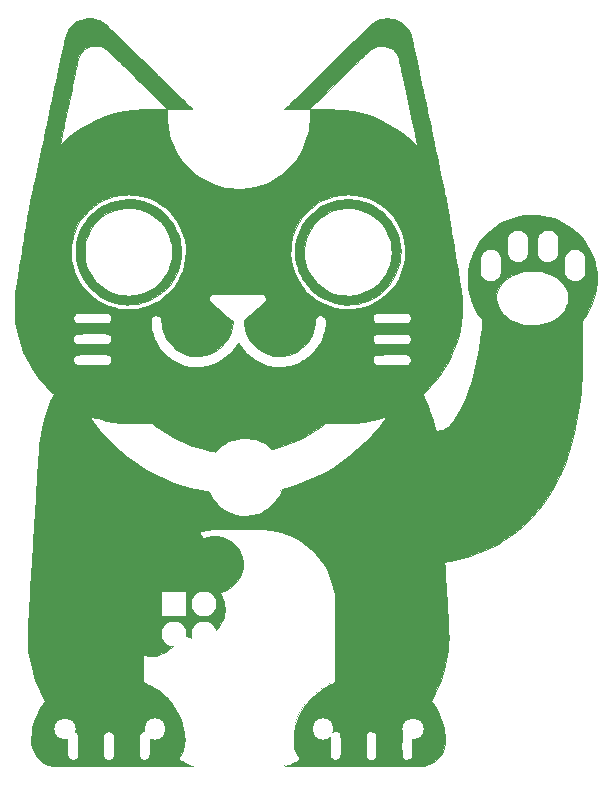
<source format=gto>
G04 #@! TF.FileFunction,Legend,Top*
%FSLAX46Y46*%
G04 Gerber Fmt 4.6, Leading zero omitted, Abs format (unit mm)*
G04 Created by KiCad (PCBNEW 4.0.7) date Saturday, October 27, 2018 'PMt' 11:49:14 PM*
%MOMM*%
%LPD*%
G01*
G04 APERTURE LIST*
%ADD10C,0.100000*%
%ADD11C,0.010000*%
%ADD12R,2.200000X2.200000*%
%ADD13C,2.200000*%
%ADD14C,1.800000*%
%ADD15O,1.800000X1.800000*%
%ADD16R,2.100000X2.100000*%
%ADD17O,2.100000X2.100000*%
G04 APERTURE END LIST*
D10*
D11*
G36*
X136572495Y-60789184D02*
X136871383Y-60872357D01*
X137023349Y-60934137D01*
X137111337Y-60976634D01*
X137196998Y-61024391D01*
X137284752Y-61081083D01*
X137379023Y-61150384D01*
X137484232Y-61235967D01*
X137604801Y-61341508D01*
X137745151Y-61470680D01*
X137909705Y-61627156D01*
X138102884Y-61814613D01*
X138213908Y-61923382D01*
X138313048Y-62020705D01*
X138445909Y-62151076D01*
X138609932Y-62311986D01*
X138802558Y-62500926D01*
X139021228Y-62715386D01*
X139263381Y-62952858D01*
X139526460Y-63210831D01*
X139807904Y-63486796D01*
X140105156Y-63778243D01*
X140415655Y-64082664D01*
X140736842Y-64397549D01*
X141066158Y-64720389D01*
X141401044Y-65048673D01*
X141738940Y-65379893D01*
X141891627Y-65529557D01*
X142216644Y-65848190D01*
X142531696Y-66157157D01*
X142834883Y-66454590D01*
X143124303Y-66738620D01*
X143398057Y-67007379D01*
X143654243Y-67258998D01*
X143890962Y-67491608D01*
X144106311Y-67703342D01*
X144298392Y-67892329D01*
X144465304Y-68056703D01*
X144605145Y-68194594D01*
X144716016Y-68304133D01*
X144796015Y-68383453D01*
X144843242Y-68430684D01*
X144856200Y-68444207D01*
X144831679Y-68446090D01*
X144761634Y-68447835D01*
X144651342Y-68449398D01*
X144506079Y-68450735D01*
X144331120Y-68451802D01*
X144131741Y-68452555D01*
X143913219Y-68452950D01*
X143801062Y-68452999D01*
X142745925Y-68452999D01*
X140746712Y-66492362D01*
X140465600Y-66216659D01*
X140184622Y-65941064D01*
X139907132Y-65668864D01*
X139636483Y-65403352D01*
X139376027Y-65147815D01*
X139129117Y-64905544D01*
X138899105Y-64679830D01*
X138689345Y-64473961D01*
X138503190Y-64291228D01*
X138343991Y-64134920D01*
X138215102Y-64008328D01*
X138137900Y-63932462D01*
X137964485Y-63762683D01*
X137821968Y-63624998D01*
X137705637Y-63515276D01*
X137610779Y-63429384D01*
X137532682Y-63363187D01*
X137466633Y-63312553D01*
X137407920Y-63273348D01*
X137351830Y-63241440D01*
X137347341Y-63239092D01*
X137090672Y-63132489D01*
X136826949Y-63073470D01*
X136561812Y-63061206D01*
X136300898Y-63094869D01*
X136049846Y-63173633D01*
X135814293Y-63296668D01*
X135599880Y-63463146D01*
X135560047Y-63501565D01*
X135384756Y-63711391D01*
X135251951Y-63948397D01*
X135160808Y-64214082D01*
X135154540Y-64239794D01*
X135142379Y-64293951D01*
X135120917Y-64392542D01*
X135090867Y-64532183D01*
X135052941Y-64709489D01*
X135007852Y-64921076D01*
X134956312Y-65163559D01*
X134899035Y-65433553D01*
X134836732Y-65727675D01*
X134770116Y-66042538D01*
X134699900Y-66374759D01*
X134626797Y-66720952D01*
X134551519Y-67077734D01*
X134474779Y-67441719D01*
X134397289Y-67809523D01*
X134319763Y-68177762D01*
X134242912Y-68543049D01*
X134167449Y-68902002D01*
X134094088Y-69251236D01*
X134023540Y-69587365D01*
X133956518Y-69907004D01*
X133893735Y-70206771D01*
X133835904Y-70483279D01*
X133783736Y-70733144D01*
X133737946Y-70952981D01*
X133699245Y-71139407D01*
X133668345Y-71289035D01*
X133645961Y-71398482D01*
X133632804Y-71464363D01*
X133629399Y-71483474D01*
X133646096Y-71478458D01*
X133691531Y-71443195D01*
X133758724Y-71383558D01*
X133838949Y-71307135D01*
X134350917Y-70839532D01*
X134893972Y-70409051D01*
X135464723Y-70017431D01*
X136059778Y-69666410D01*
X136675747Y-69357726D01*
X137309237Y-69093119D01*
X137956857Y-68874326D01*
X138615216Y-68703086D01*
X139103100Y-68608702D01*
X139322825Y-68574072D01*
X139533729Y-68544732D01*
X139742405Y-68520292D01*
X139955447Y-68500357D01*
X140179449Y-68484535D01*
X140421005Y-68472434D01*
X140686708Y-68463658D01*
X140983153Y-68457817D01*
X141316934Y-68454517D01*
X141694644Y-68453365D01*
X141709718Y-68453358D01*
X142716137Y-68453000D01*
X142729739Y-69107050D01*
X142737076Y-69379349D01*
X142747641Y-69611961D01*
X142762724Y-69815960D01*
X142783613Y-70002420D01*
X142811599Y-70182417D01*
X142847970Y-70367025D01*
X142894016Y-70567320D01*
X142904934Y-70612000D01*
X143057120Y-71124719D01*
X143257772Y-71626659D01*
X143505019Y-72113911D01*
X143796995Y-72582567D01*
X143948262Y-72794119D01*
X144059488Y-72932767D01*
X144201199Y-73093513D01*
X144364005Y-73266976D01*
X144538518Y-73443778D01*
X144715351Y-73614538D01*
X144885115Y-73769875D01*
X145038423Y-73900411D01*
X145116567Y-73961409D01*
X145582543Y-74279004D01*
X146066355Y-74549404D01*
X146569727Y-74773341D01*
X147094382Y-74951544D01*
X147642045Y-75084742D01*
X147866100Y-75125283D01*
X148031025Y-75145730D01*
X148234538Y-75160608D01*
X148464736Y-75169918D01*
X148709713Y-75173662D01*
X148957563Y-75171843D01*
X149196383Y-75164463D01*
X149414267Y-75151524D01*
X149599311Y-75133028D01*
X149655894Y-75124962D01*
X150198636Y-75014506D01*
X150722444Y-74858418D01*
X151225074Y-74658770D01*
X151704284Y-74417630D01*
X152157829Y-74137069D01*
X152583467Y-73819157D01*
X152978953Y-73465963D01*
X153342045Y-73079557D01*
X153670500Y-72662009D01*
X153962073Y-72215388D01*
X154214522Y-71741766D01*
X154425603Y-71243210D01*
X154593072Y-70721792D01*
X154643625Y-70523100D01*
X154694215Y-70286119D01*
X154734185Y-70043790D01*
X154764657Y-69785864D01*
X154786751Y-69502095D01*
X154801588Y-69182233D01*
X154805781Y-69040375D01*
X154820905Y-68446650D01*
X156080602Y-68460216D01*
X156428643Y-68464562D01*
X156729742Y-68469655D01*
X156987753Y-68475624D01*
X157206532Y-68482598D01*
X157389931Y-68490705D01*
X157541807Y-68500073D01*
X157666012Y-68510831D01*
X157695900Y-68514059D01*
X158418676Y-68619737D01*
X159118250Y-68770539D01*
X159795148Y-68966713D01*
X160449897Y-69208507D01*
X161083027Y-69496169D01*
X161695063Y-69829946D01*
X162286535Y-70210088D01*
X162857970Y-70636841D01*
X163409895Y-71110454D01*
X163598671Y-71287444D01*
X163699518Y-71382226D01*
X163785182Y-71459066D01*
X163850227Y-71513396D01*
X163889220Y-71540650D01*
X163897718Y-71538767D01*
X163890749Y-71508469D01*
X163873916Y-71431247D01*
X163847811Y-71309890D01*
X163813025Y-71147188D01*
X163770149Y-70945929D01*
X163719774Y-70708902D01*
X163662491Y-70438895D01*
X163598892Y-70138699D01*
X163529568Y-69811102D01*
X163455110Y-69458892D01*
X163376110Y-69084859D01*
X163293158Y-68691792D01*
X163206845Y-68282479D01*
X163117764Y-67859710D01*
X163108945Y-67817838D01*
X163019138Y-67392171D01*
X162931588Y-66978649D01*
X162846921Y-66580149D01*
X162765758Y-66199550D01*
X162688724Y-65839728D01*
X162616443Y-65503562D01*
X162549538Y-65193929D01*
X162488633Y-64913707D01*
X162434351Y-64665774D01*
X162387316Y-64453007D01*
X162348152Y-64278283D01*
X162317482Y-64144481D01*
X162295930Y-64054478D01*
X162284119Y-64011151D01*
X162283741Y-64010118D01*
X162168468Y-63776056D01*
X162013400Y-63568535D01*
X161824173Y-63391373D01*
X161606425Y-63248386D01*
X161365795Y-63143390D01*
X161107921Y-63080203D01*
X160883600Y-63062236D01*
X160679698Y-63071307D01*
X160497587Y-63104402D01*
X160317415Y-63166423D01*
X160159700Y-63241006D01*
X160095782Y-63277216D01*
X160028762Y-63322532D01*
X159953033Y-63381754D01*
X159862986Y-63459679D01*
X159753016Y-63561106D01*
X159617514Y-63690831D01*
X159499300Y-63806113D01*
X159416742Y-63887034D01*
X159300875Y-64000600D01*
X159154669Y-64143898D01*
X158981095Y-64314017D01*
X158783124Y-64508044D01*
X158563729Y-64723067D01*
X158325880Y-64956175D01*
X158072549Y-65204455D01*
X157806707Y-65464995D01*
X157531324Y-65734883D01*
X157249374Y-66011206D01*
X156963826Y-66291053D01*
X156887266Y-66366085D01*
X154757833Y-68453000D01*
X153705916Y-68453000D01*
X153480315Y-68452762D01*
X153271287Y-68452085D01*
X153084117Y-68451018D01*
X152924087Y-68449614D01*
X152796483Y-68447922D01*
X152706589Y-68445995D01*
X152659689Y-68443883D01*
X152654000Y-68442824D01*
X152672156Y-68423777D01*
X152726617Y-68369216D01*
X152817376Y-68279150D01*
X152944421Y-68153589D01*
X153107745Y-67992542D01*
X153307338Y-67796018D01*
X153543190Y-67564026D01*
X153815292Y-67296575D01*
X154123635Y-66993674D01*
X154468210Y-66655333D01*
X154849007Y-66281560D01*
X155266018Y-65872364D01*
X155719232Y-65427755D01*
X156208641Y-64947741D01*
X156734236Y-64432333D01*
X157296007Y-63881538D01*
X157893944Y-63295366D01*
X158528039Y-62673826D01*
X159198282Y-62016927D01*
X159448500Y-61771709D01*
X159595806Y-61628956D01*
X159739547Y-61492636D01*
X159873585Y-61368347D01*
X159991785Y-61261685D01*
X160088010Y-61178250D01*
X160156124Y-61123637D01*
X160168915Y-61114549D01*
X160442764Y-60953991D01*
X160722148Y-60841718D01*
X161015015Y-60775271D01*
X161329313Y-60752194D01*
X161340800Y-60752141D01*
X161667489Y-60771678D01*
X161968236Y-60833192D01*
X162247643Y-60938607D01*
X162510314Y-61089848D01*
X162760852Y-61288836D01*
X162865644Y-61389200D01*
X163042156Y-61584339D01*
X163179718Y-61778754D01*
X163287647Y-61987554D01*
X163368543Y-62204600D01*
X163378231Y-62243292D01*
X163397917Y-62329628D01*
X163427159Y-62461534D01*
X163465514Y-62636939D01*
X163512542Y-62853769D01*
X163567800Y-63109953D01*
X163630846Y-63403417D01*
X163701239Y-63732090D01*
X163778537Y-64093898D01*
X163862298Y-64486769D01*
X163952080Y-64908631D01*
X164047443Y-65357411D01*
X164147943Y-65831036D01*
X164253139Y-66327435D01*
X164362589Y-66844534D01*
X164475852Y-67380261D01*
X164592485Y-67932543D01*
X164712048Y-68499309D01*
X164834097Y-69078484D01*
X164860172Y-69202300D01*
X165015716Y-69940968D01*
X165161142Y-70631561D01*
X165296790Y-71275718D01*
X165423000Y-71875076D01*
X165540114Y-72431271D01*
X165648472Y-72945941D01*
X165748415Y-73420723D01*
X165840283Y-73857255D01*
X165924419Y-74257174D01*
X166001161Y-74622118D01*
X166070851Y-74953723D01*
X166133831Y-75253626D01*
X166190439Y-75523467D01*
X166241018Y-75764880D01*
X166285908Y-75979504D01*
X166325450Y-76168977D01*
X166359985Y-76334935D01*
X166389852Y-76479016D01*
X166415394Y-76602857D01*
X166436951Y-76708095D01*
X166454863Y-76796368D01*
X166469471Y-76869313D01*
X166481117Y-76928567D01*
X166490141Y-76975768D01*
X166496883Y-77012553D01*
X166501684Y-77040560D01*
X166504886Y-77061425D01*
X166506829Y-77076785D01*
X166507853Y-77088279D01*
X166508300Y-77097544D01*
X166508510Y-77106216D01*
X166508824Y-77115934D01*
X166509489Y-77127100D01*
X166514674Y-77167495D01*
X166527562Y-77254936D01*
X166547660Y-77386334D01*
X166574476Y-77558600D01*
X166607517Y-77768644D01*
X166646293Y-78013378D01*
X166690309Y-78289712D01*
X166739074Y-78594558D01*
X166792096Y-78924826D01*
X166848882Y-79277428D01*
X166908941Y-79649275D01*
X166971778Y-80037277D01*
X167036904Y-80438345D01*
X167051924Y-80530700D01*
X167117841Y-80936232D01*
X167181837Y-81330633D01*
X167243398Y-81710701D01*
X167302009Y-82073234D01*
X167357157Y-82415033D01*
X167408329Y-82732895D01*
X167455009Y-83023621D01*
X167496685Y-83284009D01*
X167532843Y-83510858D01*
X167562969Y-83700967D01*
X167586548Y-83851136D01*
X167603068Y-83958163D01*
X167612014Y-84018847D01*
X167612799Y-84024746D01*
X167647372Y-84371685D01*
X167668007Y-84752799D01*
X167674777Y-85153432D01*
X167667758Y-85558930D01*
X167647024Y-85954639D01*
X167612650Y-86325904D01*
X167600589Y-86423500D01*
X167484100Y-87118860D01*
X167319240Y-87802230D01*
X167107163Y-88470744D01*
X166849024Y-89121535D01*
X166545979Y-89751739D01*
X166199183Y-90358489D01*
X165809791Y-90938921D01*
X165744242Y-91028307D01*
X165575416Y-91251219D01*
X165415675Y-91451430D01*
X165254727Y-91640787D01*
X165082280Y-91831139D01*
X164888041Y-92034333D01*
X164741087Y-92183053D01*
X164341634Y-92583207D01*
X164501120Y-92919653D01*
X164773541Y-93537384D01*
X165004865Y-94153138D01*
X165036931Y-94248260D01*
X165085256Y-94400552D01*
X165137507Y-94576511D01*
X165190813Y-94765329D01*
X165242305Y-94956199D01*
X165289111Y-95138316D01*
X165328362Y-95300872D01*
X165357188Y-95433062D01*
X165369298Y-95499633D01*
X165386887Y-95567810D01*
X165419837Y-95613909D01*
X165476172Y-95641136D01*
X165563914Y-95652696D01*
X165691084Y-95651793D01*
X165743844Y-95649265D01*
X165864313Y-95640143D01*
X165956089Y-95624288D01*
X166041266Y-95595866D01*
X166141944Y-95549044D01*
X166162266Y-95538796D01*
X166303716Y-95452280D01*
X166461403Y-95330691D01*
X166625853Y-95182767D01*
X166787590Y-95017247D01*
X166937140Y-94842869D01*
X166987928Y-94777267D01*
X167260838Y-94380537D01*
X167520678Y-93935611D01*
X167767155Y-93443463D01*
X167999979Y-92905064D01*
X168218857Y-92321387D01*
X168423498Y-91693402D01*
X168613611Y-91022083D01*
X168788903Y-90308401D01*
X168949082Y-89553328D01*
X169093858Y-88757835D01*
X169222938Y-87922896D01*
X169336031Y-87049481D01*
X169354083Y-86893400D01*
X169416151Y-86347300D01*
X169339492Y-86245700D01*
X169057507Y-85840634D01*
X168810955Y-85421494D01*
X168603415Y-84995477D01*
X168438466Y-84569781D01*
X168417103Y-84497297D01*
X170590179Y-84497297D01*
X170623163Y-84775001D01*
X170699028Y-85044778D01*
X170815810Y-85304067D01*
X170971542Y-85550307D01*
X171164258Y-85780934D01*
X171391991Y-85993387D01*
X171652777Y-86185104D01*
X171944647Y-86353523D01*
X172265637Y-86496082D01*
X172613781Y-86610219D01*
X172987111Y-86693372D01*
X173126400Y-86715105D01*
X173261931Y-86727202D01*
X173434233Y-86732546D01*
X173629795Y-86731647D01*
X173835110Y-86725017D01*
X174036668Y-86713165D01*
X174220963Y-86696604D01*
X174374484Y-86675843D01*
X174426854Y-86665927D01*
X174797381Y-86567840D01*
X175142129Y-86438200D01*
X175458599Y-86279616D01*
X175744292Y-86094700D01*
X175996707Y-85886061D01*
X176213347Y-85656308D01*
X176391710Y-85408053D01*
X176529299Y-85143905D01*
X176623614Y-84866474D01*
X176672154Y-84578370D01*
X176675029Y-84318204D01*
X176631585Y-84018433D01*
X176541006Y-83731650D01*
X176405817Y-83460147D01*
X176228543Y-83206214D01*
X176011710Y-82972141D01*
X175757842Y-82760219D01*
X175469465Y-82572738D01*
X175149104Y-82411990D01*
X174799285Y-82280264D01*
X174422533Y-82179851D01*
X174288088Y-82153130D01*
X174121608Y-82130847D01*
X173920606Y-82116491D01*
X173700290Y-82110076D01*
X173475867Y-82111612D01*
X173262545Y-82121111D01*
X173075531Y-82138587D01*
X172986700Y-82152092D01*
X172590310Y-82244024D01*
X172221017Y-82369436D01*
X171881698Y-82526396D01*
X171575228Y-82712970D01*
X171304487Y-82927227D01*
X171072349Y-83167234D01*
X170881693Y-83431058D01*
X170768185Y-83642249D01*
X170660725Y-83928359D01*
X170602045Y-84214229D01*
X170590179Y-84497297D01*
X168417103Y-84497297D01*
X168339513Y-84234049D01*
X168231373Y-83704430D01*
X168173594Y-83177007D01*
X168166002Y-82653363D01*
X168208420Y-82135079D01*
X168300673Y-81623739D01*
X168442585Y-81120926D01*
X168504127Y-80962500D01*
X169176700Y-80962500D01*
X169176700Y-82334100D01*
X169243633Y-82476848D01*
X169354749Y-82660110D01*
X169496629Y-82809280D01*
X169662612Y-82921749D01*
X169846039Y-82994913D01*
X170040251Y-83026165D01*
X170238588Y-83012898D01*
X170434391Y-82952506D01*
X170445825Y-82947367D01*
X170606898Y-82851338D01*
X170750011Y-82723639D01*
X170859833Y-82578311D01*
X170871696Y-82557325D01*
X170909946Y-82478409D01*
X170939700Y-82394938D01*
X170961786Y-82299766D01*
X170977030Y-82185747D01*
X170986258Y-82045732D01*
X170990296Y-81872575D01*
X170989971Y-81659129D01*
X170988596Y-81546237D01*
X170985738Y-81359312D01*
X170982735Y-81215395D01*
X170978734Y-81106698D01*
X170972877Y-81025434D01*
X170964310Y-80963816D01*
X170952176Y-80914056D01*
X170935620Y-80868368D01*
X170913787Y-80818963D01*
X170907096Y-80804451D01*
X170817800Y-80656373D01*
X170695958Y-80517001D01*
X170556232Y-80401110D01*
X170441385Y-80335211D01*
X170364323Y-80306349D01*
X170279520Y-80288933D01*
X170170867Y-80280449D01*
X170078400Y-80278520D01*
X169957809Y-80279348D01*
X169871251Y-80285948D01*
X169802035Y-80301253D01*
X169733473Y-80328196D01*
X169697081Y-80345541D01*
X169517641Y-80461491D01*
X169367437Y-80616218D01*
X169255655Y-80797400D01*
X169176700Y-80962500D01*
X168504127Y-80962500D01*
X168633981Y-80628222D01*
X168771624Y-80339817D01*
X168954018Y-80022700D01*
X171488100Y-80022700D01*
X171488100Y-80733900D01*
X171554168Y-80874759D01*
X171667694Y-81064207D01*
X171810432Y-81212292D01*
X171980875Y-81318110D01*
X172177515Y-81380759D01*
X172398847Y-81399335D01*
X172427900Y-81398523D01*
X172554492Y-81388983D01*
X172653916Y-81368480D01*
X172749494Y-81331625D01*
X172779354Y-81317340D01*
X172927996Y-81221818D01*
X173062881Y-81093899D01*
X173170744Y-80947919D01*
X173226206Y-80834462D01*
X173242431Y-80787508D01*
X173254948Y-80739362D01*
X173264228Y-80682863D01*
X173270746Y-80610852D01*
X173274974Y-80516170D01*
X173277386Y-80391658D01*
X173277853Y-80321009D01*
X174016661Y-80321009D01*
X174017811Y-80441201D01*
X174021333Y-80533590D01*
X174027652Y-80605836D01*
X174037194Y-80665601D01*
X174050383Y-80720547D01*
X174064194Y-80767307D01*
X174150789Y-80969263D01*
X174272243Y-81135404D01*
X174425191Y-81263375D01*
X174606267Y-81350819D01*
X174812106Y-81395382D01*
X174967900Y-81399851D01*
X175085052Y-81391573D01*
X175174463Y-81374367D01*
X175259100Y-81342298D01*
X175331439Y-81305894D01*
X175502181Y-81189973D01*
X175645940Y-81042408D01*
X175713325Y-80936031D01*
X176339500Y-80936031D01*
X176339500Y-82359500D01*
X176407599Y-82504796D01*
X176518342Y-82683124D01*
X176666692Y-82828572D01*
X176849480Y-82938557D01*
X177012600Y-82997704D01*
X177153888Y-83025560D01*
X177289589Y-83025454D01*
X177442519Y-82997159D01*
X177457862Y-82993234D01*
X177658552Y-82916184D01*
X177829581Y-82798648D01*
X177967841Y-82643449D01*
X178070223Y-82453410D01*
X178079961Y-82428368D01*
X178095874Y-82383042D01*
X178108139Y-82337942D01*
X178117134Y-82286167D01*
X178123236Y-82220814D01*
X178126823Y-82134980D01*
X178128273Y-82021762D01*
X178127962Y-81874259D01*
X178126268Y-81685568D01*
X178125310Y-81598994D01*
X178117500Y-80911700D01*
X178031162Y-80752484D01*
X177911019Y-80575643D01*
X177761311Y-80437773D01*
X177599848Y-80343633D01*
X177518698Y-80309465D01*
X177442936Y-80289138D01*
X177354104Y-80279326D01*
X177233742Y-80276702D01*
X177228500Y-80276700D01*
X177107174Y-80279068D01*
X177018333Y-80288367D01*
X176943791Y-80307890D01*
X176865363Y-80340930D01*
X176860200Y-80343384D01*
X176679032Y-80451593D01*
X176537485Y-80586658D01*
X176428489Y-80755418D01*
X176423116Y-80766182D01*
X176339500Y-80936031D01*
X175713325Y-80936031D01*
X175752370Y-80874394D01*
X175772984Y-80827921D01*
X175790801Y-80781593D01*
X175804580Y-80736902D01*
X175814837Y-80686745D01*
X175822084Y-80624020D01*
X175826837Y-80541622D01*
X175829609Y-80432449D01*
X175830915Y-80289399D01*
X175831267Y-80105367D01*
X175831258Y-80022700D01*
X175830993Y-79821235D01*
X175830013Y-79663443D01*
X175827790Y-79542194D01*
X175823798Y-79450361D01*
X175817511Y-79380816D01*
X175808402Y-79326431D01*
X175795945Y-79280078D01*
X175779613Y-79234628D01*
X175771546Y-79214278D01*
X175687477Y-79060717D01*
X175568151Y-78917659D01*
X175426786Y-78798350D01*
X175276601Y-78716031D01*
X175272700Y-78714504D01*
X175084728Y-78665569D01*
X174884043Y-78654725D01*
X174688894Y-78682044D01*
X174594478Y-78711817D01*
X174420189Y-78805725D01*
X174266732Y-78940409D01*
X174143329Y-79107192D01*
X174111426Y-79166465D01*
X174028100Y-79335618D01*
X174019779Y-79966566D01*
X174017459Y-80165351D01*
X174016661Y-80321009D01*
X173277853Y-80321009D01*
X173278455Y-80230155D01*
X173278658Y-80040797D01*
X173277669Y-79858626D01*
X173274962Y-79688921D01*
X173270805Y-79539666D01*
X173265466Y-79418843D01*
X173259213Y-79334435D01*
X173253721Y-79298451D01*
X173182337Y-79128827D01*
X173070437Y-78970552D01*
X172928302Y-78834459D01*
X172766211Y-78731380D01*
X172681900Y-78695954D01*
X172501810Y-78656826D01*
X172307383Y-78654823D01*
X172117985Y-78689066D01*
X172015765Y-78726218D01*
X171864475Y-78816313D01*
X171722131Y-78941291D01*
X171604145Y-79085982D01*
X171544791Y-79189814D01*
X171528113Y-79227664D01*
X171515071Y-79265544D01*
X171505217Y-79310002D01*
X171498106Y-79367584D01*
X171493293Y-79444836D01*
X171490331Y-79548304D01*
X171488776Y-79684535D01*
X171488182Y-79860074D01*
X171488100Y-80022700D01*
X168954018Y-80022700D01*
X169027032Y-79895756D01*
X169324887Y-79477200D01*
X169661945Y-79087454D01*
X170034962Y-78729822D01*
X170440692Y-78407608D01*
X170875891Y-78124116D01*
X171035710Y-78034037D01*
X171508005Y-77806696D01*
X171996147Y-77626763D01*
X172496752Y-77494654D01*
X173006434Y-77410784D01*
X173521808Y-77375569D01*
X174039490Y-77389424D01*
X174556093Y-77452766D01*
X174998551Y-77547553D01*
X175497931Y-77702219D01*
X175977223Y-77902737D01*
X176433865Y-78147281D01*
X176865296Y-78434022D01*
X177268955Y-78761135D01*
X177642280Y-79126791D01*
X177982712Y-79529162D01*
X178200412Y-79832200D01*
X178374492Y-80117217D01*
X178540980Y-80437806D01*
X178693316Y-80778751D01*
X178824940Y-81124833D01*
X178929293Y-81460835D01*
X178966880Y-81610200D01*
X179034203Y-81969159D01*
X179078753Y-82354191D01*
X179099786Y-82748922D01*
X179096560Y-83136979D01*
X179068331Y-83501990D01*
X179056799Y-83591138D01*
X178957749Y-84112236D01*
X178810590Y-84617745D01*
X178616152Y-85105705D01*
X178375262Y-85574159D01*
X178088748Y-86021147D01*
X177949184Y-86209559D01*
X177800445Y-86402018D01*
X177831188Y-86882659D01*
X177838444Y-87027339D01*
X177844767Y-87215873D01*
X177850157Y-87442257D01*
X177854616Y-87700489D01*
X177858146Y-87984564D01*
X177860746Y-88288478D01*
X177862420Y-88606228D01*
X177863167Y-88931809D01*
X177862989Y-89259219D01*
X177861888Y-89582454D01*
X177859865Y-89895509D01*
X177856921Y-90192381D01*
X177853056Y-90467066D01*
X177848274Y-90713561D01*
X177842574Y-90925862D01*
X177835958Y-91097965D01*
X177830283Y-91198700D01*
X177795952Y-91673267D01*
X177761449Y-92101116D01*
X177726415Y-92486330D01*
X177690488Y-92832991D01*
X177671008Y-93002100D01*
X177533979Y-93994518D01*
X177364290Y-94954634D01*
X177162271Y-95881517D01*
X176928253Y-96774236D01*
X176662569Y-97631859D01*
X176365549Y-98453457D01*
X176037524Y-99238099D01*
X175678827Y-99984854D01*
X175289787Y-100692791D01*
X174870736Y-101360979D01*
X174518173Y-101860820D01*
X174015436Y-102497455D01*
X173484625Y-103091787D01*
X172925591Y-103643951D01*
X172338187Y-104154080D01*
X171722263Y-104622308D01*
X171077673Y-105048768D01*
X170789600Y-105220520D01*
X170221806Y-105525094D01*
X169616696Y-105806201D01*
X168983594Y-106060508D01*
X168331826Y-106284676D01*
X167670717Y-106475372D01*
X167009592Y-106629257D01*
X166674800Y-106692597D01*
X166535679Y-106717265D01*
X166411228Y-106740204D01*
X166311453Y-106759503D01*
X166246364Y-106773252D01*
X166229181Y-106777689D01*
X166221022Y-106780838D01*
X166213957Y-106786631D01*
X166208108Y-106797906D01*
X166203598Y-106817501D01*
X166200549Y-106848253D01*
X166199083Y-106893001D01*
X166199324Y-106954582D01*
X166201393Y-107035834D01*
X166205413Y-107139594D01*
X166211506Y-107268701D01*
X166219795Y-107425991D01*
X166230403Y-107614303D01*
X166243452Y-107836475D01*
X166259063Y-108095343D01*
X166277361Y-108393747D01*
X166298467Y-108734523D01*
X166322503Y-109120509D01*
X166347736Y-109524800D01*
X166371261Y-109903126D01*
X166394161Y-110274308D01*
X166416196Y-110634326D01*
X166437129Y-110979164D01*
X166456720Y-111304802D01*
X166474733Y-111607221D01*
X166490928Y-111882405D01*
X166505069Y-112126333D01*
X166516915Y-112334988D01*
X166526229Y-112504352D01*
X166532774Y-112630405D01*
X166535953Y-112699800D01*
X166541145Y-113166869D01*
X166521741Y-113663035D01*
X166478877Y-114173597D01*
X166413690Y-114683851D01*
X166355842Y-115030494D01*
X166232411Y-115606462D01*
X166074495Y-116187229D01*
X165885872Y-116762228D01*
X165670320Y-117320890D01*
X165431618Y-117852648D01*
X165173541Y-118346934D01*
X165164804Y-118362368D01*
X165072024Y-118525837D01*
X165130412Y-118603668D01*
X165405214Y-119007754D01*
X165646511Y-119440278D01*
X165850118Y-119891989D01*
X166011852Y-120353637D01*
X166124813Y-120802400D01*
X166188944Y-121178732D01*
X166226183Y-121535150D01*
X166236440Y-121866372D01*
X166219623Y-122167118D01*
X166175642Y-122432105D01*
X166154315Y-122513700D01*
X166038287Y-122828132D01*
X165881768Y-123112357D01*
X165685966Y-123365185D01*
X165452086Y-123585427D01*
X165181333Y-123771893D01*
X164874915Y-123923396D01*
X164638389Y-124008459D01*
X164452300Y-124066172D01*
X151980900Y-124076974D01*
X152279385Y-123989699D01*
X152692713Y-123851192D01*
X153112959Y-123676815D01*
X153441400Y-123516663D01*
X153552465Y-123458015D01*
X153647212Y-123406793D01*
X153716485Y-123368033D01*
X153751127Y-123346771D01*
X153752760Y-123345412D01*
X153748402Y-123317428D01*
X153718586Y-123261786D01*
X153669719Y-123190390D01*
X153668319Y-123188519D01*
X153548683Y-123003439D01*
X153440397Y-122787271D01*
X153352551Y-122559676D01*
X153310811Y-122415300D01*
X153291520Y-122329065D01*
X156489400Y-122329065D01*
X156489576Y-122563205D01*
X156490294Y-122752145D01*
X156491833Y-122901484D01*
X156494476Y-123016821D01*
X156498504Y-123103755D01*
X156504198Y-123167885D01*
X156511840Y-123214810D01*
X156521711Y-123250129D01*
X156534092Y-123279441D01*
X156537497Y-123286261D01*
X156626555Y-123411321D01*
X156741583Y-123496698D01*
X156874698Y-123539400D01*
X157018014Y-123536435D01*
X157117936Y-123506531D01*
X157227501Y-123448016D01*
X157303733Y-123371694D01*
X157356029Y-123278900D01*
X157368767Y-123247365D01*
X157378980Y-123210371D01*
X157386948Y-123162252D01*
X157392949Y-123097344D01*
X157397264Y-123009981D01*
X157400171Y-122894500D01*
X157401950Y-122745235D01*
X157402880Y-122556523D01*
X157403241Y-122322697D01*
X157403242Y-122321703D01*
X157402567Y-122062173D01*
X157401505Y-121961779D01*
X159514854Y-121961779D01*
X159515445Y-122176063D01*
X159517084Y-122386526D01*
X159524700Y-123231922D01*
X159596229Y-123339955D01*
X159693463Y-123444028D01*
X159817799Y-123513511D01*
X159956485Y-123544210D01*
X160096773Y-123531927D01*
X160138996Y-123518584D01*
X160206537Y-123482332D01*
X160276512Y-123429681D01*
X160283478Y-123423334D01*
X160319815Y-123387975D01*
X160349408Y-123352994D01*
X160372947Y-123313001D01*
X160391125Y-123262608D01*
X160404633Y-123196426D01*
X160414165Y-123109064D01*
X160420412Y-122995133D01*
X160424066Y-122849244D01*
X160425819Y-122666009D01*
X160426364Y-122440036D01*
X160426395Y-122325150D01*
X162560000Y-122325150D01*
X162560095Y-122571291D01*
X162560857Y-122772067D01*
X162562996Y-122932911D01*
X162567224Y-123059258D01*
X162574253Y-123156541D01*
X162584792Y-123230194D01*
X162599554Y-123285653D01*
X162619251Y-123328350D01*
X162644593Y-123363720D01*
X162676293Y-123397197D01*
X162703782Y-123423493D01*
X162797308Y-123495711D01*
X162895564Y-123531653D01*
X163017891Y-123537956D01*
X163034721Y-123537059D01*
X163181752Y-123506638D01*
X163265701Y-123463353D01*
X163314589Y-123429844D01*
X163354588Y-123396810D01*
X163386589Y-123359021D01*
X163411485Y-123311247D01*
X163430167Y-123248258D01*
X163443526Y-123164823D01*
X163452455Y-123055712D01*
X163457845Y-122915696D01*
X163460588Y-122739543D01*
X163461575Y-122522024D01*
X163461700Y-122313700D01*
X163461602Y-122064603D01*
X163460731Y-121860940D01*
X163458215Y-121697346D01*
X163453182Y-121568453D01*
X163444764Y-121468896D01*
X163432088Y-121393310D01*
X163414285Y-121336327D01*
X163390484Y-121292583D01*
X163359814Y-121256710D01*
X163321405Y-121223344D01*
X163279553Y-121191063D01*
X163222798Y-121152615D01*
X163167520Y-121131070D01*
X163095588Y-121121737D01*
X163004500Y-121119900D01*
X162902513Y-121122475D01*
X162833293Y-121133210D01*
X162778936Y-121156617D01*
X162733047Y-121188316D01*
X162689607Y-121222469D01*
X162654123Y-121255709D01*
X162625788Y-121293321D01*
X162603800Y-121340589D01*
X162587354Y-121402799D01*
X162575644Y-121485235D01*
X162567868Y-121593181D01*
X162563220Y-121731923D01*
X162560895Y-121906745D01*
X162560090Y-122122931D01*
X162560000Y-122325150D01*
X160426395Y-122325150D01*
X160426400Y-122310397D01*
X160426400Y-121429163D01*
X160361804Y-121318938D01*
X160269170Y-121207578D01*
X160146740Y-121136739D01*
X159997144Y-121107840D01*
X159968950Y-121107200D01*
X159828839Y-121124054D01*
X159715680Y-121178417D01*
X159629993Y-121259842D01*
X159598843Y-121300084D01*
X159573575Y-121342986D01*
X159553641Y-121394003D01*
X159538495Y-121458592D01*
X159527590Y-121542208D01*
X159520379Y-121650308D01*
X159516316Y-121788346D01*
X159514854Y-121961779D01*
X157401505Y-121961779D01*
X157400227Y-121841111D01*
X157396295Y-121661044D01*
X157390842Y-121524497D01*
X157383942Y-121433999D01*
X157376784Y-121394603D01*
X157323671Y-121302865D01*
X157241762Y-121213160D01*
X157149697Y-121145695D01*
X157144711Y-121143032D01*
X157078123Y-121121672D01*
X156988550Y-121108851D01*
X156946600Y-121107200D01*
X156855779Y-121114310D01*
X156774998Y-121132301D01*
X156748488Y-121143032D01*
X156656405Y-121208689D01*
X156573453Y-121297696D01*
X156518273Y-121389847D01*
X156516415Y-121394603D01*
X156508347Y-121442611D01*
X156501606Y-121538822D01*
X156496267Y-121680656D01*
X156492404Y-121865532D01*
X156490092Y-122090869D01*
X156489400Y-122329065D01*
X153291520Y-122329065D01*
X153287055Y-122309107D01*
X153271098Y-122208869D01*
X153261696Y-122100336D01*
X153257602Y-121969258D01*
X153257536Y-121805700D01*
X153286692Y-121289848D01*
X153365050Y-120783363D01*
X153491448Y-120288990D01*
X153664723Y-119809474D01*
X153883710Y-119347558D01*
X154147246Y-118905987D01*
X154454169Y-118487506D01*
X154803314Y-118094860D01*
X154851100Y-118046500D01*
X155239343Y-117692248D01*
X155652360Y-117380695D01*
X156087638Y-117113585D01*
X156459636Y-116928846D01*
X156756100Y-116796465D01*
X156756100Y-113281282D01*
X156756124Y-112769165D01*
X156756119Y-112305011D01*
X156755964Y-111885985D01*
X156755542Y-111509251D01*
X156754732Y-111171973D01*
X156753415Y-110871314D01*
X156751474Y-110604438D01*
X156748788Y-110368510D01*
X156745238Y-110160693D01*
X156740706Y-109978151D01*
X156735072Y-109818049D01*
X156728217Y-109677549D01*
X156720023Y-109553816D01*
X156710370Y-109444015D01*
X156699139Y-109345308D01*
X156686211Y-109254859D01*
X156671467Y-109169834D01*
X156654787Y-109087395D01*
X156636054Y-109004706D01*
X156615147Y-108918932D01*
X156591948Y-108827236D01*
X156566338Y-108726782D01*
X156564603Y-108719943D01*
X156405298Y-108192740D01*
X156201176Y-107685785D01*
X155954691Y-107201482D01*
X155668298Y-106742236D01*
X155344453Y-106310452D01*
X154985612Y-105908534D01*
X154594230Y-105538887D01*
X154172762Y-105203917D01*
X153723663Y-104906027D01*
X153249390Y-104647624D01*
X152752397Y-104431110D01*
X152235140Y-104258892D01*
X151930100Y-104180996D01*
X151817757Y-104155525D01*
X151715562Y-104133004D01*
X151619775Y-104113250D01*
X151526656Y-104096083D01*
X151432465Y-104081321D01*
X151333461Y-104068782D01*
X151225905Y-104058286D01*
X151106056Y-104049649D01*
X150970176Y-104042692D01*
X150814523Y-104037232D01*
X150635358Y-104033089D01*
X150428940Y-104030079D01*
X150191530Y-104028023D01*
X149919388Y-104026739D01*
X149608773Y-104026044D01*
X149255946Y-104025759D01*
X148857167Y-104025700D01*
X148729700Y-104025700D01*
X148300354Y-104025885D01*
X147919153Y-104026463D01*
X147583441Y-104027470D01*
X147290563Y-104028937D01*
X147037865Y-104030901D01*
X146822691Y-104033394D01*
X146642387Y-104036451D01*
X146494298Y-104040106D01*
X146375769Y-104044394D01*
X146284145Y-104049347D01*
X146216771Y-104055001D01*
X146189700Y-104058335D01*
X146046914Y-104079926D01*
X145902221Y-104103900D01*
X145765617Y-104128377D01*
X145647099Y-104151474D01*
X145556665Y-104171311D01*
X145504310Y-104186005D01*
X145498939Y-104188338D01*
X145495113Y-104216154D01*
X145523046Y-104280253D01*
X145583254Y-104381773D01*
X145595283Y-104400582D01*
X145652924Y-104486697D01*
X145701822Y-104553648D01*
X145734779Y-104591860D01*
X145743100Y-104597200D01*
X145777971Y-104589294D01*
X145841734Y-104569309D01*
X145875356Y-104557690D01*
X146129303Y-104487991D01*
X146409962Y-104446603D01*
X146701449Y-104434151D01*
X146987882Y-104451263D01*
X147253377Y-104498565D01*
X147269491Y-104502689D01*
X147609157Y-104616807D01*
X147923778Y-104773633D01*
X148210231Y-104970062D01*
X148465388Y-105202987D01*
X148686127Y-105469304D01*
X148869319Y-105765907D01*
X149011842Y-106089692D01*
X149077414Y-106299000D01*
X149107399Y-106451305D01*
X149127379Y-106637263D01*
X149137188Y-106841621D01*
X149136659Y-107049127D01*
X149125623Y-107244529D01*
X149103914Y-107412573D01*
X149090325Y-107476377D01*
X148981974Y-107810255D01*
X148831003Y-108123821D01*
X148641148Y-108412319D01*
X148416143Y-108670994D01*
X148159723Y-108895089D01*
X147875622Y-109079850D01*
X147799694Y-109119848D01*
X147680994Y-109175101D01*
X147551244Y-109228680D01*
X147437373Y-109269505D01*
X147431394Y-109271381D01*
X147340627Y-109299548D01*
X147267208Y-109322328D01*
X147226290Y-109335018D01*
X147225246Y-109335342D01*
X147218520Y-109361409D01*
X147244544Y-109425550D01*
X147283657Y-109495546D01*
X147355353Y-109634226D01*
X147427260Y-109805131D01*
X147492845Y-109990138D01*
X147545575Y-110171122D01*
X147574320Y-110301995D01*
X147593922Y-110475406D01*
X147599447Y-110678990D01*
X147591832Y-110895692D01*
X147572015Y-111108459D01*
X147540935Y-111300235D01*
X147513264Y-111411908D01*
X147386471Y-111751746D01*
X147218403Y-112063080D01*
X147010987Y-112343664D01*
X146766151Y-112591252D01*
X146485822Y-112803597D01*
X146171926Y-112978455D01*
X146167318Y-112980619D01*
X145985890Y-113059893D01*
X145820295Y-113117824D01*
X145656539Y-113157224D01*
X145480630Y-113180906D01*
X145278573Y-113191680D01*
X145110200Y-113193029D01*
X144947749Y-113191496D01*
X144823999Y-113187850D01*
X144726857Y-113180770D01*
X144644228Y-113168932D01*
X144564020Y-113151015D01*
X144474139Y-113125697D01*
X144462500Y-113122210D01*
X144331334Y-113077725D01*
X144181872Y-113019365D01*
X144040410Y-112957588D01*
X143999905Y-112938205D01*
X143900678Y-112890922D01*
X143818490Y-112854736D01*
X143763783Y-112834073D01*
X143747409Y-112831224D01*
X143731683Y-112857350D01*
X143704600Y-112920760D01*
X143670655Y-113010478D01*
X143649919Y-113069300D01*
X143513424Y-113391805D01*
X143337714Y-113685132D01*
X143126591Y-113947126D01*
X142883856Y-114175630D01*
X142613311Y-114368490D01*
X142318758Y-114523548D01*
X142003999Y-114638650D01*
X141672836Y-114711638D01*
X141329071Y-114740358D01*
X140976504Y-114722653D01*
X140785850Y-114693420D01*
X140690600Y-114675346D01*
X140690600Y-116807698D01*
X140811250Y-116853032D01*
X140955945Y-116913850D01*
X141128316Y-116996539D01*
X141314483Y-117093750D01*
X141500568Y-117198132D01*
X141672691Y-117302336D01*
X141732000Y-117340654D01*
X142159379Y-117652453D01*
X142550180Y-117998575D01*
X142903019Y-118376709D01*
X143216514Y-118784547D01*
X143489282Y-119219779D01*
X143719939Y-119680095D01*
X143907104Y-120163186D01*
X144049393Y-120666743D01*
X144145424Y-121188456D01*
X144171940Y-121415620D01*
X144192703Y-121797511D01*
X144177171Y-122145781D01*
X144124816Y-122462881D01*
X144035111Y-122751262D01*
X143907531Y-123013374D01*
X143790942Y-123188519D01*
X143741739Y-123260206D01*
X143711423Y-123316466D01*
X143706398Y-123345363D01*
X143706639Y-123345619D01*
X143735128Y-123363623D01*
X143800076Y-123400051D01*
X143892746Y-123450134D01*
X144004400Y-123509103D01*
X144043400Y-123529428D01*
X144502159Y-123746639D01*
X144962794Y-123921416D01*
X145186400Y-123991293D01*
X145478500Y-124076609D01*
X139319000Y-124074817D01*
X138761581Y-124074571D01*
X138216725Y-124074165D01*
X137686674Y-124073607D01*
X137173671Y-124072906D01*
X136679957Y-124072069D01*
X136207775Y-124071105D01*
X135759367Y-124070020D01*
X135336975Y-124068825D01*
X134942842Y-124067525D01*
X134579208Y-124066131D01*
X134248318Y-124064648D01*
X133952413Y-124063086D01*
X133693735Y-124061452D01*
X133474526Y-124059755D01*
X133297029Y-124058002D01*
X133163485Y-124056202D01*
X133076138Y-124054362D01*
X133037229Y-124052490D01*
X133036557Y-124052390D01*
X132717436Y-123974113D01*
X132418579Y-123851804D01*
X132143800Y-123689100D01*
X131896910Y-123489638D01*
X131681721Y-123257054D01*
X131502045Y-122994984D01*
X131361695Y-122707065D01*
X131264482Y-122396934D01*
X131254658Y-122352553D01*
X131251290Y-122329065D01*
X134264400Y-122329065D01*
X134264576Y-122563205D01*
X134265294Y-122752145D01*
X134266833Y-122901484D01*
X134269476Y-123016821D01*
X134273504Y-123103755D01*
X134279198Y-123167885D01*
X134286840Y-123214810D01*
X134296711Y-123250129D01*
X134309092Y-123279441D01*
X134312497Y-123286261D01*
X134401555Y-123411321D01*
X134516583Y-123496698D01*
X134649698Y-123539400D01*
X134793014Y-123536435D01*
X134892936Y-123506531D01*
X135002501Y-123448016D01*
X135078733Y-123371694D01*
X135131029Y-123278900D01*
X135143767Y-123247365D01*
X135153980Y-123210371D01*
X135161948Y-123162252D01*
X135167949Y-123097344D01*
X135172264Y-123009981D01*
X135175171Y-122894500D01*
X135176950Y-122745235D01*
X135177880Y-122556523D01*
X135178241Y-122322697D01*
X135178242Y-122321703D01*
X135177567Y-122062173D01*
X135176428Y-121954532D01*
X137289850Y-121954532D01*
X137290386Y-122166988D01*
X137292084Y-122386526D01*
X137299700Y-123231922D01*
X137371229Y-123339955D01*
X137468463Y-123444028D01*
X137592799Y-123513511D01*
X137731485Y-123544210D01*
X137871773Y-123531927D01*
X137913996Y-123518584D01*
X137981537Y-123482332D01*
X138051512Y-123429681D01*
X138058478Y-123423334D01*
X138094788Y-123388013D01*
X138124363Y-123353089D01*
X138147890Y-123313180D01*
X138166057Y-123262905D01*
X138179552Y-123196881D01*
X138189061Y-123109728D01*
X138195274Y-122996064D01*
X138198878Y-122850506D01*
X138200559Y-122667674D01*
X138201007Y-122442185D01*
X138200986Y-122325150D01*
X140335000Y-122325150D01*
X140335095Y-122571291D01*
X140335857Y-122772067D01*
X140337996Y-122932911D01*
X140342224Y-123059258D01*
X140349253Y-123156541D01*
X140359792Y-123230194D01*
X140374554Y-123285653D01*
X140394251Y-123328350D01*
X140419593Y-123363720D01*
X140451293Y-123397197D01*
X140478782Y-123423493D01*
X140572308Y-123495711D01*
X140670564Y-123531653D01*
X140792891Y-123537956D01*
X140809721Y-123537059D01*
X140956752Y-123506638D01*
X141040701Y-123463353D01*
X141089589Y-123429844D01*
X141129588Y-123396810D01*
X141161589Y-123359021D01*
X141186485Y-123311247D01*
X141205167Y-123248258D01*
X141218526Y-123164823D01*
X141227455Y-123055712D01*
X141232845Y-122915696D01*
X141235588Y-122739543D01*
X141236575Y-122522024D01*
X141236700Y-122313700D01*
X141236602Y-122064603D01*
X141235731Y-121860940D01*
X141233215Y-121697346D01*
X141228182Y-121568453D01*
X141219764Y-121468896D01*
X141207088Y-121393310D01*
X141189285Y-121336327D01*
X141165484Y-121292583D01*
X141134814Y-121256710D01*
X141096405Y-121223344D01*
X141054553Y-121191063D01*
X140997798Y-121152615D01*
X140942520Y-121131070D01*
X140870588Y-121121737D01*
X140779500Y-121119900D01*
X140677513Y-121122475D01*
X140608293Y-121133210D01*
X140553936Y-121156617D01*
X140508047Y-121188316D01*
X140464607Y-121222469D01*
X140429123Y-121255709D01*
X140400788Y-121293321D01*
X140378800Y-121340589D01*
X140362354Y-121402799D01*
X140350644Y-121485235D01*
X140342868Y-121593181D01*
X140338220Y-121731923D01*
X140335895Y-121906745D01*
X140335090Y-122122931D01*
X140335000Y-122325150D01*
X138200986Y-122325150D01*
X138200982Y-122308165D01*
X138200790Y-122072901D01*
X138200242Y-121882880D01*
X138199014Y-121732549D01*
X138196779Y-121616351D01*
X138193213Y-121528731D01*
X138187989Y-121464134D01*
X138180784Y-121417004D01*
X138171270Y-121381785D01*
X138159123Y-121352923D01*
X138144018Y-121324860D01*
X138143314Y-121323617D01*
X138056441Y-121217589D01*
X137942491Y-121146180D01*
X137812460Y-121110381D01*
X137677346Y-121111184D01*
X137548147Y-121149578D01*
X137435859Y-121226555D01*
X137407132Y-121257301D01*
X137375450Y-121298058D01*
X137349747Y-121341131D01*
X137329464Y-121391988D01*
X137314044Y-121456102D01*
X137302930Y-121538942D01*
X137295565Y-121645980D01*
X137291391Y-121782686D01*
X137289850Y-121954532D01*
X135176428Y-121954532D01*
X135175227Y-121841111D01*
X135171295Y-121661044D01*
X135165842Y-121524497D01*
X135158942Y-121433999D01*
X135151784Y-121394603D01*
X135098671Y-121302865D01*
X135016762Y-121213160D01*
X134924697Y-121145695D01*
X134919711Y-121143032D01*
X134853123Y-121121672D01*
X134763550Y-121108851D01*
X134721600Y-121107200D01*
X134630779Y-121114310D01*
X134549998Y-121132301D01*
X134523488Y-121143032D01*
X134431405Y-121208689D01*
X134348453Y-121297696D01*
X134293273Y-121389847D01*
X134291415Y-121394603D01*
X134283347Y-121442611D01*
X134276606Y-121538822D01*
X134271267Y-121680656D01*
X134267404Y-121865532D01*
X134265092Y-122090869D01*
X134264400Y-122329065D01*
X131251290Y-122329065D01*
X131227138Y-122160681D01*
X131215436Y-121931076D01*
X131218824Y-121674037D01*
X131236577Y-121399862D01*
X131267967Y-121118848D01*
X131312269Y-120841294D01*
X131368756Y-120577498D01*
X131384153Y-120516972D01*
X131510609Y-120109865D01*
X131674475Y-119699955D01*
X131868721Y-119302488D01*
X132086313Y-118932707D01*
X132177334Y-118797360D01*
X132363569Y-118531265D01*
X132147604Y-118111082D01*
X131827409Y-117438053D01*
X131556021Y-116758550D01*
X131331909Y-116067599D01*
X131153539Y-115360226D01*
X131019381Y-114631454D01*
X130973621Y-114300000D01*
X130961533Y-114178489D01*
X130949964Y-114016346D01*
X130939430Y-113823738D01*
X130930450Y-113610834D01*
X130923539Y-113387801D01*
X130920697Y-113258600D01*
X130919436Y-113189119D01*
X130918368Y-113122453D01*
X130917592Y-113056776D01*
X130917211Y-112990265D01*
X130917323Y-112921095D01*
X130918031Y-112847441D01*
X130919436Y-112767480D01*
X130921637Y-112679386D01*
X130924736Y-112581336D01*
X130928833Y-112471505D01*
X130934029Y-112348069D01*
X130940426Y-112209203D01*
X130948123Y-112053083D01*
X130957223Y-111877884D01*
X130967824Y-111681783D01*
X130980029Y-111462955D01*
X130993937Y-111219575D01*
X131009651Y-110949819D01*
X131027270Y-110651863D01*
X131046895Y-110323882D01*
X131068628Y-109964052D01*
X131092568Y-109570548D01*
X131118817Y-109141547D01*
X131147476Y-108675223D01*
X131178644Y-108169753D01*
X131212424Y-107623312D01*
X131248916Y-107034075D01*
X131288220Y-106400219D01*
X131330438Y-105719919D01*
X131375670Y-104991350D01*
X131391469Y-104736900D01*
X131430635Y-104106980D01*
X131469221Y-103488087D01*
X131507096Y-102882279D01*
X131544127Y-102291614D01*
X131580182Y-101718153D01*
X131615129Y-101163954D01*
X131648837Y-100631075D01*
X131681172Y-100121577D01*
X131712004Y-99637518D01*
X131741200Y-99180958D01*
X131768628Y-98753954D01*
X131794156Y-98358567D01*
X131817652Y-97996855D01*
X131838983Y-97670877D01*
X131858019Y-97382693D01*
X131874627Y-97134362D01*
X131888674Y-96927942D01*
X131900029Y-96765492D01*
X131908560Y-96649072D01*
X131914135Y-96580741D01*
X131915116Y-96570800D01*
X132018521Y-95832361D01*
X132168992Y-95110704D01*
X132367393Y-94402787D01*
X132369118Y-94397920D01*
X136118061Y-94397920D01*
X136124089Y-94421515D01*
X136151905Y-94470630D01*
X136203421Y-94548141D01*
X136280549Y-94656921D01*
X136385204Y-94799846D01*
X136519296Y-94979792D01*
X136521924Y-94983300D01*
X136781746Y-95315945D01*
X137074218Y-95665825D01*
X137389517Y-96022302D01*
X137717820Y-96374743D01*
X138049304Y-96712511D01*
X138374146Y-97024971D01*
X138582249Y-97214039D01*
X139266796Y-97786725D01*
X139974865Y-98314448D01*
X140705902Y-98796976D01*
X141459355Y-99234079D01*
X142234668Y-99625525D01*
X143031288Y-99971083D01*
X143848661Y-100270523D01*
X144686234Y-100523613D01*
X145543453Y-100730122D01*
X146419764Y-100889819D01*
X147314613Y-101002474D01*
X147751800Y-101039860D01*
X147900623Y-101047582D01*
X148090952Y-101052684D01*
X148313566Y-101055301D01*
X148559246Y-101055572D01*
X148818771Y-101053633D01*
X149082921Y-101049621D01*
X149342477Y-101043674D01*
X149588218Y-101035927D01*
X149810925Y-101026520D01*
X150001377Y-101015587D01*
X150139400Y-101004378D01*
X151031262Y-100891028D01*
X151906175Y-100730152D01*
X152762959Y-100522391D01*
X153600433Y-100268385D01*
X154417420Y-99968777D01*
X155212738Y-99624206D01*
X155985210Y-99235314D01*
X156733655Y-98802741D01*
X157456894Y-98327129D01*
X158153747Y-97809118D01*
X158823036Y-97249349D01*
X159463581Y-96648464D01*
X160074202Y-96007102D01*
X160653721Y-95325906D01*
X160703581Y-95263584D01*
X160815828Y-95120701D01*
X160925969Y-94977080D01*
X161029845Y-94838492D01*
X161123296Y-94710709D01*
X161202164Y-94599505D01*
X161262289Y-94510650D01*
X161299512Y-94449918D01*
X161309674Y-94423080D01*
X161309428Y-94422761D01*
X161281775Y-94425503D01*
X161218149Y-94443223D01*
X161129952Y-94472562D01*
X161084009Y-94489132D01*
X160791314Y-94588188D01*
X160461663Y-94684024D01*
X160108899Y-94773256D01*
X159746865Y-94852499D01*
X159389406Y-94918367D01*
X159221730Y-94944499D01*
X159040712Y-94969323D01*
X158863921Y-94990011D01*
X158684592Y-95006893D01*
X158495959Y-95020300D01*
X158291257Y-95030563D01*
X158063723Y-95038013D01*
X157806589Y-95042980D01*
X157513092Y-95045794D01*
X157176467Y-95046787D01*
X157128840Y-95046800D01*
X156051235Y-95046800D01*
X155794067Y-95240159D01*
X155167349Y-95679771D01*
X154514584Y-96076164D01*
X153837499Y-96428654D01*
X153137821Y-96736559D01*
X152417276Y-96999194D01*
X151677592Y-97215877D01*
X150920495Y-97385923D01*
X150147712Y-97508649D01*
X150025100Y-97523571D01*
X149841160Y-97540983D01*
X149617611Y-97555631D01*
X149365577Y-97567309D01*
X149096184Y-97575811D01*
X148820557Y-97580929D01*
X148549823Y-97582457D01*
X148295106Y-97580188D01*
X148067532Y-97573915D01*
X147878800Y-97563475D01*
X147096117Y-97479304D01*
X146328916Y-97346901D01*
X145578024Y-97166575D01*
X144844269Y-96938632D01*
X144128478Y-96663382D01*
X143431480Y-96341131D01*
X142754102Y-95972188D01*
X142097173Y-95556860D01*
X141672904Y-95255778D01*
X141397909Y-95051780D01*
X140110804Y-95039706D01*
X139784250Y-95036277D01*
X139502110Y-95032260D01*
X139257998Y-95027187D01*
X139045530Y-95020587D01*
X138858319Y-95011991D01*
X138689980Y-95000931D01*
X138534128Y-94986938D01*
X138384376Y-94969541D01*
X138234339Y-94948273D01*
X138077633Y-94922664D01*
X137907870Y-94892244D01*
X137781839Y-94868595D01*
X137572446Y-94824621D01*
X137336153Y-94767910D01*
X137085172Y-94701955D01*
X136831717Y-94630244D01*
X136587999Y-94556271D01*
X136366232Y-94483525D01*
X136178629Y-94415498D01*
X136131909Y-94396969D01*
X136118061Y-94397920D01*
X132369118Y-94397920D01*
X132614589Y-93705565D01*
X132911446Y-93015996D01*
X132946686Y-92941493D01*
X133121044Y-92576087D01*
X132757085Y-92217593D01*
X132311281Y-91753337D01*
X131909767Y-91280729D01*
X131546037Y-90790836D01*
X131213584Y-90274724D01*
X130905903Y-89723456D01*
X130873685Y-89660330D01*
X134747557Y-89660330D01*
X134770422Y-89791182D01*
X134834354Y-89914229D01*
X134929860Y-90016759D01*
X135047445Y-90086063D01*
X135071900Y-90094549D01*
X135110340Y-90098631D01*
X135194416Y-90102272D01*
X135318965Y-90105408D01*
X135478827Y-90107974D01*
X135668837Y-90109906D01*
X135883834Y-90111141D01*
X136118655Y-90111615D01*
X136368138Y-90111264D01*
X136410700Y-90111121D01*
X136699739Y-90109948D01*
X136942364Y-90108606D01*
X137142958Y-90106937D01*
X137305908Y-90104780D01*
X137435597Y-90101977D01*
X137536412Y-90098369D01*
X137612736Y-90093796D01*
X137668956Y-90088099D01*
X137709455Y-90081119D01*
X137738619Y-90072698D01*
X137760833Y-90062675D01*
X137761936Y-90062076D01*
X137873817Y-89974083D01*
X137951968Y-89857362D01*
X137993175Y-89723349D01*
X137994226Y-89583481D01*
X137951907Y-89449192D01*
X137940173Y-89427748D01*
X137871927Y-89339845D01*
X137787749Y-89269327D01*
X137774982Y-89261677D01*
X137751561Y-89248915D01*
X137727641Y-89238221D01*
X137698770Y-89229411D01*
X137660498Y-89222305D01*
X137608374Y-89216717D01*
X137537946Y-89212467D01*
X137444765Y-89209370D01*
X137324378Y-89207245D01*
X137172336Y-89205908D01*
X136984187Y-89205177D01*
X136755480Y-89204869D01*
X136481764Y-89204800D01*
X136389845Y-89204800D01*
X136049705Y-89205364D01*
X135757629Y-89207050D01*
X135514073Y-89209849D01*
X135319491Y-89213752D01*
X135174338Y-89218749D01*
X135079070Y-89224832D01*
X135034403Y-89231891D01*
X134925678Y-89297992D01*
X134835277Y-89399862D01*
X134772753Y-89523234D01*
X134747658Y-89653840D01*
X134747557Y-89660330D01*
X130873685Y-89660330D01*
X130824211Y-89563395D01*
X130554085Y-88980123D01*
X130326364Y-88391618D01*
X130159227Y-87855944D01*
X134748705Y-87855944D01*
X134758521Y-87999490D01*
X134781316Y-88069362D01*
X134831878Y-88150622D01*
X134908482Y-88231254D01*
X134994496Y-88296294D01*
X135071315Y-88330354D01*
X135131597Y-88344762D01*
X135166100Y-88354591D01*
X135195854Y-88356276D01*
X135271390Y-88357663D01*
X135387689Y-88358734D01*
X135539733Y-88359474D01*
X135722505Y-88359866D01*
X135930987Y-88359894D01*
X136160160Y-88359541D01*
X136405006Y-88358790D01*
X136423400Y-88358719D01*
X136706796Y-88357509D01*
X136943938Y-88356169D01*
X137139371Y-88354518D01*
X137297641Y-88352374D01*
X137423293Y-88349559D01*
X137520872Y-88345890D01*
X137594925Y-88341186D01*
X137649996Y-88335268D01*
X137690631Y-88327953D01*
X137721376Y-88319063D01*
X137746776Y-88308414D01*
X137751983Y-88305875D01*
X137872704Y-88220866D01*
X137952283Y-88106106D01*
X137990858Y-87961385D01*
X137993146Y-87936671D01*
X137983599Y-87778409D01*
X137931377Y-87647093D01*
X137838209Y-87544995D01*
X137705825Y-87474388D01*
X137623505Y-87451179D01*
X137561076Y-87443945D01*
X137448872Y-87438213D01*
X137287901Y-87433997D01*
X137079165Y-87431311D01*
X136823671Y-87430172D01*
X136522423Y-87430592D01*
X136293418Y-87431767D01*
X136006575Y-87433597D01*
X135765946Y-87435438D01*
X135566948Y-87437817D01*
X135404996Y-87441264D01*
X135275508Y-87446306D01*
X135173899Y-87453473D01*
X135095587Y-87463292D01*
X135035989Y-87476293D01*
X134990519Y-87493004D01*
X134954595Y-87513953D01*
X134923634Y-87539669D01*
X134893052Y-87570681D01*
X134869265Y-87595982D01*
X134786223Y-87718191D01*
X134748705Y-87855944D01*
X130159227Y-87855944D01*
X130138573Y-87789750D01*
X129988237Y-87166386D01*
X129872880Y-86513393D01*
X129852890Y-86371904D01*
X129836851Y-86218434D01*
X129835167Y-86192975D01*
X134758877Y-86192975D01*
X134797724Y-86328274D01*
X134868573Y-86440211D01*
X134895562Y-86471872D01*
X134921739Y-86498604D01*
X134951414Y-86520829D01*
X134988899Y-86538965D01*
X135038505Y-86553434D01*
X135104542Y-86564656D01*
X135191322Y-86573052D01*
X135303156Y-86579041D01*
X135444354Y-86583045D01*
X135619228Y-86585484D01*
X135832088Y-86586777D01*
X136087246Y-86587347D01*
X136379961Y-86587605D01*
X136669587Y-86587760D01*
X136912855Y-86587633D01*
X137114209Y-86587065D01*
X137278093Y-86585897D01*
X137408948Y-86583970D01*
X137511219Y-86581126D01*
X137589347Y-86577204D01*
X137647776Y-86572046D01*
X137690949Y-86565492D01*
X137723309Y-86557384D01*
X137749298Y-86547563D01*
X137769516Y-86537842D01*
X137877908Y-86456876D01*
X137909262Y-86410826D01*
X141322177Y-86410826D01*
X141327646Y-86585162D01*
X141329867Y-86624002D01*
X141380851Y-87053539D01*
X141480541Y-87472897D01*
X141627241Y-87878249D01*
X141819257Y-88265767D01*
X142054892Y-88631622D01*
X142332452Y-88971987D01*
X142403279Y-89047549D01*
X142733467Y-89358390D01*
X143081704Y-89622431D01*
X143450799Y-89841142D01*
X143843560Y-90015991D01*
X144262794Y-90148448D01*
X144669723Y-90233390D01*
X144833793Y-90251923D01*
X145033227Y-90261684D01*
X145253423Y-90263056D01*
X145479778Y-90256427D01*
X145697690Y-90242179D01*
X145892554Y-90220700D01*
X146026556Y-90197606D01*
X146468840Y-90077940D01*
X146885116Y-89914702D01*
X147274931Y-89708227D01*
X147637833Y-89458848D01*
X147973367Y-89166899D01*
X148281083Y-88832712D01*
X148560526Y-88456621D01*
X148706067Y-88225177D01*
X148721665Y-88209244D01*
X148742040Y-88216081D01*
X148772629Y-88251508D01*
X148818864Y-88321347D01*
X148863303Y-88393586D01*
X149112665Y-88756304D01*
X149399180Y-89085569D01*
X149720263Y-89379566D01*
X150073324Y-89636485D01*
X150455776Y-89854513D01*
X150865032Y-90031836D01*
X151298502Y-90166642D01*
X151443746Y-90200907D01*
X151542767Y-90220975D01*
X151636038Y-90235685D01*
X151734282Y-90245795D01*
X151848223Y-90252067D01*
X151988583Y-90255259D01*
X152166086Y-90256131D01*
X152222200Y-90256067D01*
X152463406Y-90252973D01*
X152667148Y-90243441D01*
X152846566Y-90225490D01*
X153014799Y-90197140D01*
X153184988Y-90156414D01*
X153370271Y-90101330D01*
X153473211Y-90067608D01*
X153878793Y-89905462D01*
X154261435Y-89699927D01*
X154330552Y-89652292D01*
X160106921Y-89652292D01*
X160127261Y-89784011D01*
X160186603Y-89905933D01*
X160283839Y-90009025D01*
X160387249Y-90071456D01*
X160413665Y-90082139D01*
X160444798Y-90091062D01*
X160485184Y-90098382D01*
X160539358Y-90104256D01*
X160611857Y-90108842D01*
X160707215Y-90112296D01*
X160829970Y-90114775D01*
X160984658Y-90116436D01*
X161175813Y-90117436D01*
X161407972Y-90117932D01*
X161685672Y-90118082D01*
X161734500Y-90118084D01*
X162019885Y-90117975D01*
X162259007Y-90117545D01*
X162456402Y-90116636D01*
X162616604Y-90115090D01*
X162744150Y-90112753D01*
X162843576Y-90109465D01*
X162919418Y-90105070D01*
X162976212Y-90099412D01*
X163018494Y-90092333D01*
X163050800Y-90083677D01*
X163077665Y-90073285D01*
X163081750Y-90071456D01*
X163198547Y-89994753D01*
X163289343Y-89888523D01*
X163347393Y-89764776D01*
X163365951Y-89635519D01*
X163359328Y-89577324D01*
X163312574Y-89454857D01*
X163231819Y-89343608D01*
X163130982Y-89262175D01*
X163118487Y-89255440D01*
X163094509Y-89243905D01*
X163068723Y-89234248D01*
X163036732Y-89226329D01*
X162994137Y-89220008D01*
X162936539Y-89215146D01*
X162859540Y-89211605D01*
X162758741Y-89209243D01*
X162629744Y-89207922D01*
X162468150Y-89207503D01*
X162269560Y-89207845D01*
X162029576Y-89208810D01*
X161743800Y-89210258D01*
X161700467Y-89210488D01*
X160384304Y-89217500D01*
X160291025Y-89288663D01*
X160187693Y-89395585D01*
X160126695Y-89519806D01*
X160106921Y-89652292D01*
X154330552Y-89652292D01*
X154617865Y-89454278D01*
X154944813Y-89171788D01*
X155239006Y-88855730D01*
X155497174Y-88509380D01*
X155716046Y-88136010D01*
X155797311Y-87952964D01*
X160107483Y-87952964D01*
X160110760Y-87973883D01*
X160158955Y-88105341D01*
X160245005Y-88219258D01*
X160357798Y-88303781D01*
X160454919Y-88341147D01*
X160501670Y-88346119D01*
X160592897Y-88350454D01*
X160722281Y-88354149D01*
X160883500Y-88357200D01*
X161070235Y-88359606D01*
X161276167Y-88361363D01*
X161494974Y-88362469D01*
X161720338Y-88362920D01*
X161945937Y-88362715D01*
X162165452Y-88361849D01*
X162372564Y-88360320D01*
X162560951Y-88358126D01*
X162724294Y-88355264D01*
X162856273Y-88351731D01*
X162950569Y-88347523D01*
X163000860Y-88342639D01*
X163002534Y-88342280D01*
X163138646Y-88287679D01*
X163245157Y-88199460D01*
X163318957Y-88086714D01*
X163356934Y-87958534D01*
X163355979Y-87824013D01*
X163312981Y-87692242D01*
X163254806Y-87604842D01*
X163224865Y-87569000D01*
X163197430Y-87538745D01*
X163168154Y-87513605D01*
X163132690Y-87493106D01*
X163086689Y-87476777D01*
X163025806Y-87464144D01*
X162945694Y-87454734D01*
X162842004Y-87448075D01*
X162710391Y-87443694D01*
X162546507Y-87441118D01*
X162346004Y-87439875D01*
X162104536Y-87439491D01*
X161817756Y-87439494D01*
X161734500Y-87439500D01*
X161442245Y-87439620D01*
X161196465Y-87440073D01*
X160992834Y-87440995D01*
X160827025Y-87442523D01*
X160694714Y-87444794D01*
X160591575Y-87447945D01*
X160513283Y-87452114D01*
X160455512Y-87457436D01*
X160413937Y-87464050D01*
X160384231Y-87472091D01*
X160362070Y-87481698D01*
X160359575Y-87483037D01*
X160246392Y-87570332D01*
X160162359Y-87686215D01*
X160113911Y-87817990D01*
X160107483Y-87952964D01*
X155797311Y-87952964D01*
X155892350Y-87738895D01*
X155943175Y-87595564D01*
X156001409Y-87400980D01*
X156052123Y-87194086D01*
X156094004Y-86984079D01*
X156125744Y-86780153D01*
X156146030Y-86591507D01*
X156153553Y-86427335D01*
X156147000Y-86296835D01*
X156136319Y-86240504D01*
X156106638Y-86174964D01*
X160107483Y-86174964D01*
X160110760Y-86195883D01*
X160158955Y-86327341D01*
X160245005Y-86441258D01*
X160357798Y-86525781D01*
X160454919Y-86563147D01*
X160501670Y-86568119D01*
X160592897Y-86572454D01*
X160722281Y-86576149D01*
X160883500Y-86579200D01*
X161070235Y-86581606D01*
X161276167Y-86583363D01*
X161494974Y-86584469D01*
X161720338Y-86584920D01*
X161945937Y-86584715D01*
X162165452Y-86583849D01*
X162372564Y-86582320D01*
X162560951Y-86580126D01*
X162724294Y-86577264D01*
X162856273Y-86573731D01*
X162950569Y-86569523D01*
X163000860Y-86564639D01*
X163002534Y-86564280D01*
X163138646Y-86509679D01*
X163245157Y-86421460D01*
X163318957Y-86308714D01*
X163356934Y-86180534D01*
X163355979Y-86046013D01*
X163312981Y-85914242D01*
X163254806Y-85826842D01*
X163224865Y-85791000D01*
X163197430Y-85760745D01*
X163168154Y-85735605D01*
X163132690Y-85715106D01*
X163086689Y-85698777D01*
X163025806Y-85686144D01*
X162945694Y-85676734D01*
X162842004Y-85670075D01*
X162710391Y-85665694D01*
X162546507Y-85663118D01*
X162346004Y-85661875D01*
X162104536Y-85661491D01*
X161817756Y-85661494D01*
X161734500Y-85661500D01*
X161442245Y-85661620D01*
X161196465Y-85662073D01*
X160992834Y-85662995D01*
X160827025Y-85664523D01*
X160694714Y-85666794D01*
X160591575Y-85669945D01*
X160513283Y-85674114D01*
X160455512Y-85679436D01*
X160413937Y-85686050D01*
X160384231Y-85694091D01*
X160362070Y-85703698D01*
X160359575Y-85705037D01*
X160246392Y-85792332D01*
X160162359Y-85908215D01*
X160113911Y-86039990D01*
X160107483Y-86174964D01*
X156106638Y-86174964D01*
X156078433Y-86112687D01*
X155985994Y-86004352D01*
X155870286Y-85924638D01*
X155742593Y-85882682D01*
X155689300Y-85878515D01*
X155592181Y-85895661D01*
X155484371Y-85939974D01*
X155389059Y-86000772D01*
X155354441Y-86032799D01*
X155314033Y-86083767D01*
X155283738Y-86142071D01*
X155261035Y-86217358D01*
X155243406Y-86319273D01*
X155228329Y-86457462D01*
X155220895Y-86543974D01*
X155171518Y-86916159D01*
X155085230Y-87259561D01*
X154959904Y-87582422D01*
X154943914Y-87616471D01*
X154836492Y-87827201D01*
X154727484Y-88007859D01*
X154605313Y-88175032D01*
X154458402Y-88345307D01*
X154369685Y-88439241D01*
X154080559Y-88702570D01*
X153763319Y-88923710D01*
X153419076Y-89102027D01*
X153048941Y-89236885D01*
X152910845Y-89274356D01*
X152796003Y-89301175D01*
X152694582Y-89319916D01*
X152592415Y-89332008D01*
X152475331Y-89338881D01*
X152329163Y-89341964D01*
X152234900Y-89342550D01*
X152040754Y-89340993D01*
X151884681Y-89334310D01*
X151754127Y-89321577D01*
X151636538Y-89301872D01*
X151612600Y-89296824D01*
X151232432Y-89189232D01*
X150876789Y-89039054D01*
X150548241Y-88849275D01*
X150249357Y-88622882D01*
X149982706Y-88362859D01*
X149750857Y-88072192D01*
X149556382Y-87753866D01*
X149401848Y-87410867D01*
X149289826Y-87046180D01*
X149222885Y-86662790D01*
X149209286Y-86504518D01*
X149192843Y-86329253D01*
X149165462Y-86195447D01*
X149123707Y-86094317D01*
X149064144Y-86017078D01*
X148998020Y-85964357D01*
X148862277Y-85901648D01*
X148719526Y-85882683D01*
X148580195Y-85905571D01*
X148454713Y-85968419D01*
X148353509Y-86069338D01*
X148344146Y-86082924D01*
X148315926Y-86131169D01*
X148295506Y-86183924D01*
X148280506Y-86252436D01*
X148268545Y-86347949D01*
X148257242Y-86481708D01*
X148255902Y-86499711D01*
X148202588Y-86903346D01*
X148104665Y-87285298D01*
X147963566Y-87643366D01*
X147780723Y-87975345D01*
X147557568Y-88279033D01*
X147295534Y-88552228D01*
X146996053Y-88792727D01*
X146660556Y-88998327D01*
X146616491Y-89021292D01*
X146257509Y-89177395D01*
X145889009Y-89284603D01*
X145514526Y-89343118D01*
X145137591Y-89353141D01*
X144761737Y-89314873D01*
X144390497Y-89228515D01*
X144027403Y-89094269D01*
X143675988Y-88912335D01*
X143572593Y-88847983D01*
X143423279Y-88738269D01*
X143259890Y-88596382D01*
X143093871Y-88434075D01*
X142936665Y-88263100D01*
X142799718Y-88095208D01*
X142701218Y-87953188D01*
X142516652Y-87612604D01*
X142380069Y-87263190D01*
X142289227Y-86897963D01*
X142242907Y-86525044D01*
X142228657Y-86362730D01*
X142209498Y-86241045D01*
X142181961Y-86149837D01*
X142142579Y-86078955D01*
X142087884Y-86018248D01*
X142061967Y-85995402D01*
X141933484Y-85916919D01*
X141795227Y-85884988D01*
X141655855Y-85900174D01*
X141527624Y-85960568D01*
X141446879Y-86023336D01*
X141388548Y-86091075D01*
X141350043Y-86172455D01*
X141328781Y-86276148D01*
X141322177Y-86410826D01*
X137909262Y-86410826D01*
X137951333Y-86349037D01*
X137989883Y-86224212D01*
X137993650Y-86092290D01*
X137962728Y-85963157D01*
X137897210Y-85846702D01*
X137797189Y-85752812D01*
X137761936Y-85731323D01*
X137740353Y-85721320D01*
X137712411Y-85712931D01*
X137673768Y-85706015D01*
X137620082Y-85700432D01*
X137547013Y-85696042D01*
X137450216Y-85692705D01*
X137325352Y-85690280D01*
X137168076Y-85688628D01*
X136974049Y-85687608D01*
X136738927Y-85687080D01*
X136458369Y-85686905D01*
X136385300Y-85686900D01*
X136094486Y-85686985D01*
X135850050Y-85687344D01*
X135647569Y-85688130D01*
X135482621Y-85689498D01*
X135350784Y-85691600D01*
X135247635Y-85694590D01*
X135168752Y-85698622D01*
X135109713Y-85703851D01*
X135066095Y-85710429D01*
X135033476Y-85718510D01*
X135007434Y-85728248D01*
X134992383Y-85735319D01*
X134879148Y-85817416D01*
X134801326Y-85927653D01*
X134760657Y-86056137D01*
X134758877Y-86192975D01*
X129835167Y-86192975D01*
X129824031Y-86024717D01*
X129814434Y-85799960D01*
X129808064Y-85553368D01*
X129804924Y-85294146D01*
X129805018Y-85031500D01*
X129808349Y-84774637D01*
X129814922Y-84532761D01*
X129824738Y-84315079D01*
X129837803Y-84130795D01*
X129851971Y-84003696D01*
X129860981Y-83943882D01*
X129877572Y-83837580D01*
X129901151Y-83688438D01*
X129931129Y-83500108D01*
X129966914Y-83276238D01*
X130007915Y-83020479D01*
X130053542Y-82736480D01*
X130103204Y-82427892D01*
X130156310Y-82098363D01*
X130212268Y-81751545D01*
X130270489Y-81391087D01*
X130330380Y-81020638D01*
X130391352Y-80643848D01*
X130420930Y-80461222D01*
X134574332Y-80461222D01*
X134576520Y-80688313D01*
X134584666Y-80909680D01*
X134598568Y-81112265D01*
X134618027Y-81283008D01*
X134628074Y-81343500D01*
X134723771Y-81768618D01*
X134846294Y-82162389D01*
X135000487Y-82539264D01*
X135091952Y-82727800D01*
X135281230Y-83068098D01*
X135489048Y-83379271D01*
X135724885Y-83673978D01*
X135998220Y-83964872D01*
X136073833Y-84038781D01*
X136447344Y-84363604D01*
X136848268Y-84646103D01*
X137274513Y-84885306D01*
X137723987Y-85080244D01*
X138194597Y-85229946D01*
X138684253Y-85333441D01*
X138938000Y-85367827D01*
X139091113Y-85378852D01*
X139279587Y-85383324D01*
X139488464Y-85381683D01*
X139702789Y-85374367D01*
X139907604Y-85361818D01*
X140087953Y-85344475D01*
X140182600Y-85331233D01*
X140669084Y-85226440D01*
X141134924Y-85076979D01*
X141577864Y-84885238D01*
X141995648Y-84653605D01*
X142386018Y-84384470D01*
X142746719Y-84080218D01*
X143075494Y-83743240D01*
X143370088Y-83375922D01*
X143628243Y-82980654D01*
X143847704Y-82559823D01*
X144026214Y-82115817D01*
X144161517Y-81651025D01*
X144251357Y-81167834D01*
X144270692Y-81004258D01*
X144286669Y-80694233D01*
X153156501Y-80694233D01*
X153197912Y-81187776D01*
X153288048Y-81669979D01*
X153426183Y-82138472D01*
X153611589Y-82590886D01*
X153843539Y-83024850D01*
X154121306Y-83437995D01*
X154187104Y-83524084D01*
X154503497Y-83888780D01*
X154853312Y-84218034D01*
X155232673Y-84510178D01*
X155637698Y-84763544D01*
X156064511Y-84976462D01*
X156509231Y-85147265D01*
X156967981Y-85274284D01*
X157436882Y-85355851D01*
X157912055Y-85390296D01*
X158389621Y-85375953D01*
X158474258Y-85368190D01*
X158965303Y-85293911D01*
X159439695Y-85173336D01*
X159894784Y-85008584D01*
X160327921Y-84801772D01*
X160736455Y-84555016D01*
X161117739Y-84270435D01*
X161469121Y-83950144D01*
X161787952Y-83596262D01*
X162071584Y-83210906D01*
X162317366Y-82796192D01*
X162522648Y-82354238D01*
X162636848Y-82042000D01*
X162766884Y-81566492D01*
X162848573Y-81084317D01*
X162882194Y-80599471D01*
X162868026Y-80115951D01*
X162806347Y-79637753D01*
X162697437Y-79168873D01*
X162541573Y-78713308D01*
X162379703Y-78354034D01*
X162134500Y-77921629D01*
X161850727Y-77520785D01*
X161531079Y-77153438D01*
X161178251Y-76821521D01*
X160794938Y-76526968D01*
X160383834Y-76271713D01*
X159947636Y-76057690D01*
X159489037Y-75886832D01*
X159010733Y-75761073D01*
X158686500Y-75703850D01*
X158504135Y-75684658D01*
X158287293Y-75672785D01*
X158051762Y-75668208D01*
X157813331Y-75670903D01*
X157587789Y-75680847D01*
X157390924Y-75698016D01*
X157330859Y-75705853D01*
X156849048Y-75800604D01*
X156386195Y-75940535D01*
X155944639Y-76123124D01*
X155526721Y-76345854D01*
X155134780Y-76606204D01*
X154771157Y-76901655D01*
X154438191Y-77229687D01*
X154138223Y-77587782D01*
X153873591Y-77973419D01*
X153646638Y-78384080D01*
X153459701Y-78817244D01*
X153315122Y-79270392D01*
X153215241Y-79741006D01*
X153164543Y-80191720D01*
X153156501Y-80694233D01*
X144286669Y-80694233D01*
X144295934Y-80514480D01*
X144272810Y-80033716D01*
X144203348Y-79564542D01*
X144089572Y-79109535D01*
X143933508Y-78671269D01*
X143737182Y-78252322D01*
X143502620Y-77855269D01*
X143231847Y-77482685D01*
X142926888Y-77137147D01*
X142589769Y-76821231D01*
X142222517Y-76537511D01*
X141827156Y-76288565D01*
X141405712Y-76076968D01*
X140960211Y-75905295D01*
X140492678Y-75776124D01*
X140103429Y-75705015D01*
X139915316Y-75685200D01*
X139693589Y-75672944D01*
X139454099Y-75668236D01*
X139212698Y-75671067D01*
X138985238Y-75681425D01*
X138787569Y-75699301D01*
X138738059Y-75705893D01*
X138250915Y-75802126D01*
X137779656Y-75946000D01*
X137327237Y-76136030D01*
X136896619Y-76370729D01*
X136490757Y-76648610D01*
X136112610Y-76968188D01*
X135990145Y-77086815D01*
X135651627Y-77460630D01*
X135358134Y-77857955D01*
X135109806Y-78278506D01*
X134906785Y-78721997D01*
X134749212Y-79188142D01*
X134637229Y-79676657D01*
X134605522Y-79876187D01*
X134588633Y-80042100D01*
X134578303Y-80241465D01*
X134574332Y-80461222D01*
X130420930Y-80461222D01*
X130452813Y-80264368D01*
X130514173Y-79885847D01*
X130574840Y-79511935D01*
X130634224Y-79146282D01*
X130691734Y-78792538D01*
X130746778Y-78454352D01*
X130798767Y-78135374D01*
X130847109Y-77839255D01*
X130891212Y-77569643D01*
X130930488Y-77330190D01*
X130964343Y-77124544D01*
X130992188Y-76956355D01*
X131013432Y-76829274D01*
X131014608Y-76822300D01*
X131046838Y-76643505D01*
X131087877Y-76434131D01*
X131133878Y-76212792D01*
X131180992Y-75998107D01*
X131216722Y-75844400D01*
X131232970Y-75773757D01*
X131259227Y-75655695D01*
X131295005Y-75492500D01*
X131339814Y-75286456D01*
X131393166Y-75039849D01*
X131454573Y-74754963D01*
X131523545Y-74434083D01*
X131599596Y-74079494D01*
X131682235Y-73693482D01*
X131770974Y-73278331D01*
X131865326Y-72836325D01*
X131964800Y-72369751D01*
X132068909Y-71880893D01*
X132177165Y-71372037D01*
X132289078Y-70845466D01*
X132404160Y-70303466D01*
X132521922Y-69748322D01*
X132641876Y-69182319D01*
X132715641Y-68834000D01*
X132835840Y-68266744D01*
X132953769Y-67711156D01*
X133068964Y-67169384D01*
X133180963Y-66643577D01*
X133289302Y-66135882D01*
X133393517Y-65648448D01*
X133493145Y-65183423D01*
X133587722Y-64742955D01*
X133676785Y-64329192D01*
X133759870Y-63944282D01*
X133836514Y-63590374D01*
X133906253Y-63269616D01*
X133968624Y-62984155D01*
X134023164Y-62736141D01*
X134069408Y-62527720D01*
X134106894Y-62361042D01*
X134135158Y-62238254D01*
X134153736Y-62161505D01*
X134160780Y-62136174D01*
X134283183Y-61853260D01*
X134444698Y-61597941D01*
X134640555Y-61372220D01*
X134865986Y-61178102D01*
X135116220Y-61017588D01*
X135386487Y-60892681D01*
X135672018Y-60805384D01*
X135968042Y-60757700D01*
X136269791Y-60751633D01*
X136572495Y-60789184D01*
X136572495Y-60789184D01*
G37*
X136572495Y-60789184D02*
X136871383Y-60872357D01*
X137023349Y-60934137D01*
X137111337Y-60976634D01*
X137196998Y-61024391D01*
X137284752Y-61081083D01*
X137379023Y-61150384D01*
X137484232Y-61235967D01*
X137604801Y-61341508D01*
X137745151Y-61470680D01*
X137909705Y-61627156D01*
X138102884Y-61814613D01*
X138213908Y-61923382D01*
X138313048Y-62020705D01*
X138445909Y-62151076D01*
X138609932Y-62311986D01*
X138802558Y-62500926D01*
X139021228Y-62715386D01*
X139263381Y-62952858D01*
X139526460Y-63210831D01*
X139807904Y-63486796D01*
X140105156Y-63778243D01*
X140415655Y-64082664D01*
X140736842Y-64397549D01*
X141066158Y-64720389D01*
X141401044Y-65048673D01*
X141738940Y-65379893D01*
X141891627Y-65529557D01*
X142216644Y-65848190D01*
X142531696Y-66157157D01*
X142834883Y-66454590D01*
X143124303Y-66738620D01*
X143398057Y-67007379D01*
X143654243Y-67258998D01*
X143890962Y-67491608D01*
X144106311Y-67703342D01*
X144298392Y-67892329D01*
X144465304Y-68056703D01*
X144605145Y-68194594D01*
X144716016Y-68304133D01*
X144796015Y-68383453D01*
X144843242Y-68430684D01*
X144856200Y-68444207D01*
X144831679Y-68446090D01*
X144761634Y-68447835D01*
X144651342Y-68449398D01*
X144506079Y-68450735D01*
X144331120Y-68451802D01*
X144131741Y-68452555D01*
X143913219Y-68452950D01*
X143801062Y-68452999D01*
X142745925Y-68452999D01*
X140746712Y-66492362D01*
X140465600Y-66216659D01*
X140184622Y-65941064D01*
X139907132Y-65668864D01*
X139636483Y-65403352D01*
X139376027Y-65147815D01*
X139129117Y-64905544D01*
X138899105Y-64679830D01*
X138689345Y-64473961D01*
X138503190Y-64291228D01*
X138343991Y-64134920D01*
X138215102Y-64008328D01*
X138137900Y-63932462D01*
X137964485Y-63762683D01*
X137821968Y-63624998D01*
X137705637Y-63515276D01*
X137610779Y-63429384D01*
X137532682Y-63363187D01*
X137466633Y-63312553D01*
X137407920Y-63273348D01*
X137351830Y-63241440D01*
X137347341Y-63239092D01*
X137090672Y-63132489D01*
X136826949Y-63073470D01*
X136561812Y-63061206D01*
X136300898Y-63094869D01*
X136049846Y-63173633D01*
X135814293Y-63296668D01*
X135599880Y-63463146D01*
X135560047Y-63501565D01*
X135384756Y-63711391D01*
X135251951Y-63948397D01*
X135160808Y-64214082D01*
X135154540Y-64239794D01*
X135142379Y-64293951D01*
X135120917Y-64392542D01*
X135090867Y-64532183D01*
X135052941Y-64709489D01*
X135007852Y-64921076D01*
X134956312Y-65163559D01*
X134899035Y-65433553D01*
X134836732Y-65727675D01*
X134770116Y-66042538D01*
X134699900Y-66374759D01*
X134626797Y-66720952D01*
X134551519Y-67077734D01*
X134474779Y-67441719D01*
X134397289Y-67809523D01*
X134319763Y-68177762D01*
X134242912Y-68543049D01*
X134167449Y-68902002D01*
X134094088Y-69251236D01*
X134023540Y-69587365D01*
X133956518Y-69907004D01*
X133893735Y-70206771D01*
X133835904Y-70483279D01*
X133783736Y-70733144D01*
X133737946Y-70952981D01*
X133699245Y-71139407D01*
X133668345Y-71289035D01*
X133645961Y-71398482D01*
X133632804Y-71464363D01*
X133629399Y-71483474D01*
X133646096Y-71478458D01*
X133691531Y-71443195D01*
X133758724Y-71383558D01*
X133838949Y-71307135D01*
X134350917Y-70839532D01*
X134893972Y-70409051D01*
X135464723Y-70017431D01*
X136059778Y-69666410D01*
X136675747Y-69357726D01*
X137309237Y-69093119D01*
X137956857Y-68874326D01*
X138615216Y-68703086D01*
X139103100Y-68608702D01*
X139322825Y-68574072D01*
X139533729Y-68544732D01*
X139742405Y-68520292D01*
X139955447Y-68500357D01*
X140179449Y-68484535D01*
X140421005Y-68472434D01*
X140686708Y-68463658D01*
X140983153Y-68457817D01*
X141316934Y-68454517D01*
X141694644Y-68453365D01*
X141709718Y-68453358D01*
X142716137Y-68453000D01*
X142729739Y-69107050D01*
X142737076Y-69379349D01*
X142747641Y-69611961D01*
X142762724Y-69815960D01*
X142783613Y-70002420D01*
X142811599Y-70182417D01*
X142847970Y-70367025D01*
X142894016Y-70567320D01*
X142904934Y-70612000D01*
X143057120Y-71124719D01*
X143257772Y-71626659D01*
X143505019Y-72113911D01*
X143796995Y-72582567D01*
X143948262Y-72794119D01*
X144059488Y-72932767D01*
X144201199Y-73093513D01*
X144364005Y-73266976D01*
X144538518Y-73443778D01*
X144715351Y-73614538D01*
X144885115Y-73769875D01*
X145038423Y-73900411D01*
X145116567Y-73961409D01*
X145582543Y-74279004D01*
X146066355Y-74549404D01*
X146569727Y-74773341D01*
X147094382Y-74951544D01*
X147642045Y-75084742D01*
X147866100Y-75125283D01*
X148031025Y-75145730D01*
X148234538Y-75160608D01*
X148464736Y-75169918D01*
X148709713Y-75173662D01*
X148957563Y-75171843D01*
X149196383Y-75164463D01*
X149414267Y-75151524D01*
X149599311Y-75133028D01*
X149655894Y-75124962D01*
X150198636Y-75014506D01*
X150722444Y-74858418D01*
X151225074Y-74658770D01*
X151704284Y-74417630D01*
X152157829Y-74137069D01*
X152583467Y-73819157D01*
X152978953Y-73465963D01*
X153342045Y-73079557D01*
X153670500Y-72662009D01*
X153962073Y-72215388D01*
X154214522Y-71741766D01*
X154425603Y-71243210D01*
X154593072Y-70721792D01*
X154643625Y-70523100D01*
X154694215Y-70286119D01*
X154734185Y-70043790D01*
X154764657Y-69785864D01*
X154786751Y-69502095D01*
X154801588Y-69182233D01*
X154805781Y-69040375D01*
X154820905Y-68446650D01*
X156080602Y-68460216D01*
X156428643Y-68464562D01*
X156729742Y-68469655D01*
X156987753Y-68475624D01*
X157206532Y-68482598D01*
X157389931Y-68490705D01*
X157541807Y-68500073D01*
X157666012Y-68510831D01*
X157695900Y-68514059D01*
X158418676Y-68619737D01*
X159118250Y-68770539D01*
X159795148Y-68966713D01*
X160449897Y-69208507D01*
X161083027Y-69496169D01*
X161695063Y-69829946D01*
X162286535Y-70210088D01*
X162857970Y-70636841D01*
X163409895Y-71110454D01*
X163598671Y-71287444D01*
X163699518Y-71382226D01*
X163785182Y-71459066D01*
X163850227Y-71513396D01*
X163889220Y-71540650D01*
X163897718Y-71538767D01*
X163890749Y-71508469D01*
X163873916Y-71431247D01*
X163847811Y-71309890D01*
X163813025Y-71147188D01*
X163770149Y-70945929D01*
X163719774Y-70708902D01*
X163662491Y-70438895D01*
X163598892Y-70138699D01*
X163529568Y-69811102D01*
X163455110Y-69458892D01*
X163376110Y-69084859D01*
X163293158Y-68691792D01*
X163206845Y-68282479D01*
X163117764Y-67859710D01*
X163108945Y-67817838D01*
X163019138Y-67392171D01*
X162931588Y-66978649D01*
X162846921Y-66580149D01*
X162765758Y-66199550D01*
X162688724Y-65839728D01*
X162616443Y-65503562D01*
X162549538Y-65193929D01*
X162488633Y-64913707D01*
X162434351Y-64665774D01*
X162387316Y-64453007D01*
X162348152Y-64278283D01*
X162317482Y-64144481D01*
X162295930Y-64054478D01*
X162284119Y-64011151D01*
X162283741Y-64010118D01*
X162168468Y-63776056D01*
X162013400Y-63568535D01*
X161824173Y-63391373D01*
X161606425Y-63248386D01*
X161365795Y-63143390D01*
X161107921Y-63080203D01*
X160883600Y-63062236D01*
X160679698Y-63071307D01*
X160497587Y-63104402D01*
X160317415Y-63166423D01*
X160159700Y-63241006D01*
X160095782Y-63277216D01*
X160028762Y-63322532D01*
X159953033Y-63381754D01*
X159862986Y-63459679D01*
X159753016Y-63561106D01*
X159617514Y-63690831D01*
X159499300Y-63806113D01*
X159416742Y-63887034D01*
X159300875Y-64000600D01*
X159154669Y-64143898D01*
X158981095Y-64314017D01*
X158783124Y-64508044D01*
X158563729Y-64723067D01*
X158325880Y-64956175D01*
X158072549Y-65204455D01*
X157806707Y-65464995D01*
X157531324Y-65734883D01*
X157249374Y-66011206D01*
X156963826Y-66291053D01*
X156887266Y-66366085D01*
X154757833Y-68453000D01*
X153705916Y-68453000D01*
X153480315Y-68452762D01*
X153271287Y-68452085D01*
X153084117Y-68451018D01*
X152924087Y-68449614D01*
X152796483Y-68447922D01*
X152706589Y-68445995D01*
X152659689Y-68443883D01*
X152654000Y-68442824D01*
X152672156Y-68423777D01*
X152726617Y-68369216D01*
X152817376Y-68279150D01*
X152944421Y-68153589D01*
X153107745Y-67992542D01*
X153307338Y-67796018D01*
X153543190Y-67564026D01*
X153815292Y-67296575D01*
X154123635Y-66993674D01*
X154468210Y-66655333D01*
X154849007Y-66281560D01*
X155266018Y-65872364D01*
X155719232Y-65427755D01*
X156208641Y-64947741D01*
X156734236Y-64432333D01*
X157296007Y-63881538D01*
X157893944Y-63295366D01*
X158528039Y-62673826D01*
X159198282Y-62016927D01*
X159448500Y-61771709D01*
X159595806Y-61628956D01*
X159739547Y-61492636D01*
X159873585Y-61368347D01*
X159991785Y-61261685D01*
X160088010Y-61178250D01*
X160156124Y-61123637D01*
X160168915Y-61114549D01*
X160442764Y-60953991D01*
X160722148Y-60841718D01*
X161015015Y-60775271D01*
X161329313Y-60752194D01*
X161340800Y-60752141D01*
X161667489Y-60771678D01*
X161968236Y-60833192D01*
X162247643Y-60938607D01*
X162510314Y-61089848D01*
X162760852Y-61288836D01*
X162865644Y-61389200D01*
X163042156Y-61584339D01*
X163179718Y-61778754D01*
X163287647Y-61987554D01*
X163368543Y-62204600D01*
X163378231Y-62243292D01*
X163397917Y-62329628D01*
X163427159Y-62461534D01*
X163465514Y-62636939D01*
X163512542Y-62853769D01*
X163567800Y-63109953D01*
X163630846Y-63403417D01*
X163701239Y-63732090D01*
X163778537Y-64093898D01*
X163862298Y-64486769D01*
X163952080Y-64908631D01*
X164047443Y-65357411D01*
X164147943Y-65831036D01*
X164253139Y-66327435D01*
X164362589Y-66844534D01*
X164475852Y-67380261D01*
X164592485Y-67932543D01*
X164712048Y-68499309D01*
X164834097Y-69078484D01*
X164860172Y-69202300D01*
X165015716Y-69940968D01*
X165161142Y-70631561D01*
X165296790Y-71275718D01*
X165423000Y-71875076D01*
X165540114Y-72431271D01*
X165648472Y-72945941D01*
X165748415Y-73420723D01*
X165840283Y-73857255D01*
X165924419Y-74257174D01*
X166001161Y-74622118D01*
X166070851Y-74953723D01*
X166133831Y-75253626D01*
X166190439Y-75523467D01*
X166241018Y-75764880D01*
X166285908Y-75979504D01*
X166325450Y-76168977D01*
X166359985Y-76334935D01*
X166389852Y-76479016D01*
X166415394Y-76602857D01*
X166436951Y-76708095D01*
X166454863Y-76796368D01*
X166469471Y-76869313D01*
X166481117Y-76928567D01*
X166490141Y-76975768D01*
X166496883Y-77012553D01*
X166501684Y-77040560D01*
X166504886Y-77061425D01*
X166506829Y-77076785D01*
X166507853Y-77088279D01*
X166508300Y-77097544D01*
X166508510Y-77106216D01*
X166508824Y-77115934D01*
X166509489Y-77127100D01*
X166514674Y-77167495D01*
X166527562Y-77254936D01*
X166547660Y-77386334D01*
X166574476Y-77558600D01*
X166607517Y-77768644D01*
X166646293Y-78013378D01*
X166690309Y-78289712D01*
X166739074Y-78594558D01*
X166792096Y-78924826D01*
X166848882Y-79277428D01*
X166908941Y-79649275D01*
X166971778Y-80037277D01*
X167036904Y-80438345D01*
X167051924Y-80530700D01*
X167117841Y-80936232D01*
X167181837Y-81330633D01*
X167243398Y-81710701D01*
X167302009Y-82073234D01*
X167357157Y-82415033D01*
X167408329Y-82732895D01*
X167455009Y-83023621D01*
X167496685Y-83284009D01*
X167532843Y-83510858D01*
X167562969Y-83700967D01*
X167586548Y-83851136D01*
X167603068Y-83958163D01*
X167612014Y-84018847D01*
X167612799Y-84024746D01*
X167647372Y-84371685D01*
X167668007Y-84752799D01*
X167674777Y-85153432D01*
X167667758Y-85558930D01*
X167647024Y-85954639D01*
X167612650Y-86325904D01*
X167600589Y-86423500D01*
X167484100Y-87118860D01*
X167319240Y-87802230D01*
X167107163Y-88470744D01*
X166849024Y-89121535D01*
X166545979Y-89751739D01*
X166199183Y-90358489D01*
X165809791Y-90938921D01*
X165744242Y-91028307D01*
X165575416Y-91251219D01*
X165415675Y-91451430D01*
X165254727Y-91640787D01*
X165082280Y-91831139D01*
X164888041Y-92034333D01*
X164741087Y-92183053D01*
X164341634Y-92583207D01*
X164501120Y-92919653D01*
X164773541Y-93537384D01*
X165004865Y-94153138D01*
X165036931Y-94248260D01*
X165085256Y-94400552D01*
X165137507Y-94576511D01*
X165190813Y-94765329D01*
X165242305Y-94956199D01*
X165289111Y-95138316D01*
X165328362Y-95300872D01*
X165357188Y-95433062D01*
X165369298Y-95499633D01*
X165386887Y-95567810D01*
X165419837Y-95613909D01*
X165476172Y-95641136D01*
X165563914Y-95652696D01*
X165691084Y-95651793D01*
X165743844Y-95649265D01*
X165864313Y-95640143D01*
X165956089Y-95624288D01*
X166041266Y-95595866D01*
X166141944Y-95549044D01*
X166162266Y-95538796D01*
X166303716Y-95452280D01*
X166461403Y-95330691D01*
X166625853Y-95182767D01*
X166787590Y-95017247D01*
X166937140Y-94842869D01*
X166987928Y-94777267D01*
X167260838Y-94380537D01*
X167520678Y-93935611D01*
X167767155Y-93443463D01*
X167999979Y-92905064D01*
X168218857Y-92321387D01*
X168423498Y-91693402D01*
X168613611Y-91022083D01*
X168788903Y-90308401D01*
X168949082Y-89553328D01*
X169093858Y-88757835D01*
X169222938Y-87922896D01*
X169336031Y-87049481D01*
X169354083Y-86893400D01*
X169416151Y-86347300D01*
X169339492Y-86245700D01*
X169057507Y-85840634D01*
X168810955Y-85421494D01*
X168603415Y-84995477D01*
X168438466Y-84569781D01*
X168417103Y-84497297D01*
X170590179Y-84497297D01*
X170623163Y-84775001D01*
X170699028Y-85044778D01*
X170815810Y-85304067D01*
X170971542Y-85550307D01*
X171164258Y-85780934D01*
X171391991Y-85993387D01*
X171652777Y-86185104D01*
X171944647Y-86353523D01*
X172265637Y-86496082D01*
X172613781Y-86610219D01*
X172987111Y-86693372D01*
X173126400Y-86715105D01*
X173261931Y-86727202D01*
X173434233Y-86732546D01*
X173629795Y-86731647D01*
X173835110Y-86725017D01*
X174036668Y-86713165D01*
X174220963Y-86696604D01*
X174374484Y-86675843D01*
X174426854Y-86665927D01*
X174797381Y-86567840D01*
X175142129Y-86438200D01*
X175458599Y-86279616D01*
X175744292Y-86094700D01*
X175996707Y-85886061D01*
X176213347Y-85656308D01*
X176391710Y-85408053D01*
X176529299Y-85143905D01*
X176623614Y-84866474D01*
X176672154Y-84578370D01*
X176675029Y-84318204D01*
X176631585Y-84018433D01*
X176541006Y-83731650D01*
X176405817Y-83460147D01*
X176228543Y-83206214D01*
X176011710Y-82972141D01*
X175757842Y-82760219D01*
X175469465Y-82572738D01*
X175149104Y-82411990D01*
X174799285Y-82280264D01*
X174422533Y-82179851D01*
X174288088Y-82153130D01*
X174121608Y-82130847D01*
X173920606Y-82116491D01*
X173700290Y-82110076D01*
X173475867Y-82111612D01*
X173262545Y-82121111D01*
X173075531Y-82138587D01*
X172986700Y-82152092D01*
X172590310Y-82244024D01*
X172221017Y-82369436D01*
X171881698Y-82526396D01*
X171575228Y-82712970D01*
X171304487Y-82927227D01*
X171072349Y-83167234D01*
X170881693Y-83431058D01*
X170768185Y-83642249D01*
X170660725Y-83928359D01*
X170602045Y-84214229D01*
X170590179Y-84497297D01*
X168417103Y-84497297D01*
X168339513Y-84234049D01*
X168231373Y-83704430D01*
X168173594Y-83177007D01*
X168166002Y-82653363D01*
X168208420Y-82135079D01*
X168300673Y-81623739D01*
X168442585Y-81120926D01*
X168504127Y-80962500D01*
X169176700Y-80962500D01*
X169176700Y-82334100D01*
X169243633Y-82476848D01*
X169354749Y-82660110D01*
X169496629Y-82809280D01*
X169662612Y-82921749D01*
X169846039Y-82994913D01*
X170040251Y-83026165D01*
X170238588Y-83012898D01*
X170434391Y-82952506D01*
X170445825Y-82947367D01*
X170606898Y-82851338D01*
X170750011Y-82723639D01*
X170859833Y-82578311D01*
X170871696Y-82557325D01*
X170909946Y-82478409D01*
X170939700Y-82394938D01*
X170961786Y-82299766D01*
X170977030Y-82185747D01*
X170986258Y-82045732D01*
X170990296Y-81872575D01*
X170989971Y-81659129D01*
X170988596Y-81546237D01*
X170985738Y-81359312D01*
X170982735Y-81215395D01*
X170978734Y-81106698D01*
X170972877Y-81025434D01*
X170964310Y-80963816D01*
X170952176Y-80914056D01*
X170935620Y-80868368D01*
X170913787Y-80818963D01*
X170907096Y-80804451D01*
X170817800Y-80656373D01*
X170695958Y-80517001D01*
X170556232Y-80401110D01*
X170441385Y-80335211D01*
X170364323Y-80306349D01*
X170279520Y-80288933D01*
X170170867Y-80280449D01*
X170078400Y-80278520D01*
X169957809Y-80279348D01*
X169871251Y-80285948D01*
X169802035Y-80301253D01*
X169733473Y-80328196D01*
X169697081Y-80345541D01*
X169517641Y-80461491D01*
X169367437Y-80616218D01*
X169255655Y-80797400D01*
X169176700Y-80962500D01*
X168504127Y-80962500D01*
X168633981Y-80628222D01*
X168771624Y-80339817D01*
X168954018Y-80022700D01*
X171488100Y-80022700D01*
X171488100Y-80733900D01*
X171554168Y-80874759D01*
X171667694Y-81064207D01*
X171810432Y-81212292D01*
X171980875Y-81318110D01*
X172177515Y-81380759D01*
X172398847Y-81399335D01*
X172427900Y-81398523D01*
X172554492Y-81388983D01*
X172653916Y-81368480D01*
X172749494Y-81331625D01*
X172779354Y-81317340D01*
X172927996Y-81221818D01*
X173062881Y-81093899D01*
X173170744Y-80947919D01*
X173226206Y-80834462D01*
X173242431Y-80787508D01*
X173254948Y-80739362D01*
X173264228Y-80682863D01*
X173270746Y-80610852D01*
X173274974Y-80516170D01*
X173277386Y-80391658D01*
X173277853Y-80321009D01*
X174016661Y-80321009D01*
X174017811Y-80441201D01*
X174021333Y-80533590D01*
X174027652Y-80605836D01*
X174037194Y-80665601D01*
X174050383Y-80720547D01*
X174064194Y-80767307D01*
X174150789Y-80969263D01*
X174272243Y-81135404D01*
X174425191Y-81263375D01*
X174606267Y-81350819D01*
X174812106Y-81395382D01*
X174967900Y-81399851D01*
X175085052Y-81391573D01*
X175174463Y-81374367D01*
X175259100Y-81342298D01*
X175331439Y-81305894D01*
X175502181Y-81189973D01*
X175645940Y-81042408D01*
X175713325Y-80936031D01*
X176339500Y-80936031D01*
X176339500Y-82359500D01*
X176407599Y-82504796D01*
X176518342Y-82683124D01*
X176666692Y-82828572D01*
X176849480Y-82938557D01*
X177012600Y-82997704D01*
X177153888Y-83025560D01*
X177289589Y-83025454D01*
X177442519Y-82997159D01*
X177457862Y-82993234D01*
X177658552Y-82916184D01*
X177829581Y-82798648D01*
X177967841Y-82643449D01*
X178070223Y-82453410D01*
X178079961Y-82428368D01*
X178095874Y-82383042D01*
X178108139Y-82337942D01*
X178117134Y-82286167D01*
X178123236Y-82220814D01*
X178126823Y-82134980D01*
X178128273Y-82021762D01*
X178127962Y-81874259D01*
X178126268Y-81685568D01*
X178125310Y-81598994D01*
X178117500Y-80911700D01*
X178031162Y-80752484D01*
X177911019Y-80575643D01*
X177761311Y-80437773D01*
X177599848Y-80343633D01*
X177518698Y-80309465D01*
X177442936Y-80289138D01*
X177354104Y-80279326D01*
X177233742Y-80276702D01*
X177228500Y-80276700D01*
X177107174Y-80279068D01*
X177018333Y-80288367D01*
X176943791Y-80307890D01*
X176865363Y-80340930D01*
X176860200Y-80343384D01*
X176679032Y-80451593D01*
X176537485Y-80586658D01*
X176428489Y-80755418D01*
X176423116Y-80766182D01*
X176339500Y-80936031D01*
X175713325Y-80936031D01*
X175752370Y-80874394D01*
X175772984Y-80827921D01*
X175790801Y-80781593D01*
X175804580Y-80736902D01*
X175814837Y-80686745D01*
X175822084Y-80624020D01*
X175826837Y-80541622D01*
X175829609Y-80432449D01*
X175830915Y-80289399D01*
X175831267Y-80105367D01*
X175831258Y-80022700D01*
X175830993Y-79821235D01*
X175830013Y-79663443D01*
X175827790Y-79542194D01*
X175823798Y-79450361D01*
X175817511Y-79380816D01*
X175808402Y-79326431D01*
X175795945Y-79280078D01*
X175779613Y-79234628D01*
X175771546Y-79214278D01*
X175687477Y-79060717D01*
X175568151Y-78917659D01*
X175426786Y-78798350D01*
X175276601Y-78716031D01*
X175272700Y-78714504D01*
X175084728Y-78665569D01*
X174884043Y-78654725D01*
X174688894Y-78682044D01*
X174594478Y-78711817D01*
X174420189Y-78805725D01*
X174266732Y-78940409D01*
X174143329Y-79107192D01*
X174111426Y-79166465D01*
X174028100Y-79335618D01*
X174019779Y-79966566D01*
X174017459Y-80165351D01*
X174016661Y-80321009D01*
X173277853Y-80321009D01*
X173278455Y-80230155D01*
X173278658Y-80040797D01*
X173277669Y-79858626D01*
X173274962Y-79688921D01*
X173270805Y-79539666D01*
X173265466Y-79418843D01*
X173259213Y-79334435D01*
X173253721Y-79298451D01*
X173182337Y-79128827D01*
X173070437Y-78970552D01*
X172928302Y-78834459D01*
X172766211Y-78731380D01*
X172681900Y-78695954D01*
X172501810Y-78656826D01*
X172307383Y-78654823D01*
X172117985Y-78689066D01*
X172015765Y-78726218D01*
X171864475Y-78816313D01*
X171722131Y-78941291D01*
X171604145Y-79085982D01*
X171544791Y-79189814D01*
X171528113Y-79227664D01*
X171515071Y-79265544D01*
X171505217Y-79310002D01*
X171498106Y-79367584D01*
X171493293Y-79444836D01*
X171490331Y-79548304D01*
X171488776Y-79684535D01*
X171488182Y-79860074D01*
X171488100Y-80022700D01*
X168954018Y-80022700D01*
X169027032Y-79895756D01*
X169324887Y-79477200D01*
X169661945Y-79087454D01*
X170034962Y-78729822D01*
X170440692Y-78407608D01*
X170875891Y-78124116D01*
X171035710Y-78034037D01*
X171508005Y-77806696D01*
X171996147Y-77626763D01*
X172496752Y-77494654D01*
X173006434Y-77410784D01*
X173521808Y-77375569D01*
X174039490Y-77389424D01*
X174556093Y-77452766D01*
X174998551Y-77547553D01*
X175497931Y-77702219D01*
X175977223Y-77902737D01*
X176433865Y-78147281D01*
X176865296Y-78434022D01*
X177268955Y-78761135D01*
X177642280Y-79126791D01*
X177982712Y-79529162D01*
X178200412Y-79832200D01*
X178374492Y-80117217D01*
X178540980Y-80437806D01*
X178693316Y-80778751D01*
X178824940Y-81124833D01*
X178929293Y-81460835D01*
X178966880Y-81610200D01*
X179034203Y-81969159D01*
X179078753Y-82354191D01*
X179099786Y-82748922D01*
X179096560Y-83136979D01*
X179068331Y-83501990D01*
X179056799Y-83591138D01*
X178957749Y-84112236D01*
X178810590Y-84617745D01*
X178616152Y-85105705D01*
X178375262Y-85574159D01*
X178088748Y-86021147D01*
X177949184Y-86209559D01*
X177800445Y-86402018D01*
X177831188Y-86882659D01*
X177838444Y-87027339D01*
X177844767Y-87215873D01*
X177850157Y-87442257D01*
X177854616Y-87700489D01*
X177858146Y-87984564D01*
X177860746Y-88288478D01*
X177862420Y-88606228D01*
X177863167Y-88931809D01*
X177862989Y-89259219D01*
X177861888Y-89582454D01*
X177859865Y-89895509D01*
X177856921Y-90192381D01*
X177853056Y-90467066D01*
X177848274Y-90713561D01*
X177842574Y-90925862D01*
X177835958Y-91097965D01*
X177830283Y-91198700D01*
X177795952Y-91673267D01*
X177761449Y-92101116D01*
X177726415Y-92486330D01*
X177690488Y-92832991D01*
X177671008Y-93002100D01*
X177533979Y-93994518D01*
X177364290Y-94954634D01*
X177162271Y-95881517D01*
X176928253Y-96774236D01*
X176662569Y-97631859D01*
X176365549Y-98453457D01*
X176037524Y-99238099D01*
X175678827Y-99984854D01*
X175289787Y-100692791D01*
X174870736Y-101360979D01*
X174518173Y-101860820D01*
X174015436Y-102497455D01*
X173484625Y-103091787D01*
X172925591Y-103643951D01*
X172338187Y-104154080D01*
X171722263Y-104622308D01*
X171077673Y-105048768D01*
X170789600Y-105220520D01*
X170221806Y-105525094D01*
X169616696Y-105806201D01*
X168983594Y-106060508D01*
X168331826Y-106284676D01*
X167670717Y-106475372D01*
X167009592Y-106629257D01*
X166674800Y-106692597D01*
X166535679Y-106717265D01*
X166411228Y-106740204D01*
X166311453Y-106759503D01*
X166246364Y-106773252D01*
X166229181Y-106777689D01*
X166221022Y-106780838D01*
X166213957Y-106786631D01*
X166208108Y-106797906D01*
X166203598Y-106817501D01*
X166200549Y-106848253D01*
X166199083Y-106893001D01*
X166199324Y-106954582D01*
X166201393Y-107035834D01*
X166205413Y-107139594D01*
X166211506Y-107268701D01*
X166219795Y-107425991D01*
X166230403Y-107614303D01*
X166243452Y-107836475D01*
X166259063Y-108095343D01*
X166277361Y-108393747D01*
X166298467Y-108734523D01*
X166322503Y-109120509D01*
X166347736Y-109524800D01*
X166371261Y-109903126D01*
X166394161Y-110274308D01*
X166416196Y-110634326D01*
X166437129Y-110979164D01*
X166456720Y-111304802D01*
X166474733Y-111607221D01*
X166490928Y-111882405D01*
X166505069Y-112126333D01*
X166516915Y-112334988D01*
X166526229Y-112504352D01*
X166532774Y-112630405D01*
X166535953Y-112699800D01*
X166541145Y-113166869D01*
X166521741Y-113663035D01*
X166478877Y-114173597D01*
X166413690Y-114683851D01*
X166355842Y-115030494D01*
X166232411Y-115606462D01*
X166074495Y-116187229D01*
X165885872Y-116762228D01*
X165670320Y-117320890D01*
X165431618Y-117852648D01*
X165173541Y-118346934D01*
X165164804Y-118362368D01*
X165072024Y-118525837D01*
X165130412Y-118603668D01*
X165405214Y-119007754D01*
X165646511Y-119440278D01*
X165850118Y-119891989D01*
X166011852Y-120353637D01*
X166124813Y-120802400D01*
X166188944Y-121178732D01*
X166226183Y-121535150D01*
X166236440Y-121866372D01*
X166219623Y-122167118D01*
X166175642Y-122432105D01*
X166154315Y-122513700D01*
X166038287Y-122828132D01*
X165881768Y-123112357D01*
X165685966Y-123365185D01*
X165452086Y-123585427D01*
X165181333Y-123771893D01*
X164874915Y-123923396D01*
X164638389Y-124008459D01*
X164452300Y-124066172D01*
X151980900Y-124076974D01*
X152279385Y-123989699D01*
X152692713Y-123851192D01*
X153112959Y-123676815D01*
X153441400Y-123516663D01*
X153552465Y-123458015D01*
X153647212Y-123406793D01*
X153716485Y-123368033D01*
X153751127Y-123346771D01*
X153752760Y-123345412D01*
X153748402Y-123317428D01*
X153718586Y-123261786D01*
X153669719Y-123190390D01*
X153668319Y-123188519D01*
X153548683Y-123003439D01*
X153440397Y-122787271D01*
X153352551Y-122559676D01*
X153310811Y-122415300D01*
X153291520Y-122329065D01*
X156489400Y-122329065D01*
X156489576Y-122563205D01*
X156490294Y-122752145D01*
X156491833Y-122901484D01*
X156494476Y-123016821D01*
X156498504Y-123103755D01*
X156504198Y-123167885D01*
X156511840Y-123214810D01*
X156521711Y-123250129D01*
X156534092Y-123279441D01*
X156537497Y-123286261D01*
X156626555Y-123411321D01*
X156741583Y-123496698D01*
X156874698Y-123539400D01*
X157018014Y-123536435D01*
X157117936Y-123506531D01*
X157227501Y-123448016D01*
X157303733Y-123371694D01*
X157356029Y-123278900D01*
X157368767Y-123247365D01*
X157378980Y-123210371D01*
X157386948Y-123162252D01*
X157392949Y-123097344D01*
X157397264Y-123009981D01*
X157400171Y-122894500D01*
X157401950Y-122745235D01*
X157402880Y-122556523D01*
X157403241Y-122322697D01*
X157403242Y-122321703D01*
X157402567Y-122062173D01*
X157401505Y-121961779D01*
X159514854Y-121961779D01*
X159515445Y-122176063D01*
X159517084Y-122386526D01*
X159524700Y-123231922D01*
X159596229Y-123339955D01*
X159693463Y-123444028D01*
X159817799Y-123513511D01*
X159956485Y-123544210D01*
X160096773Y-123531927D01*
X160138996Y-123518584D01*
X160206537Y-123482332D01*
X160276512Y-123429681D01*
X160283478Y-123423334D01*
X160319815Y-123387975D01*
X160349408Y-123352994D01*
X160372947Y-123313001D01*
X160391125Y-123262608D01*
X160404633Y-123196426D01*
X160414165Y-123109064D01*
X160420412Y-122995133D01*
X160424066Y-122849244D01*
X160425819Y-122666009D01*
X160426364Y-122440036D01*
X160426395Y-122325150D01*
X162560000Y-122325150D01*
X162560095Y-122571291D01*
X162560857Y-122772067D01*
X162562996Y-122932911D01*
X162567224Y-123059258D01*
X162574253Y-123156541D01*
X162584792Y-123230194D01*
X162599554Y-123285653D01*
X162619251Y-123328350D01*
X162644593Y-123363720D01*
X162676293Y-123397197D01*
X162703782Y-123423493D01*
X162797308Y-123495711D01*
X162895564Y-123531653D01*
X163017891Y-123537956D01*
X163034721Y-123537059D01*
X163181752Y-123506638D01*
X163265701Y-123463353D01*
X163314589Y-123429844D01*
X163354588Y-123396810D01*
X163386589Y-123359021D01*
X163411485Y-123311247D01*
X163430167Y-123248258D01*
X163443526Y-123164823D01*
X163452455Y-123055712D01*
X163457845Y-122915696D01*
X163460588Y-122739543D01*
X163461575Y-122522024D01*
X163461700Y-122313700D01*
X163461602Y-122064603D01*
X163460731Y-121860940D01*
X163458215Y-121697346D01*
X163453182Y-121568453D01*
X163444764Y-121468896D01*
X163432088Y-121393310D01*
X163414285Y-121336327D01*
X163390484Y-121292583D01*
X163359814Y-121256710D01*
X163321405Y-121223344D01*
X163279553Y-121191063D01*
X163222798Y-121152615D01*
X163167520Y-121131070D01*
X163095588Y-121121737D01*
X163004500Y-121119900D01*
X162902513Y-121122475D01*
X162833293Y-121133210D01*
X162778936Y-121156617D01*
X162733047Y-121188316D01*
X162689607Y-121222469D01*
X162654123Y-121255709D01*
X162625788Y-121293321D01*
X162603800Y-121340589D01*
X162587354Y-121402799D01*
X162575644Y-121485235D01*
X162567868Y-121593181D01*
X162563220Y-121731923D01*
X162560895Y-121906745D01*
X162560090Y-122122931D01*
X162560000Y-122325150D01*
X160426395Y-122325150D01*
X160426400Y-122310397D01*
X160426400Y-121429163D01*
X160361804Y-121318938D01*
X160269170Y-121207578D01*
X160146740Y-121136739D01*
X159997144Y-121107840D01*
X159968950Y-121107200D01*
X159828839Y-121124054D01*
X159715680Y-121178417D01*
X159629993Y-121259842D01*
X159598843Y-121300084D01*
X159573575Y-121342986D01*
X159553641Y-121394003D01*
X159538495Y-121458592D01*
X159527590Y-121542208D01*
X159520379Y-121650308D01*
X159516316Y-121788346D01*
X159514854Y-121961779D01*
X157401505Y-121961779D01*
X157400227Y-121841111D01*
X157396295Y-121661044D01*
X157390842Y-121524497D01*
X157383942Y-121433999D01*
X157376784Y-121394603D01*
X157323671Y-121302865D01*
X157241762Y-121213160D01*
X157149697Y-121145695D01*
X157144711Y-121143032D01*
X157078123Y-121121672D01*
X156988550Y-121108851D01*
X156946600Y-121107200D01*
X156855779Y-121114310D01*
X156774998Y-121132301D01*
X156748488Y-121143032D01*
X156656405Y-121208689D01*
X156573453Y-121297696D01*
X156518273Y-121389847D01*
X156516415Y-121394603D01*
X156508347Y-121442611D01*
X156501606Y-121538822D01*
X156496267Y-121680656D01*
X156492404Y-121865532D01*
X156490092Y-122090869D01*
X156489400Y-122329065D01*
X153291520Y-122329065D01*
X153287055Y-122309107D01*
X153271098Y-122208869D01*
X153261696Y-122100336D01*
X153257602Y-121969258D01*
X153257536Y-121805700D01*
X153286692Y-121289848D01*
X153365050Y-120783363D01*
X153491448Y-120288990D01*
X153664723Y-119809474D01*
X153883710Y-119347558D01*
X154147246Y-118905987D01*
X154454169Y-118487506D01*
X154803314Y-118094860D01*
X154851100Y-118046500D01*
X155239343Y-117692248D01*
X155652360Y-117380695D01*
X156087638Y-117113585D01*
X156459636Y-116928846D01*
X156756100Y-116796465D01*
X156756100Y-113281282D01*
X156756124Y-112769165D01*
X156756119Y-112305011D01*
X156755964Y-111885985D01*
X156755542Y-111509251D01*
X156754732Y-111171973D01*
X156753415Y-110871314D01*
X156751474Y-110604438D01*
X156748788Y-110368510D01*
X156745238Y-110160693D01*
X156740706Y-109978151D01*
X156735072Y-109818049D01*
X156728217Y-109677549D01*
X156720023Y-109553816D01*
X156710370Y-109444015D01*
X156699139Y-109345308D01*
X156686211Y-109254859D01*
X156671467Y-109169834D01*
X156654787Y-109087395D01*
X156636054Y-109004706D01*
X156615147Y-108918932D01*
X156591948Y-108827236D01*
X156566338Y-108726782D01*
X156564603Y-108719943D01*
X156405298Y-108192740D01*
X156201176Y-107685785D01*
X155954691Y-107201482D01*
X155668298Y-106742236D01*
X155344453Y-106310452D01*
X154985612Y-105908534D01*
X154594230Y-105538887D01*
X154172762Y-105203917D01*
X153723663Y-104906027D01*
X153249390Y-104647624D01*
X152752397Y-104431110D01*
X152235140Y-104258892D01*
X151930100Y-104180996D01*
X151817757Y-104155525D01*
X151715562Y-104133004D01*
X151619775Y-104113250D01*
X151526656Y-104096083D01*
X151432465Y-104081321D01*
X151333461Y-104068782D01*
X151225905Y-104058286D01*
X151106056Y-104049649D01*
X150970176Y-104042692D01*
X150814523Y-104037232D01*
X150635358Y-104033089D01*
X150428940Y-104030079D01*
X150191530Y-104028023D01*
X149919388Y-104026739D01*
X149608773Y-104026044D01*
X149255946Y-104025759D01*
X148857167Y-104025700D01*
X148729700Y-104025700D01*
X148300354Y-104025885D01*
X147919153Y-104026463D01*
X147583441Y-104027470D01*
X147290563Y-104028937D01*
X147037865Y-104030901D01*
X146822691Y-104033394D01*
X146642387Y-104036451D01*
X146494298Y-104040106D01*
X146375769Y-104044394D01*
X146284145Y-104049347D01*
X146216771Y-104055001D01*
X146189700Y-104058335D01*
X146046914Y-104079926D01*
X145902221Y-104103900D01*
X145765617Y-104128377D01*
X145647099Y-104151474D01*
X145556665Y-104171311D01*
X145504310Y-104186005D01*
X145498939Y-104188338D01*
X145495113Y-104216154D01*
X145523046Y-104280253D01*
X145583254Y-104381773D01*
X145595283Y-104400582D01*
X145652924Y-104486697D01*
X145701822Y-104553648D01*
X145734779Y-104591860D01*
X145743100Y-104597200D01*
X145777971Y-104589294D01*
X145841734Y-104569309D01*
X145875356Y-104557690D01*
X146129303Y-104487991D01*
X146409962Y-104446603D01*
X146701449Y-104434151D01*
X146987882Y-104451263D01*
X147253377Y-104498565D01*
X147269491Y-104502689D01*
X147609157Y-104616807D01*
X147923778Y-104773633D01*
X148210231Y-104970062D01*
X148465388Y-105202987D01*
X148686127Y-105469304D01*
X148869319Y-105765907D01*
X149011842Y-106089692D01*
X149077414Y-106299000D01*
X149107399Y-106451305D01*
X149127379Y-106637263D01*
X149137188Y-106841621D01*
X149136659Y-107049127D01*
X149125623Y-107244529D01*
X149103914Y-107412573D01*
X149090325Y-107476377D01*
X148981974Y-107810255D01*
X148831003Y-108123821D01*
X148641148Y-108412319D01*
X148416143Y-108670994D01*
X148159723Y-108895089D01*
X147875622Y-109079850D01*
X147799694Y-109119848D01*
X147680994Y-109175101D01*
X147551244Y-109228680D01*
X147437373Y-109269505D01*
X147431394Y-109271381D01*
X147340627Y-109299548D01*
X147267208Y-109322328D01*
X147226290Y-109335018D01*
X147225246Y-109335342D01*
X147218520Y-109361409D01*
X147244544Y-109425550D01*
X147283657Y-109495546D01*
X147355353Y-109634226D01*
X147427260Y-109805131D01*
X147492845Y-109990138D01*
X147545575Y-110171122D01*
X147574320Y-110301995D01*
X147593922Y-110475406D01*
X147599447Y-110678990D01*
X147591832Y-110895692D01*
X147572015Y-111108459D01*
X147540935Y-111300235D01*
X147513264Y-111411908D01*
X147386471Y-111751746D01*
X147218403Y-112063080D01*
X147010987Y-112343664D01*
X146766151Y-112591252D01*
X146485822Y-112803597D01*
X146171926Y-112978455D01*
X146167318Y-112980619D01*
X145985890Y-113059893D01*
X145820295Y-113117824D01*
X145656539Y-113157224D01*
X145480630Y-113180906D01*
X145278573Y-113191680D01*
X145110200Y-113193029D01*
X144947749Y-113191496D01*
X144823999Y-113187850D01*
X144726857Y-113180770D01*
X144644228Y-113168932D01*
X144564020Y-113151015D01*
X144474139Y-113125697D01*
X144462500Y-113122210D01*
X144331334Y-113077725D01*
X144181872Y-113019365D01*
X144040410Y-112957588D01*
X143999905Y-112938205D01*
X143900678Y-112890922D01*
X143818490Y-112854736D01*
X143763783Y-112834073D01*
X143747409Y-112831224D01*
X143731683Y-112857350D01*
X143704600Y-112920760D01*
X143670655Y-113010478D01*
X143649919Y-113069300D01*
X143513424Y-113391805D01*
X143337714Y-113685132D01*
X143126591Y-113947126D01*
X142883856Y-114175630D01*
X142613311Y-114368490D01*
X142318758Y-114523548D01*
X142003999Y-114638650D01*
X141672836Y-114711638D01*
X141329071Y-114740358D01*
X140976504Y-114722653D01*
X140785850Y-114693420D01*
X140690600Y-114675346D01*
X140690600Y-116807698D01*
X140811250Y-116853032D01*
X140955945Y-116913850D01*
X141128316Y-116996539D01*
X141314483Y-117093750D01*
X141500568Y-117198132D01*
X141672691Y-117302336D01*
X141732000Y-117340654D01*
X142159379Y-117652453D01*
X142550180Y-117998575D01*
X142903019Y-118376709D01*
X143216514Y-118784547D01*
X143489282Y-119219779D01*
X143719939Y-119680095D01*
X143907104Y-120163186D01*
X144049393Y-120666743D01*
X144145424Y-121188456D01*
X144171940Y-121415620D01*
X144192703Y-121797511D01*
X144177171Y-122145781D01*
X144124816Y-122462881D01*
X144035111Y-122751262D01*
X143907531Y-123013374D01*
X143790942Y-123188519D01*
X143741739Y-123260206D01*
X143711423Y-123316466D01*
X143706398Y-123345363D01*
X143706639Y-123345619D01*
X143735128Y-123363623D01*
X143800076Y-123400051D01*
X143892746Y-123450134D01*
X144004400Y-123509103D01*
X144043400Y-123529428D01*
X144502159Y-123746639D01*
X144962794Y-123921416D01*
X145186400Y-123991293D01*
X145478500Y-124076609D01*
X139319000Y-124074817D01*
X138761581Y-124074571D01*
X138216725Y-124074165D01*
X137686674Y-124073607D01*
X137173671Y-124072906D01*
X136679957Y-124072069D01*
X136207775Y-124071105D01*
X135759367Y-124070020D01*
X135336975Y-124068825D01*
X134942842Y-124067525D01*
X134579208Y-124066131D01*
X134248318Y-124064648D01*
X133952413Y-124063086D01*
X133693735Y-124061452D01*
X133474526Y-124059755D01*
X133297029Y-124058002D01*
X133163485Y-124056202D01*
X133076138Y-124054362D01*
X133037229Y-124052490D01*
X133036557Y-124052390D01*
X132717436Y-123974113D01*
X132418579Y-123851804D01*
X132143800Y-123689100D01*
X131896910Y-123489638D01*
X131681721Y-123257054D01*
X131502045Y-122994984D01*
X131361695Y-122707065D01*
X131264482Y-122396934D01*
X131254658Y-122352553D01*
X131251290Y-122329065D01*
X134264400Y-122329065D01*
X134264576Y-122563205D01*
X134265294Y-122752145D01*
X134266833Y-122901484D01*
X134269476Y-123016821D01*
X134273504Y-123103755D01*
X134279198Y-123167885D01*
X134286840Y-123214810D01*
X134296711Y-123250129D01*
X134309092Y-123279441D01*
X134312497Y-123286261D01*
X134401555Y-123411321D01*
X134516583Y-123496698D01*
X134649698Y-123539400D01*
X134793014Y-123536435D01*
X134892936Y-123506531D01*
X135002501Y-123448016D01*
X135078733Y-123371694D01*
X135131029Y-123278900D01*
X135143767Y-123247365D01*
X135153980Y-123210371D01*
X135161948Y-123162252D01*
X135167949Y-123097344D01*
X135172264Y-123009981D01*
X135175171Y-122894500D01*
X135176950Y-122745235D01*
X135177880Y-122556523D01*
X135178241Y-122322697D01*
X135178242Y-122321703D01*
X135177567Y-122062173D01*
X135176428Y-121954532D01*
X137289850Y-121954532D01*
X137290386Y-122166988D01*
X137292084Y-122386526D01*
X137299700Y-123231922D01*
X137371229Y-123339955D01*
X137468463Y-123444028D01*
X137592799Y-123513511D01*
X137731485Y-123544210D01*
X137871773Y-123531927D01*
X137913996Y-123518584D01*
X137981537Y-123482332D01*
X138051512Y-123429681D01*
X138058478Y-123423334D01*
X138094788Y-123388013D01*
X138124363Y-123353089D01*
X138147890Y-123313180D01*
X138166057Y-123262905D01*
X138179552Y-123196881D01*
X138189061Y-123109728D01*
X138195274Y-122996064D01*
X138198878Y-122850506D01*
X138200559Y-122667674D01*
X138201007Y-122442185D01*
X138200986Y-122325150D01*
X140335000Y-122325150D01*
X140335095Y-122571291D01*
X140335857Y-122772067D01*
X140337996Y-122932911D01*
X140342224Y-123059258D01*
X140349253Y-123156541D01*
X140359792Y-123230194D01*
X140374554Y-123285653D01*
X140394251Y-123328350D01*
X140419593Y-123363720D01*
X140451293Y-123397197D01*
X140478782Y-123423493D01*
X140572308Y-123495711D01*
X140670564Y-123531653D01*
X140792891Y-123537956D01*
X140809721Y-123537059D01*
X140956752Y-123506638D01*
X141040701Y-123463353D01*
X141089589Y-123429844D01*
X141129588Y-123396810D01*
X141161589Y-123359021D01*
X141186485Y-123311247D01*
X141205167Y-123248258D01*
X141218526Y-123164823D01*
X141227455Y-123055712D01*
X141232845Y-122915696D01*
X141235588Y-122739543D01*
X141236575Y-122522024D01*
X141236700Y-122313700D01*
X141236602Y-122064603D01*
X141235731Y-121860940D01*
X141233215Y-121697346D01*
X141228182Y-121568453D01*
X141219764Y-121468896D01*
X141207088Y-121393310D01*
X141189285Y-121336327D01*
X141165484Y-121292583D01*
X141134814Y-121256710D01*
X141096405Y-121223344D01*
X141054553Y-121191063D01*
X140997798Y-121152615D01*
X140942520Y-121131070D01*
X140870588Y-121121737D01*
X140779500Y-121119900D01*
X140677513Y-121122475D01*
X140608293Y-121133210D01*
X140553936Y-121156617D01*
X140508047Y-121188316D01*
X140464607Y-121222469D01*
X140429123Y-121255709D01*
X140400788Y-121293321D01*
X140378800Y-121340589D01*
X140362354Y-121402799D01*
X140350644Y-121485235D01*
X140342868Y-121593181D01*
X140338220Y-121731923D01*
X140335895Y-121906745D01*
X140335090Y-122122931D01*
X140335000Y-122325150D01*
X138200986Y-122325150D01*
X138200982Y-122308165D01*
X138200790Y-122072901D01*
X138200242Y-121882880D01*
X138199014Y-121732549D01*
X138196779Y-121616351D01*
X138193213Y-121528731D01*
X138187989Y-121464134D01*
X138180784Y-121417004D01*
X138171270Y-121381785D01*
X138159123Y-121352923D01*
X138144018Y-121324860D01*
X138143314Y-121323617D01*
X138056441Y-121217589D01*
X137942491Y-121146180D01*
X137812460Y-121110381D01*
X137677346Y-121111184D01*
X137548147Y-121149578D01*
X137435859Y-121226555D01*
X137407132Y-121257301D01*
X137375450Y-121298058D01*
X137349747Y-121341131D01*
X137329464Y-121391988D01*
X137314044Y-121456102D01*
X137302930Y-121538942D01*
X137295565Y-121645980D01*
X137291391Y-121782686D01*
X137289850Y-121954532D01*
X135176428Y-121954532D01*
X135175227Y-121841111D01*
X135171295Y-121661044D01*
X135165842Y-121524497D01*
X135158942Y-121433999D01*
X135151784Y-121394603D01*
X135098671Y-121302865D01*
X135016762Y-121213160D01*
X134924697Y-121145695D01*
X134919711Y-121143032D01*
X134853123Y-121121672D01*
X134763550Y-121108851D01*
X134721600Y-121107200D01*
X134630779Y-121114310D01*
X134549998Y-121132301D01*
X134523488Y-121143032D01*
X134431405Y-121208689D01*
X134348453Y-121297696D01*
X134293273Y-121389847D01*
X134291415Y-121394603D01*
X134283347Y-121442611D01*
X134276606Y-121538822D01*
X134271267Y-121680656D01*
X134267404Y-121865532D01*
X134265092Y-122090869D01*
X134264400Y-122329065D01*
X131251290Y-122329065D01*
X131227138Y-122160681D01*
X131215436Y-121931076D01*
X131218824Y-121674037D01*
X131236577Y-121399862D01*
X131267967Y-121118848D01*
X131312269Y-120841294D01*
X131368756Y-120577498D01*
X131384153Y-120516972D01*
X131510609Y-120109865D01*
X131674475Y-119699955D01*
X131868721Y-119302488D01*
X132086313Y-118932707D01*
X132177334Y-118797360D01*
X132363569Y-118531265D01*
X132147604Y-118111082D01*
X131827409Y-117438053D01*
X131556021Y-116758550D01*
X131331909Y-116067599D01*
X131153539Y-115360226D01*
X131019381Y-114631454D01*
X130973621Y-114300000D01*
X130961533Y-114178489D01*
X130949964Y-114016346D01*
X130939430Y-113823738D01*
X130930450Y-113610834D01*
X130923539Y-113387801D01*
X130920697Y-113258600D01*
X130919436Y-113189119D01*
X130918368Y-113122453D01*
X130917592Y-113056776D01*
X130917211Y-112990265D01*
X130917323Y-112921095D01*
X130918031Y-112847441D01*
X130919436Y-112767480D01*
X130921637Y-112679386D01*
X130924736Y-112581336D01*
X130928833Y-112471505D01*
X130934029Y-112348069D01*
X130940426Y-112209203D01*
X130948123Y-112053083D01*
X130957223Y-111877884D01*
X130967824Y-111681783D01*
X130980029Y-111462955D01*
X130993937Y-111219575D01*
X131009651Y-110949819D01*
X131027270Y-110651863D01*
X131046895Y-110323882D01*
X131068628Y-109964052D01*
X131092568Y-109570548D01*
X131118817Y-109141547D01*
X131147476Y-108675223D01*
X131178644Y-108169753D01*
X131212424Y-107623312D01*
X131248916Y-107034075D01*
X131288220Y-106400219D01*
X131330438Y-105719919D01*
X131375670Y-104991350D01*
X131391469Y-104736900D01*
X131430635Y-104106980D01*
X131469221Y-103488087D01*
X131507096Y-102882279D01*
X131544127Y-102291614D01*
X131580182Y-101718153D01*
X131615129Y-101163954D01*
X131648837Y-100631075D01*
X131681172Y-100121577D01*
X131712004Y-99637518D01*
X131741200Y-99180958D01*
X131768628Y-98753954D01*
X131794156Y-98358567D01*
X131817652Y-97996855D01*
X131838983Y-97670877D01*
X131858019Y-97382693D01*
X131874627Y-97134362D01*
X131888674Y-96927942D01*
X131900029Y-96765492D01*
X131908560Y-96649072D01*
X131914135Y-96580741D01*
X131915116Y-96570800D01*
X132018521Y-95832361D01*
X132168992Y-95110704D01*
X132367393Y-94402787D01*
X132369118Y-94397920D01*
X136118061Y-94397920D01*
X136124089Y-94421515D01*
X136151905Y-94470630D01*
X136203421Y-94548141D01*
X136280549Y-94656921D01*
X136385204Y-94799846D01*
X136519296Y-94979792D01*
X136521924Y-94983300D01*
X136781746Y-95315945D01*
X137074218Y-95665825D01*
X137389517Y-96022302D01*
X137717820Y-96374743D01*
X138049304Y-96712511D01*
X138374146Y-97024971D01*
X138582249Y-97214039D01*
X139266796Y-97786725D01*
X139974865Y-98314448D01*
X140705902Y-98796976D01*
X141459355Y-99234079D01*
X142234668Y-99625525D01*
X143031288Y-99971083D01*
X143848661Y-100270523D01*
X144686234Y-100523613D01*
X145543453Y-100730122D01*
X146419764Y-100889819D01*
X147314613Y-101002474D01*
X147751800Y-101039860D01*
X147900623Y-101047582D01*
X148090952Y-101052684D01*
X148313566Y-101055301D01*
X148559246Y-101055572D01*
X148818771Y-101053633D01*
X149082921Y-101049621D01*
X149342477Y-101043674D01*
X149588218Y-101035927D01*
X149810925Y-101026520D01*
X150001377Y-101015587D01*
X150139400Y-101004378D01*
X151031262Y-100891028D01*
X151906175Y-100730152D01*
X152762959Y-100522391D01*
X153600433Y-100268385D01*
X154417420Y-99968777D01*
X155212738Y-99624206D01*
X155985210Y-99235314D01*
X156733655Y-98802741D01*
X157456894Y-98327129D01*
X158153747Y-97809118D01*
X158823036Y-97249349D01*
X159463581Y-96648464D01*
X160074202Y-96007102D01*
X160653721Y-95325906D01*
X160703581Y-95263584D01*
X160815828Y-95120701D01*
X160925969Y-94977080D01*
X161029845Y-94838492D01*
X161123296Y-94710709D01*
X161202164Y-94599505D01*
X161262289Y-94510650D01*
X161299512Y-94449918D01*
X161309674Y-94423080D01*
X161309428Y-94422761D01*
X161281775Y-94425503D01*
X161218149Y-94443223D01*
X161129952Y-94472562D01*
X161084009Y-94489132D01*
X160791314Y-94588188D01*
X160461663Y-94684024D01*
X160108899Y-94773256D01*
X159746865Y-94852499D01*
X159389406Y-94918367D01*
X159221730Y-94944499D01*
X159040712Y-94969323D01*
X158863921Y-94990011D01*
X158684592Y-95006893D01*
X158495959Y-95020300D01*
X158291257Y-95030563D01*
X158063723Y-95038013D01*
X157806589Y-95042980D01*
X157513092Y-95045794D01*
X157176467Y-95046787D01*
X157128840Y-95046800D01*
X156051235Y-95046800D01*
X155794067Y-95240159D01*
X155167349Y-95679771D01*
X154514584Y-96076164D01*
X153837499Y-96428654D01*
X153137821Y-96736559D01*
X152417276Y-96999194D01*
X151677592Y-97215877D01*
X150920495Y-97385923D01*
X150147712Y-97508649D01*
X150025100Y-97523571D01*
X149841160Y-97540983D01*
X149617611Y-97555631D01*
X149365577Y-97567309D01*
X149096184Y-97575811D01*
X148820557Y-97580929D01*
X148549823Y-97582457D01*
X148295106Y-97580188D01*
X148067532Y-97573915D01*
X147878800Y-97563475D01*
X147096117Y-97479304D01*
X146328916Y-97346901D01*
X145578024Y-97166575D01*
X144844269Y-96938632D01*
X144128478Y-96663382D01*
X143431480Y-96341131D01*
X142754102Y-95972188D01*
X142097173Y-95556860D01*
X141672904Y-95255778D01*
X141397909Y-95051780D01*
X140110804Y-95039706D01*
X139784250Y-95036277D01*
X139502110Y-95032260D01*
X139257998Y-95027187D01*
X139045530Y-95020587D01*
X138858319Y-95011991D01*
X138689980Y-95000931D01*
X138534128Y-94986938D01*
X138384376Y-94969541D01*
X138234339Y-94948273D01*
X138077633Y-94922664D01*
X137907870Y-94892244D01*
X137781839Y-94868595D01*
X137572446Y-94824621D01*
X137336153Y-94767910D01*
X137085172Y-94701955D01*
X136831717Y-94630244D01*
X136587999Y-94556271D01*
X136366232Y-94483525D01*
X136178629Y-94415498D01*
X136131909Y-94396969D01*
X136118061Y-94397920D01*
X132369118Y-94397920D01*
X132614589Y-93705565D01*
X132911446Y-93015996D01*
X132946686Y-92941493D01*
X133121044Y-92576087D01*
X132757085Y-92217593D01*
X132311281Y-91753337D01*
X131909767Y-91280729D01*
X131546037Y-90790836D01*
X131213584Y-90274724D01*
X130905903Y-89723456D01*
X130873685Y-89660330D01*
X134747557Y-89660330D01*
X134770422Y-89791182D01*
X134834354Y-89914229D01*
X134929860Y-90016759D01*
X135047445Y-90086063D01*
X135071900Y-90094549D01*
X135110340Y-90098631D01*
X135194416Y-90102272D01*
X135318965Y-90105408D01*
X135478827Y-90107974D01*
X135668837Y-90109906D01*
X135883834Y-90111141D01*
X136118655Y-90111615D01*
X136368138Y-90111264D01*
X136410700Y-90111121D01*
X136699739Y-90109948D01*
X136942364Y-90108606D01*
X137142958Y-90106937D01*
X137305908Y-90104780D01*
X137435597Y-90101977D01*
X137536412Y-90098369D01*
X137612736Y-90093796D01*
X137668956Y-90088099D01*
X137709455Y-90081119D01*
X137738619Y-90072698D01*
X137760833Y-90062675D01*
X137761936Y-90062076D01*
X137873817Y-89974083D01*
X137951968Y-89857362D01*
X137993175Y-89723349D01*
X137994226Y-89583481D01*
X137951907Y-89449192D01*
X137940173Y-89427748D01*
X137871927Y-89339845D01*
X137787749Y-89269327D01*
X137774982Y-89261677D01*
X137751561Y-89248915D01*
X137727641Y-89238221D01*
X137698770Y-89229411D01*
X137660498Y-89222305D01*
X137608374Y-89216717D01*
X137537946Y-89212467D01*
X137444765Y-89209370D01*
X137324378Y-89207245D01*
X137172336Y-89205908D01*
X136984187Y-89205177D01*
X136755480Y-89204869D01*
X136481764Y-89204800D01*
X136389845Y-89204800D01*
X136049705Y-89205364D01*
X135757629Y-89207050D01*
X135514073Y-89209849D01*
X135319491Y-89213752D01*
X135174338Y-89218749D01*
X135079070Y-89224832D01*
X135034403Y-89231891D01*
X134925678Y-89297992D01*
X134835277Y-89399862D01*
X134772753Y-89523234D01*
X134747658Y-89653840D01*
X134747557Y-89660330D01*
X130873685Y-89660330D01*
X130824211Y-89563395D01*
X130554085Y-88980123D01*
X130326364Y-88391618D01*
X130159227Y-87855944D01*
X134748705Y-87855944D01*
X134758521Y-87999490D01*
X134781316Y-88069362D01*
X134831878Y-88150622D01*
X134908482Y-88231254D01*
X134994496Y-88296294D01*
X135071315Y-88330354D01*
X135131597Y-88344762D01*
X135166100Y-88354591D01*
X135195854Y-88356276D01*
X135271390Y-88357663D01*
X135387689Y-88358734D01*
X135539733Y-88359474D01*
X135722505Y-88359866D01*
X135930987Y-88359894D01*
X136160160Y-88359541D01*
X136405006Y-88358790D01*
X136423400Y-88358719D01*
X136706796Y-88357509D01*
X136943938Y-88356169D01*
X137139371Y-88354518D01*
X137297641Y-88352374D01*
X137423293Y-88349559D01*
X137520872Y-88345890D01*
X137594925Y-88341186D01*
X137649996Y-88335268D01*
X137690631Y-88327953D01*
X137721376Y-88319063D01*
X137746776Y-88308414D01*
X137751983Y-88305875D01*
X137872704Y-88220866D01*
X137952283Y-88106106D01*
X137990858Y-87961385D01*
X137993146Y-87936671D01*
X137983599Y-87778409D01*
X137931377Y-87647093D01*
X137838209Y-87544995D01*
X137705825Y-87474388D01*
X137623505Y-87451179D01*
X137561076Y-87443945D01*
X137448872Y-87438213D01*
X137287901Y-87433997D01*
X137079165Y-87431311D01*
X136823671Y-87430172D01*
X136522423Y-87430592D01*
X136293418Y-87431767D01*
X136006575Y-87433597D01*
X135765946Y-87435438D01*
X135566948Y-87437817D01*
X135404996Y-87441264D01*
X135275508Y-87446306D01*
X135173899Y-87453473D01*
X135095587Y-87463292D01*
X135035989Y-87476293D01*
X134990519Y-87493004D01*
X134954595Y-87513953D01*
X134923634Y-87539669D01*
X134893052Y-87570681D01*
X134869265Y-87595982D01*
X134786223Y-87718191D01*
X134748705Y-87855944D01*
X130159227Y-87855944D01*
X130138573Y-87789750D01*
X129988237Y-87166386D01*
X129872880Y-86513393D01*
X129852890Y-86371904D01*
X129836851Y-86218434D01*
X129835167Y-86192975D01*
X134758877Y-86192975D01*
X134797724Y-86328274D01*
X134868573Y-86440211D01*
X134895562Y-86471872D01*
X134921739Y-86498604D01*
X134951414Y-86520829D01*
X134988899Y-86538965D01*
X135038505Y-86553434D01*
X135104542Y-86564656D01*
X135191322Y-86573052D01*
X135303156Y-86579041D01*
X135444354Y-86583045D01*
X135619228Y-86585484D01*
X135832088Y-86586777D01*
X136087246Y-86587347D01*
X136379961Y-86587605D01*
X136669587Y-86587760D01*
X136912855Y-86587633D01*
X137114209Y-86587065D01*
X137278093Y-86585897D01*
X137408948Y-86583970D01*
X137511219Y-86581126D01*
X137589347Y-86577204D01*
X137647776Y-86572046D01*
X137690949Y-86565492D01*
X137723309Y-86557384D01*
X137749298Y-86547563D01*
X137769516Y-86537842D01*
X137877908Y-86456876D01*
X137909262Y-86410826D01*
X141322177Y-86410826D01*
X141327646Y-86585162D01*
X141329867Y-86624002D01*
X141380851Y-87053539D01*
X141480541Y-87472897D01*
X141627241Y-87878249D01*
X141819257Y-88265767D01*
X142054892Y-88631622D01*
X142332452Y-88971987D01*
X142403279Y-89047549D01*
X142733467Y-89358390D01*
X143081704Y-89622431D01*
X143450799Y-89841142D01*
X143843560Y-90015991D01*
X144262794Y-90148448D01*
X144669723Y-90233390D01*
X144833793Y-90251923D01*
X145033227Y-90261684D01*
X145253423Y-90263056D01*
X145479778Y-90256427D01*
X145697690Y-90242179D01*
X145892554Y-90220700D01*
X146026556Y-90197606D01*
X146468840Y-90077940D01*
X146885116Y-89914702D01*
X147274931Y-89708227D01*
X147637833Y-89458848D01*
X147973367Y-89166899D01*
X148281083Y-88832712D01*
X148560526Y-88456621D01*
X148706067Y-88225177D01*
X148721665Y-88209244D01*
X148742040Y-88216081D01*
X148772629Y-88251508D01*
X148818864Y-88321347D01*
X148863303Y-88393586D01*
X149112665Y-88756304D01*
X149399180Y-89085569D01*
X149720263Y-89379566D01*
X150073324Y-89636485D01*
X150455776Y-89854513D01*
X150865032Y-90031836D01*
X151298502Y-90166642D01*
X151443746Y-90200907D01*
X151542767Y-90220975D01*
X151636038Y-90235685D01*
X151734282Y-90245795D01*
X151848223Y-90252067D01*
X151988583Y-90255259D01*
X152166086Y-90256131D01*
X152222200Y-90256067D01*
X152463406Y-90252973D01*
X152667148Y-90243441D01*
X152846566Y-90225490D01*
X153014799Y-90197140D01*
X153184988Y-90156414D01*
X153370271Y-90101330D01*
X153473211Y-90067608D01*
X153878793Y-89905462D01*
X154261435Y-89699927D01*
X154330552Y-89652292D01*
X160106921Y-89652292D01*
X160127261Y-89784011D01*
X160186603Y-89905933D01*
X160283839Y-90009025D01*
X160387249Y-90071456D01*
X160413665Y-90082139D01*
X160444798Y-90091062D01*
X160485184Y-90098382D01*
X160539358Y-90104256D01*
X160611857Y-90108842D01*
X160707215Y-90112296D01*
X160829970Y-90114775D01*
X160984658Y-90116436D01*
X161175813Y-90117436D01*
X161407972Y-90117932D01*
X161685672Y-90118082D01*
X161734500Y-90118084D01*
X162019885Y-90117975D01*
X162259007Y-90117545D01*
X162456402Y-90116636D01*
X162616604Y-90115090D01*
X162744150Y-90112753D01*
X162843576Y-90109465D01*
X162919418Y-90105070D01*
X162976212Y-90099412D01*
X163018494Y-90092333D01*
X163050800Y-90083677D01*
X163077665Y-90073285D01*
X163081750Y-90071456D01*
X163198547Y-89994753D01*
X163289343Y-89888523D01*
X163347393Y-89764776D01*
X163365951Y-89635519D01*
X163359328Y-89577324D01*
X163312574Y-89454857D01*
X163231819Y-89343608D01*
X163130982Y-89262175D01*
X163118487Y-89255440D01*
X163094509Y-89243905D01*
X163068723Y-89234248D01*
X163036732Y-89226329D01*
X162994137Y-89220008D01*
X162936539Y-89215146D01*
X162859540Y-89211605D01*
X162758741Y-89209243D01*
X162629744Y-89207922D01*
X162468150Y-89207503D01*
X162269560Y-89207845D01*
X162029576Y-89208810D01*
X161743800Y-89210258D01*
X161700467Y-89210488D01*
X160384304Y-89217500D01*
X160291025Y-89288663D01*
X160187693Y-89395585D01*
X160126695Y-89519806D01*
X160106921Y-89652292D01*
X154330552Y-89652292D01*
X154617865Y-89454278D01*
X154944813Y-89171788D01*
X155239006Y-88855730D01*
X155497174Y-88509380D01*
X155716046Y-88136010D01*
X155797311Y-87952964D01*
X160107483Y-87952964D01*
X160110760Y-87973883D01*
X160158955Y-88105341D01*
X160245005Y-88219258D01*
X160357798Y-88303781D01*
X160454919Y-88341147D01*
X160501670Y-88346119D01*
X160592897Y-88350454D01*
X160722281Y-88354149D01*
X160883500Y-88357200D01*
X161070235Y-88359606D01*
X161276167Y-88361363D01*
X161494974Y-88362469D01*
X161720338Y-88362920D01*
X161945937Y-88362715D01*
X162165452Y-88361849D01*
X162372564Y-88360320D01*
X162560951Y-88358126D01*
X162724294Y-88355264D01*
X162856273Y-88351731D01*
X162950569Y-88347523D01*
X163000860Y-88342639D01*
X163002534Y-88342280D01*
X163138646Y-88287679D01*
X163245157Y-88199460D01*
X163318957Y-88086714D01*
X163356934Y-87958534D01*
X163355979Y-87824013D01*
X163312981Y-87692242D01*
X163254806Y-87604842D01*
X163224865Y-87569000D01*
X163197430Y-87538745D01*
X163168154Y-87513605D01*
X163132690Y-87493106D01*
X163086689Y-87476777D01*
X163025806Y-87464144D01*
X162945694Y-87454734D01*
X162842004Y-87448075D01*
X162710391Y-87443694D01*
X162546507Y-87441118D01*
X162346004Y-87439875D01*
X162104536Y-87439491D01*
X161817756Y-87439494D01*
X161734500Y-87439500D01*
X161442245Y-87439620D01*
X161196465Y-87440073D01*
X160992834Y-87440995D01*
X160827025Y-87442523D01*
X160694714Y-87444794D01*
X160591575Y-87447945D01*
X160513283Y-87452114D01*
X160455512Y-87457436D01*
X160413937Y-87464050D01*
X160384231Y-87472091D01*
X160362070Y-87481698D01*
X160359575Y-87483037D01*
X160246392Y-87570332D01*
X160162359Y-87686215D01*
X160113911Y-87817990D01*
X160107483Y-87952964D01*
X155797311Y-87952964D01*
X155892350Y-87738895D01*
X155943175Y-87595564D01*
X156001409Y-87400980D01*
X156052123Y-87194086D01*
X156094004Y-86984079D01*
X156125744Y-86780153D01*
X156146030Y-86591507D01*
X156153553Y-86427335D01*
X156147000Y-86296835D01*
X156136319Y-86240504D01*
X156106638Y-86174964D01*
X160107483Y-86174964D01*
X160110760Y-86195883D01*
X160158955Y-86327341D01*
X160245005Y-86441258D01*
X160357798Y-86525781D01*
X160454919Y-86563147D01*
X160501670Y-86568119D01*
X160592897Y-86572454D01*
X160722281Y-86576149D01*
X160883500Y-86579200D01*
X161070235Y-86581606D01*
X161276167Y-86583363D01*
X161494974Y-86584469D01*
X161720338Y-86584920D01*
X161945937Y-86584715D01*
X162165452Y-86583849D01*
X162372564Y-86582320D01*
X162560951Y-86580126D01*
X162724294Y-86577264D01*
X162856273Y-86573731D01*
X162950569Y-86569523D01*
X163000860Y-86564639D01*
X163002534Y-86564280D01*
X163138646Y-86509679D01*
X163245157Y-86421460D01*
X163318957Y-86308714D01*
X163356934Y-86180534D01*
X163355979Y-86046013D01*
X163312981Y-85914242D01*
X163254806Y-85826842D01*
X163224865Y-85791000D01*
X163197430Y-85760745D01*
X163168154Y-85735605D01*
X163132690Y-85715106D01*
X163086689Y-85698777D01*
X163025806Y-85686144D01*
X162945694Y-85676734D01*
X162842004Y-85670075D01*
X162710391Y-85665694D01*
X162546507Y-85663118D01*
X162346004Y-85661875D01*
X162104536Y-85661491D01*
X161817756Y-85661494D01*
X161734500Y-85661500D01*
X161442245Y-85661620D01*
X161196465Y-85662073D01*
X160992834Y-85662995D01*
X160827025Y-85664523D01*
X160694714Y-85666794D01*
X160591575Y-85669945D01*
X160513283Y-85674114D01*
X160455512Y-85679436D01*
X160413937Y-85686050D01*
X160384231Y-85694091D01*
X160362070Y-85703698D01*
X160359575Y-85705037D01*
X160246392Y-85792332D01*
X160162359Y-85908215D01*
X160113911Y-86039990D01*
X160107483Y-86174964D01*
X156106638Y-86174964D01*
X156078433Y-86112687D01*
X155985994Y-86004352D01*
X155870286Y-85924638D01*
X155742593Y-85882682D01*
X155689300Y-85878515D01*
X155592181Y-85895661D01*
X155484371Y-85939974D01*
X155389059Y-86000772D01*
X155354441Y-86032799D01*
X155314033Y-86083767D01*
X155283738Y-86142071D01*
X155261035Y-86217358D01*
X155243406Y-86319273D01*
X155228329Y-86457462D01*
X155220895Y-86543974D01*
X155171518Y-86916159D01*
X155085230Y-87259561D01*
X154959904Y-87582422D01*
X154943914Y-87616471D01*
X154836492Y-87827201D01*
X154727484Y-88007859D01*
X154605313Y-88175032D01*
X154458402Y-88345307D01*
X154369685Y-88439241D01*
X154080559Y-88702570D01*
X153763319Y-88923710D01*
X153419076Y-89102027D01*
X153048941Y-89236885D01*
X152910845Y-89274356D01*
X152796003Y-89301175D01*
X152694582Y-89319916D01*
X152592415Y-89332008D01*
X152475331Y-89338881D01*
X152329163Y-89341964D01*
X152234900Y-89342550D01*
X152040754Y-89340993D01*
X151884681Y-89334310D01*
X151754127Y-89321577D01*
X151636538Y-89301872D01*
X151612600Y-89296824D01*
X151232432Y-89189232D01*
X150876789Y-89039054D01*
X150548241Y-88849275D01*
X150249357Y-88622882D01*
X149982706Y-88362859D01*
X149750857Y-88072192D01*
X149556382Y-87753866D01*
X149401848Y-87410867D01*
X149289826Y-87046180D01*
X149222885Y-86662790D01*
X149209286Y-86504518D01*
X149192843Y-86329253D01*
X149165462Y-86195447D01*
X149123707Y-86094317D01*
X149064144Y-86017078D01*
X148998020Y-85964357D01*
X148862277Y-85901648D01*
X148719526Y-85882683D01*
X148580195Y-85905571D01*
X148454713Y-85968419D01*
X148353509Y-86069338D01*
X148344146Y-86082924D01*
X148315926Y-86131169D01*
X148295506Y-86183924D01*
X148280506Y-86252436D01*
X148268545Y-86347949D01*
X148257242Y-86481708D01*
X148255902Y-86499711D01*
X148202588Y-86903346D01*
X148104665Y-87285298D01*
X147963566Y-87643366D01*
X147780723Y-87975345D01*
X147557568Y-88279033D01*
X147295534Y-88552228D01*
X146996053Y-88792727D01*
X146660556Y-88998327D01*
X146616491Y-89021292D01*
X146257509Y-89177395D01*
X145889009Y-89284603D01*
X145514526Y-89343118D01*
X145137591Y-89353141D01*
X144761737Y-89314873D01*
X144390497Y-89228515D01*
X144027403Y-89094269D01*
X143675988Y-88912335D01*
X143572593Y-88847983D01*
X143423279Y-88738269D01*
X143259890Y-88596382D01*
X143093871Y-88434075D01*
X142936665Y-88263100D01*
X142799718Y-88095208D01*
X142701218Y-87953188D01*
X142516652Y-87612604D01*
X142380069Y-87263190D01*
X142289227Y-86897963D01*
X142242907Y-86525044D01*
X142228657Y-86362730D01*
X142209498Y-86241045D01*
X142181961Y-86149837D01*
X142142579Y-86078955D01*
X142087884Y-86018248D01*
X142061967Y-85995402D01*
X141933484Y-85916919D01*
X141795227Y-85884988D01*
X141655855Y-85900174D01*
X141527624Y-85960568D01*
X141446879Y-86023336D01*
X141388548Y-86091075D01*
X141350043Y-86172455D01*
X141328781Y-86276148D01*
X141322177Y-86410826D01*
X137909262Y-86410826D01*
X137951333Y-86349037D01*
X137989883Y-86224212D01*
X137993650Y-86092290D01*
X137962728Y-85963157D01*
X137897210Y-85846702D01*
X137797189Y-85752812D01*
X137761936Y-85731323D01*
X137740353Y-85721320D01*
X137712411Y-85712931D01*
X137673768Y-85706015D01*
X137620082Y-85700432D01*
X137547013Y-85696042D01*
X137450216Y-85692705D01*
X137325352Y-85690280D01*
X137168076Y-85688628D01*
X136974049Y-85687608D01*
X136738927Y-85687080D01*
X136458369Y-85686905D01*
X136385300Y-85686900D01*
X136094486Y-85686985D01*
X135850050Y-85687344D01*
X135647569Y-85688130D01*
X135482621Y-85689498D01*
X135350784Y-85691600D01*
X135247635Y-85694590D01*
X135168752Y-85698622D01*
X135109713Y-85703851D01*
X135066095Y-85710429D01*
X135033476Y-85718510D01*
X135007434Y-85728248D01*
X134992383Y-85735319D01*
X134879148Y-85817416D01*
X134801326Y-85927653D01*
X134760657Y-86056137D01*
X134758877Y-86192975D01*
X129835167Y-86192975D01*
X129824031Y-86024717D01*
X129814434Y-85799960D01*
X129808064Y-85553368D01*
X129804924Y-85294146D01*
X129805018Y-85031500D01*
X129808349Y-84774637D01*
X129814922Y-84532761D01*
X129824738Y-84315079D01*
X129837803Y-84130795D01*
X129851971Y-84003696D01*
X129860981Y-83943882D01*
X129877572Y-83837580D01*
X129901151Y-83688438D01*
X129931129Y-83500108D01*
X129966914Y-83276238D01*
X130007915Y-83020479D01*
X130053542Y-82736480D01*
X130103204Y-82427892D01*
X130156310Y-82098363D01*
X130212268Y-81751545D01*
X130270489Y-81391087D01*
X130330380Y-81020638D01*
X130391352Y-80643848D01*
X130420930Y-80461222D01*
X134574332Y-80461222D01*
X134576520Y-80688313D01*
X134584666Y-80909680D01*
X134598568Y-81112265D01*
X134618027Y-81283008D01*
X134628074Y-81343500D01*
X134723771Y-81768618D01*
X134846294Y-82162389D01*
X135000487Y-82539264D01*
X135091952Y-82727800D01*
X135281230Y-83068098D01*
X135489048Y-83379271D01*
X135724885Y-83673978D01*
X135998220Y-83964872D01*
X136073833Y-84038781D01*
X136447344Y-84363604D01*
X136848268Y-84646103D01*
X137274513Y-84885306D01*
X137723987Y-85080244D01*
X138194597Y-85229946D01*
X138684253Y-85333441D01*
X138938000Y-85367827D01*
X139091113Y-85378852D01*
X139279587Y-85383324D01*
X139488464Y-85381683D01*
X139702789Y-85374367D01*
X139907604Y-85361818D01*
X140087953Y-85344475D01*
X140182600Y-85331233D01*
X140669084Y-85226440D01*
X141134924Y-85076979D01*
X141577864Y-84885238D01*
X141995648Y-84653605D01*
X142386018Y-84384470D01*
X142746719Y-84080218D01*
X143075494Y-83743240D01*
X143370088Y-83375922D01*
X143628243Y-82980654D01*
X143847704Y-82559823D01*
X144026214Y-82115817D01*
X144161517Y-81651025D01*
X144251357Y-81167834D01*
X144270692Y-81004258D01*
X144286669Y-80694233D01*
X153156501Y-80694233D01*
X153197912Y-81187776D01*
X153288048Y-81669979D01*
X153426183Y-82138472D01*
X153611589Y-82590886D01*
X153843539Y-83024850D01*
X154121306Y-83437995D01*
X154187104Y-83524084D01*
X154503497Y-83888780D01*
X154853312Y-84218034D01*
X155232673Y-84510178D01*
X155637698Y-84763544D01*
X156064511Y-84976462D01*
X156509231Y-85147265D01*
X156967981Y-85274284D01*
X157436882Y-85355851D01*
X157912055Y-85390296D01*
X158389621Y-85375953D01*
X158474258Y-85368190D01*
X158965303Y-85293911D01*
X159439695Y-85173336D01*
X159894784Y-85008584D01*
X160327921Y-84801772D01*
X160736455Y-84555016D01*
X161117739Y-84270435D01*
X161469121Y-83950144D01*
X161787952Y-83596262D01*
X162071584Y-83210906D01*
X162317366Y-82796192D01*
X162522648Y-82354238D01*
X162636848Y-82042000D01*
X162766884Y-81566492D01*
X162848573Y-81084317D01*
X162882194Y-80599471D01*
X162868026Y-80115951D01*
X162806347Y-79637753D01*
X162697437Y-79168873D01*
X162541573Y-78713308D01*
X162379703Y-78354034D01*
X162134500Y-77921629D01*
X161850727Y-77520785D01*
X161531079Y-77153438D01*
X161178251Y-76821521D01*
X160794938Y-76526968D01*
X160383834Y-76271713D01*
X159947636Y-76057690D01*
X159489037Y-75886832D01*
X159010733Y-75761073D01*
X158686500Y-75703850D01*
X158504135Y-75684658D01*
X158287293Y-75672785D01*
X158051762Y-75668208D01*
X157813331Y-75670903D01*
X157587789Y-75680847D01*
X157390924Y-75698016D01*
X157330859Y-75705853D01*
X156849048Y-75800604D01*
X156386195Y-75940535D01*
X155944639Y-76123124D01*
X155526721Y-76345854D01*
X155134780Y-76606204D01*
X154771157Y-76901655D01*
X154438191Y-77229687D01*
X154138223Y-77587782D01*
X153873591Y-77973419D01*
X153646638Y-78384080D01*
X153459701Y-78817244D01*
X153315122Y-79270392D01*
X153215241Y-79741006D01*
X153164543Y-80191720D01*
X153156501Y-80694233D01*
X144286669Y-80694233D01*
X144295934Y-80514480D01*
X144272810Y-80033716D01*
X144203348Y-79564542D01*
X144089572Y-79109535D01*
X143933508Y-78671269D01*
X143737182Y-78252322D01*
X143502620Y-77855269D01*
X143231847Y-77482685D01*
X142926888Y-77137147D01*
X142589769Y-76821231D01*
X142222517Y-76537511D01*
X141827156Y-76288565D01*
X141405712Y-76076968D01*
X140960211Y-75905295D01*
X140492678Y-75776124D01*
X140103429Y-75705015D01*
X139915316Y-75685200D01*
X139693589Y-75672944D01*
X139454099Y-75668236D01*
X139212698Y-75671067D01*
X138985238Y-75681425D01*
X138787569Y-75699301D01*
X138738059Y-75705893D01*
X138250915Y-75802126D01*
X137779656Y-75946000D01*
X137327237Y-76136030D01*
X136896619Y-76370729D01*
X136490757Y-76648610D01*
X136112610Y-76968188D01*
X135990145Y-77086815D01*
X135651627Y-77460630D01*
X135358134Y-77857955D01*
X135109806Y-78278506D01*
X134906785Y-78721997D01*
X134749212Y-79188142D01*
X134637229Y-79676657D01*
X134605522Y-79876187D01*
X134588633Y-80042100D01*
X134578303Y-80241465D01*
X134574332Y-80461222D01*
X130420930Y-80461222D01*
X130452813Y-80264368D01*
X130514173Y-79885847D01*
X130574840Y-79511935D01*
X130634224Y-79146282D01*
X130691734Y-78792538D01*
X130746778Y-78454352D01*
X130798767Y-78135374D01*
X130847109Y-77839255D01*
X130891212Y-77569643D01*
X130930488Y-77330190D01*
X130964343Y-77124544D01*
X130992188Y-76956355D01*
X131013432Y-76829274D01*
X131014608Y-76822300D01*
X131046838Y-76643505D01*
X131087877Y-76434131D01*
X131133878Y-76212792D01*
X131180992Y-75998107D01*
X131216722Y-75844400D01*
X131232970Y-75773757D01*
X131259227Y-75655695D01*
X131295005Y-75492500D01*
X131339814Y-75286456D01*
X131393166Y-75039849D01*
X131454573Y-74754963D01*
X131523545Y-74434083D01*
X131599596Y-74079494D01*
X131682235Y-73693482D01*
X131770974Y-73278331D01*
X131865326Y-72836325D01*
X131964800Y-72369751D01*
X132068909Y-71880893D01*
X132177165Y-71372037D01*
X132289078Y-70845466D01*
X132404160Y-70303466D01*
X132521922Y-69748322D01*
X132641876Y-69182319D01*
X132715641Y-68834000D01*
X132835840Y-68266744D01*
X132953769Y-67711156D01*
X133068964Y-67169384D01*
X133180963Y-66643577D01*
X133289302Y-66135882D01*
X133393517Y-65648448D01*
X133493145Y-65183423D01*
X133587722Y-64742955D01*
X133676785Y-64329192D01*
X133759870Y-63944282D01*
X133836514Y-63590374D01*
X133906253Y-63269616D01*
X133968624Y-62984155D01*
X134023164Y-62736141D01*
X134069408Y-62527720D01*
X134106894Y-62361042D01*
X134135158Y-62238254D01*
X134153736Y-62161505D01*
X134160780Y-62136174D01*
X134283183Y-61853260D01*
X134444698Y-61597941D01*
X134640555Y-61372220D01*
X134865986Y-61178102D01*
X135116220Y-61017588D01*
X135386487Y-60892681D01*
X135672018Y-60805384D01*
X135968042Y-60757700D01*
X136269791Y-60751633D01*
X136572495Y-60789184D01*
G36*
X139774585Y-76077862D02*
X140226956Y-76135899D01*
X140669884Y-76239473D01*
X141099896Y-76387739D01*
X141513520Y-76579846D01*
X141907284Y-76814947D01*
X142277714Y-77092194D01*
X142621339Y-77410739D01*
X142683960Y-77476557D01*
X142901160Y-77725179D01*
X143089336Y-77976756D01*
X143259443Y-78247242D01*
X143420904Y-78549500D01*
X143573512Y-78880735D01*
X143691573Y-79196310D01*
X143778032Y-79508930D01*
X143835835Y-79831301D01*
X143867927Y-80176128D01*
X143877265Y-80518000D01*
X143876069Y-80736184D01*
X143870349Y-80917599D01*
X143858421Y-81076197D01*
X143838601Y-81225928D01*
X143809204Y-81380744D01*
X143768546Y-81554597D01*
X143737425Y-81676223D01*
X143595931Y-82119819D01*
X143410604Y-82540757D01*
X143184195Y-82936632D01*
X142919459Y-83305042D01*
X142619149Y-83643582D01*
X142286017Y-83949848D01*
X141922818Y-84221439D01*
X141532303Y-84455948D01*
X141117227Y-84650974D01*
X140680343Y-84804112D01*
X140224404Y-84912959D01*
X139987008Y-84950435D01*
X139833352Y-84966153D01*
X139656188Y-84977234D01*
X139471164Y-84983320D01*
X139293927Y-84984056D01*
X139140125Y-84979086D01*
X139052300Y-84971728D01*
X138687690Y-84920067D01*
X138361410Y-84855020D01*
X138061992Y-84773239D01*
X137777964Y-84671372D01*
X137497859Y-84546070D01*
X137366580Y-84479328D01*
X136953193Y-84233881D01*
X136573675Y-83951300D01*
X136229569Y-83633639D01*
X135922421Y-83282957D01*
X135653776Y-82901307D01*
X135425180Y-82490748D01*
X135238178Y-82053334D01*
X135094314Y-81591122D01*
X135048025Y-81394300D01*
X135028400Y-81297589D01*
X135013573Y-81209162D01*
X135002899Y-81119452D01*
X134995731Y-81018897D01*
X134991423Y-80897933D01*
X134989330Y-80746994D01*
X134989070Y-80652736D01*
X135725045Y-80652736D01*
X135734472Y-80880449D01*
X135753830Y-81082889D01*
X135771264Y-81191100D01*
X135880651Y-81622934D01*
X136033683Y-82029703D01*
X136229805Y-82410313D01*
X136468461Y-82763674D01*
X136723309Y-83061865D01*
X137040676Y-83362755D01*
X137377102Y-83617493D01*
X137736044Y-83828275D01*
X138120961Y-83997295D01*
X138290300Y-84056066D01*
X138672284Y-84159146D01*
X139049270Y-84219140D01*
X139431416Y-84236792D01*
X139828878Y-84212846D01*
X140042900Y-84184525D01*
X140396398Y-84108129D01*
X140755413Y-83989679D01*
X141107081Y-83834477D01*
X141438537Y-83647827D01*
X141588627Y-83547241D01*
X141741920Y-83427612D01*
X141910502Y-83278057D01*
X142081813Y-83111136D01*
X142243291Y-82939410D01*
X142382378Y-82775439D01*
X142449841Y-82686027D01*
X142678180Y-82322200D01*
X142860894Y-81940571D01*
X142997980Y-81545152D01*
X143089437Y-81139951D01*
X143135262Y-80728980D01*
X143135455Y-80316247D01*
X143090013Y-79905763D01*
X142998936Y-79501538D01*
X142862221Y-79107581D01*
X142679866Y-78727903D01*
X142451870Y-78366512D01*
X142451626Y-78366172D01*
X142180105Y-78029384D01*
X141874019Y-77728743D01*
X141536384Y-77466215D01*
X141170218Y-77243770D01*
X140778540Y-77063375D01*
X140364367Y-76926997D01*
X140174685Y-76881207D01*
X139982350Y-76850042D01*
X139755975Y-76829908D01*
X139510410Y-76820812D01*
X139260509Y-76822759D01*
X139021122Y-76835754D01*
X138807101Y-76859804D01*
X138691914Y-76880648D01*
X138263807Y-76998612D01*
X137860386Y-77159741D01*
X137483953Y-77361732D01*
X137136811Y-77602283D01*
X136821261Y-77879091D01*
X136539606Y-78189854D01*
X136294147Y-78532268D01*
X136087186Y-78904032D01*
X135921026Y-79302843D01*
X135797968Y-79726398D01*
X135783929Y-79789314D01*
X135754990Y-79968039D01*
X135735440Y-80181523D01*
X135725413Y-80414758D01*
X135725045Y-80652736D01*
X134989070Y-80652736D01*
X134988804Y-80556516D01*
X134988825Y-80518000D01*
X134990887Y-80272480D01*
X134997782Y-80065892D01*
X135011283Y-79886461D01*
X135033163Y-79722410D01*
X135065195Y-79561965D01*
X135109154Y-79393349D01*
X135166813Y-79204787D01*
X135203419Y-79093078D01*
X135371327Y-78667886D01*
X135583710Y-78262894D01*
X135837084Y-77881634D01*
X136127969Y-77527635D01*
X136452883Y-77204428D01*
X136808344Y-76915544D01*
X137190870Y-76664513D01*
X137596979Y-76454865D01*
X137940122Y-76318056D01*
X138395539Y-76185460D01*
X138855404Y-76101794D01*
X139316243Y-76066211D01*
X139774585Y-76077862D01*
X139774585Y-76077862D01*
G37*
X139774585Y-76077862D02*
X140226956Y-76135899D01*
X140669884Y-76239473D01*
X141099896Y-76387739D01*
X141513520Y-76579846D01*
X141907284Y-76814947D01*
X142277714Y-77092194D01*
X142621339Y-77410739D01*
X142683960Y-77476557D01*
X142901160Y-77725179D01*
X143089336Y-77976756D01*
X143259443Y-78247242D01*
X143420904Y-78549500D01*
X143573512Y-78880735D01*
X143691573Y-79196310D01*
X143778032Y-79508930D01*
X143835835Y-79831301D01*
X143867927Y-80176128D01*
X143877265Y-80518000D01*
X143876069Y-80736184D01*
X143870349Y-80917599D01*
X143858421Y-81076197D01*
X143838601Y-81225928D01*
X143809204Y-81380744D01*
X143768546Y-81554597D01*
X143737425Y-81676223D01*
X143595931Y-82119819D01*
X143410604Y-82540757D01*
X143184195Y-82936632D01*
X142919459Y-83305042D01*
X142619149Y-83643582D01*
X142286017Y-83949848D01*
X141922818Y-84221439D01*
X141532303Y-84455948D01*
X141117227Y-84650974D01*
X140680343Y-84804112D01*
X140224404Y-84912959D01*
X139987008Y-84950435D01*
X139833352Y-84966153D01*
X139656188Y-84977234D01*
X139471164Y-84983320D01*
X139293927Y-84984056D01*
X139140125Y-84979086D01*
X139052300Y-84971728D01*
X138687690Y-84920067D01*
X138361410Y-84855020D01*
X138061992Y-84773239D01*
X137777964Y-84671372D01*
X137497859Y-84546070D01*
X137366580Y-84479328D01*
X136953193Y-84233881D01*
X136573675Y-83951300D01*
X136229569Y-83633639D01*
X135922421Y-83282957D01*
X135653776Y-82901307D01*
X135425180Y-82490748D01*
X135238178Y-82053334D01*
X135094314Y-81591122D01*
X135048025Y-81394300D01*
X135028400Y-81297589D01*
X135013573Y-81209162D01*
X135002899Y-81119452D01*
X134995731Y-81018897D01*
X134991423Y-80897933D01*
X134989330Y-80746994D01*
X134989070Y-80652736D01*
X135725045Y-80652736D01*
X135734472Y-80880449D01*
X135753830Y-81082889D01*
X135771264Y-81191100D01*
X135880651Y-81622934D01*
X136033683Y-82029703D01*
X136229805Y-82410313D01*
X136468461Y-82763674D01*
X136723309Y-83061865D01*
X137040676Y-83362755D01*
X137377102Y-83617493D01*
X137736044Y-83828275D01*
X138120961Y-83997295D01*
X138290300Y-84056066D01*
X138672284Y-84159146D01*
X139049270Y-84219140D01*
X139431416Y-84236792D01*
X139828878Y-84212846D01*
X140042900Y-84184525D01*
X140396398Y-84108129D01*
X140755413Y-83989679D01*
X141107081Y-83834477D01*
X141438537Y-83647827D01*
X141588627Y-83547241D01*
X141741920Y-83427612D01*
X141910502Y-83278057D01*
X142081813Y-83111136D01*
X142243291Y-82939410D01*
X142382378Y-82775439D01*
X142449841Y-82686027D01*
X142678180Y-82322200D01*
X142860894Y-81940571D01*
X142997980Y-81545152D01*
X143089437Y-81139951D01*
X143135262Y-80728980D01*
X143135455Y-80316247D01*
X143090013Y-79905763D01*
X142998936Y-79501538D01*
X142862221Y-79107581D01*
X142679866Y-78727903D01*
X142451870Y-78366512D01*
X142451626Y-78366172D01*
X142180105Y-78029384D01*
X141874019Y-77728743D01*
X141536384Y-77466215D01*
X141170218Y-77243770D01*
X140778540Y-77063375D01*
X140364367Y-76926997D01*
X140174685Y-76881207D01*
X139982350Y-76850042D01*
X139755975Y-76829908D01*
X139510410Y-76820812D01*
X139260509Y-76822759D01*
X139021122Y-76835754D01*
X138807101Y-76859804D01*
X138691914Y-76880648D01*
X138263807Y-76998612D01*
X137860386Y-77159741D01*
X137483953Y-77361732D01*
X137136811Y-77602283D01*
X136821261Y-77879091D01*
X136539606Y-78189854D01*
X136294147Y-78532268D01*
X136087186Y-78904032D01*
X135921026Y-79302843D01*
X135797968Y-79726398D01*
X135783929Y-79789314D01*
X135754990Y-79968039D01*
X135735440Y-80181523D01*
X135725413Y-80414758D01*
X135725045Y-80652736D01*
X134989070Y-80652736D01*
X134988804Y-80556516D01*
X134988825Y-80518000D01*
X134990887Y-80272480D01*
X134997782Y-80065892D01*
X135011283Y-79886461D01*
X135033163Y-79722410D01*
X135065195Y-79561965D01*
X135109154Y-79393349D01*
X135166813Y-79204787D01*
X135203419Y-79093078D01*
X135371327Y-78667886D01*
X135583710Y-78262894D01*
X135837084Y-77881634D01*
X136127969Y-77527635D01*
X136452883Y-77204428D01*
X136808344Y-76915544D01*
X137190870Y-76664513D01*
X137596979Y-76454865D01*
X137940122Y-76318056D01*
X138395539Y-76185460D01*
X138855404Y-76101794D01*
X139316243Y-76066211D01*
X139774585Y-76077862D01*
G36*
X158215830Y-76072034D02*
X158579907Y-76098872D01*
X158900414Y-76148795D01*
X159357469Y-76267166D01*
X159793667Y-76430428D01*
X160206467Y-76636093D01*
X160593329Y-76881667D01*
X160951714Y-77164662D01*
X161279081Y-77482586D01*
X161572889Y-77832949D01*
X161830600Y-78213260D01*
X162049672Y-78621028D01*
X162227566Y-79053764D01*
X162361742Y-79508975D01*
X162372008Y-79552800D01*
X162449047Y-80001014D01*
X162478111Y-80457753D01*
X162459923Y-80917085D01*
X162395210Y-81373081D01*
X162284695Y-81819809D01*
X162129103Y-82251339D01*
X162011003Y-82507288D01*
X161777337Y-82917734D01*
X161506793Y-83296305D01*
X161202567Y-83641293D01*
X160867852Y-83950992D01*
X160505844Y-84223694D01*
X160119737Y-84457693D01*
X159712725Y-84651282D01*
X159288003Y-84802752D01*
X158848766Y-84910398D01*
X158398208Y-84972513D01*
X157939523Y-84987388D01*
X157475907Y-84953318D01*
X157441900Y-84948860D01*
X156971195Y-84859936D01*
X156514043Y-84722805D01*
X156074316Y-84538987D01*
X155655887Y-84310005D01*
X155422600Y-84155770D01*
X155268995Y-84037236D01*
X155097006Y-83887782D01*
X154917352Y-83718125D01*
X154740757Y-83538981D01*
X154577941Y-83361065D01*
X154439626Y-83195092D01*
X154375050Y-83108800D01*
X154262048Y-82935699D01*
X154143861Y-82730772D01*
X154027846Y-82508715D01*
X153921359Y-82284228D01*
X153831755Y-82072006D01*
X153771205Y-81902300D01*
X153647776Y-81430025D01*
X153575093Y-80959234D01*
X153553137Y-80489528D01*
X153554043Y-80474741D01*
X154307268Y-80474741D01*
X154314694Y-80771234D01*
X154341120Y-81057088D01*
X154386059Y-81314485D01*
X154389843Y-81330800D01*
X154513102Y-81754564D01*
X154676072Y-82147698D01*
X154880486Y-82513308D01*
X155128077Y-82854502D01*
X155414569Y-83168466D01*
X155740917Y-83456070D01*
X156091694Y-83699862D01*
X156464208Y-83898984D01*
X156855764Y-84052578D01*
X157263669Y-84159785D01*
X157685230Y-84219747D01*
X158117754Y-84231606D01*
X158558546Y-84194504D01*
X158610602Y-84186914D01*
X159021738Y-84099327D01*
X159414849Y-83966179D01*
X159787077Y-83790392D01*
X160135565Y-83574890D01*
X160457455Y-83322593D01*
X160749890Y-83036424D01*
X161010012Y-82719305D01*
X161234964Y-82374159D01*
X161421888Y-82003906D01*
X161567927Y-81611471D01*
X161670224Y-81199774D01*
X161698416Y-81029214D01*
X161712377Y-80881001D01*
X161718720Y-80698665D01*
X161717965Y-80495887D01*
X161710631Y-80286350D01*
X161697236Y-80083736D01*
X161678299Y-79901727D01*
X161654339Y-79754004D01*
X161649182Y-79730600D01*
X161525492Y-79304141D01*
X161359333Y-78905316D01*
X161149825Y-78532584D01*
X160896089Y-78184408D01*
X160597245Y-77859250D01*
X160557265Y-77820709D01*
X160232209Y-77546136D01*
X159876525Y-77310731D01*
X159494357Y-77116625D01*
X159089845Y-76965949D01*
X158706055Y-76868419D01*
X158527014Y-76842095D01*
X158313366Y-76825844D01*
X158079805Y-76819526D01*
X157841025Y-76823000D01*
X157611722Y-76836127D01*
X157406589Y-76858767D01*
X157276800Y-76882047D01*
X156840578Y-77002625D01*
X156434765Y-77163828D01*
X156058796Y-77366015D01*
X155712108Y-77609545D01*
X155394137Y-77894777D01*
X155104320Y-78222070D01*
X155038763Y-78307090D01*
X154803641Y-78662276D01*
X154611224Y-79043809D01*
X154462846Y-79448552D01*
X154359845Y-79873368D01*
X154351358Y-79921100D01*
X154319327Y-80185423D01*
X154307268Y-80474741D01*
X153554043Y-80474741D01*
X153581890Y-80020504D01*
X153660655Y-79554797D01*
X153786925Y-79101898D01*
X153957801Y-78670073D01*
X154170607Y-78261946D01*
X154422668Y-77880141D01*
X154711309Y-77527282D01*
X155033857Y-77205991D01*
X155387636Y-76918894D01*
X155769972Y-76668613D01*
X156178189Y-76457773D01*
X156609614Y-76288996D01*
X157061571Y-76164908D01*
X157131355Y-76150233D01*
X157474485Y-76097728D01*
X157841666Y-76071657D01*
X158215830Y-76072034D01*
X158215830Y-76072034D01*
G37*
X158215830Y-76072034D02*
X158579907Y-76098872D01*
X158900414Y-76148795D01*
X159357469Y-76267166D01*
X159793667Y-76430428D01*
X160206467Y-76636093D01*
X160593329Y-76881667D01*
X160951714Y-77164662D01*
X161279081Y-77482586D01*
X161572889Y-77832949D01*
X161830600Y-78213260D01*
X162049672Y-78621028D01*
X162227566Y-79053764D01*
X162361742Y-79508975D01*
X162372008Y-79552800D01*
X162449047Y-80001014D01*
X162478111Y-80457753D01*
X162459923Y-80917085D01*
X162395210Y-81373081D01*
X162284695Y-81819809D01*
X162129103Y-82251339D01*
X162011003Y-82507288D01*
X161777337Y-82917734D01*
X161506793Y-83296305D01*
X161202567Y-83641293D01*
X160867852Y-83950992D01*
X160505844Y-84223694D01*
X160119737Y-84457693D01*
X159712725Y-84651282D01*
X159288003Y-84802752D01*
X158848766Y-84910398D01*
X158398208Y-84972513D01*
X157939523Y-84987388D01*
X157475907Y-84953318D01*
X157441900Y-84948860D01*
X156971195Y-84859936D01*
X156514043Y-84722805D01*
X156074316Y-84538987D01*
X155655887Y-84310005D01*
X155422600Y-84155770D01*
X155268995Y-84037236D01*
X155097006Y-83887782D01*
X154917352Y-83718125D01*
X154740757Y-83538981D01*
X154577941Y-83361065D01*
X154439626Y-83195092D01*
X154375050Y-83108800D01*
X154262048Y-82935699D01*
X154143861Y-82730772D01*
X154027846Y-82508715D01*
X153921359Y-82284228D01*
X153831755Y-82072006D01*
X153771205Y-81902300D01*
X153647776Y-81430025D01*
X153575093Y-80959234D01*
X153553137Y-80489528D01*
X153554043Y-80474741D01*
X154307268Y-80474741D01*
X154314694Y-80771234D01*
X154341120Y-81057088D01*
X154386059Y-81314485D01*
X154389843Y-81330800D01*
X154513102Y-81754564D01*
X154676072Y-82147698D01*
X154880486Y-82513308D01*
X155128077Y-82854502D01*
X155414569Y-83168466D01*
X155740917Y-83456070D01*
X156091694Y-83699862D01*
X156464208Y-83898984D01*
X156855764Y-84052578D01*
X157263669Y-84159785D01*
X157685230Y-84219747D01*
X158117754Y-84231606D01*
X158558546Y-84194504D01*
X158610602Y-84186914D01*
X159021738Y-84099327D01*
X159414849Y-83966179D01*
X159787077Y-83790392D01*
X160135565Y-83574890D01*
X160457455Y-83322593D01*
X160749890Y-83036424D01*
X161010012Y-82719305D01*
X161234964Y-82374159D01*
X161421888Y-82003906D01*
X161567927Y-81611471D01*
X161670224Y-81199774D01*
X161698416Y-81029214D01*
X161712377Y-80881001D01*
X161718720Y-80698665D01*
X161717965Y-80495887D01*
X161710631Y-80286350D01*
X161697236Y-80083736D01*
X161678299Y-79901727D01*
X161654339Y-79754004D01*
X161649182Y-79730600D01*
X161525492Y-79304141D01*
X161359333Y-78905316D01*
X161149825Y-78532584D01*
X160896089Y-78184408D01*
X160597245Y-77859250D01*
X160557265Y-77820709D01*
X160232209Y-77546136D01*
X159876525Y-77310731D01*
X159494357Y-77116625D01*
X159089845Y-76965949D01*
X158706055Y-76868419D01*
X158527014Y-76842095D01*
X158313366Y-76825844D01*
X158079805Y-76819526D01*
X157841025Y-76823000D01*
X157611722Y-76836127D01*
X157406589Y-76858767D01*
X157276800Y-76882047D01*
X156840578Y-77002625D01*
X156434765Y-77163828D01*
X156058796Y-77366015D01*
X155712108Y-77609545D01*
X155394137Y-77894777D01*
X155104320Y-78222070D01*
X155038763Y-78307090D01*
X154803641Y-78662276D01*
X154611224Y-79043809D01*
X154462846Y-79448552D01*
X154359845Y-79873368D01*
X154351358Y-79921100D01*
X154319327Y-80185423D01*
X154307268Y-80474741D01*
X153554043Y-80474741D01*
X153581890Y-80020504D01*
X153660655Y-79554797D01*
X153786925Y-79101898D01*
X153957801Y-78670073D01*
X154170607Y-78261946D01*
X154422668Y-77880141D01*
X154711309Y-77527282D01*
X155033857Y-77205991D01*
X155387636Y-76918894D01*
X155769972Y-76668613D01*
X156178189Y-76457773D01*
X156609614Y-76288996D01*
X157061571Y-76164908D01*
X157131355Y-76150233D01*
X157474485Y-76097728D01*
X157841666Y-76071657D01*
X158215830Y-76072034D01*
%LPC*%
G36*
X149025686Y-84149189D02*
X149350417Y-84149403D01*
X149631086Y-84149854D01*
X149871091Y-84150613D01*
X150073824Y-84151749D01*
X150242683Y-84153334D01*
X150381061Y-84155438D01*
X150492355Y-84158131D01*
X150579958Y-84161485D01*
X150647267Y-84165571D01*
X150697675Y-84170457D01*
X150734579Y-84176217D01*
X150761373Y-84182919D01*
X150781453Y-84190635D01*
X150787429Y-84193540D01*
X150889327Y-84270566D01*
X150957527Y-84373917D01*
X150988009Y-84491607D01*
X150976753Y-84611647D01*
X150949670Y-84677347D01*
X150921319Y-84710147D01*
X150858299Y-84771521D01*
X150765114Y-84857620D01*
X150646268Y-84964592D01*
X150506264Y-85088587D01*
X150349606Y-85225756D01*
X150180798Y-85372248D01*
X150004342Y-85524212D01*
X149824743Y-85677800D01*
X149646505Y-85829160D01*
X149474130Y-85974442D01*
X149312123Y-86109796D01*
X149164987Y-86231372D01*
X149037226Y-86335320D01*
X148933344Y-86417790D01*
X148857844Y-86474930D01*
X148815229Y-86502892D01*
X148813226Y-86503818D01*
X148693068Y-86535134D01*
X148581981Y-86525862D01*
X148534916Y-86506313D01*
X148505489Y-86484336D01*
X148441145Y-86432527D01*
X148345665Y-86354043D01*
X148222829Y-86252040D01*
X148076419Y-86129672D01*
X147910218Y-85990096D01*
X147728005Y-85836467D01*
X147533563Y-85671942D01*
X147437144Y-85590152D01*
X147203008Y-85391192D01*
X147004757Y-85222015D01*
X146839409Y-85079611D01*
X146703985Y-84960970D01*
X146595505Y-84863082D01*
X146510987Y-84782939D01*
X146447452Y-84717529D01*
X146401919Y-84663844D01*
X146371407Y-84618874D01*
X146352937Y-84579608D01*
X146343528Y-84543038D01*
X146340199Y-84506154D01*
X146339882Y-84482098D01*
X146361179Y-84391663D01*
X146417059Y-84297973D01*
X146495861Y-84218923D01*
X146523888Y-84199719D01*
X146540079Y-84190572D01*
X146558901Y-84182601D01*
X146583762Y-84175725D01*
X146618068Y-84169863D01*
X146665226Y-84164933D01*
X146728642Y-84160855D01*
X146811724Y-84157548D01*
X146917878Y-84154932D01*
X147050511Y-84152924D01*
X147213029Y-84151445D01*
X147408840Y-84150413D01*
X147641349Y-84149748D01*
X147913964Y-84149368D01*
X148230091Y-84149193D01*
X148593137Y-84149142D01*
X148653500Y-84149140D01*
X149025686Y-84149189D01*
X149025686Y-84149189D01*
G37*
X149025686Y-84149189D02*
X149350417Y-84149403D01*
X149631086Y-84149854D01*
X149871091Y-84150613D01*
X150073824Y-84151749D01*
X150242683Y-84153334D01*
X150381061Y-84155438D01*
X150492355Y-84158131D01*
X150579958Y-84161485D01*
X150647267Y-84165571D01*
X150697675Y-84170457D01*
X150734579Y-84176217D01*
X150761373Y-84182919D01*
X150781453Y-84190635D01*
X150787429Y-84193540D01*
X150889327Y-84270566D01*
X150957527Y-84373917D01*
X150988009Y-84491607D01*
X150976753Y-84611647D01*
X150949670Y-84677347D01*
X150921319Y-84710147D01*
X150858299Y-84771521D01*
X150765114Y-84857620D01*
X150646268Y-84964592D01*
X150506264Y-85088587D01*
X150349606Y-85225756D01*
X150180798Y-85372248D01*
X150004342Y-85524212D01*
X149824743Y-85677800D01*
X149646505Y-85829160D01*
X149474130Y-85974442D01*
X149312123Y-86109796D01*
X149164987Y-86231372D01*
X149037226Y-86335320D01*
X148933344Y-86417790D01*
X148857844Y-86474930D01*
X148815229Y-86502892D01*
X148813226Y-86503818D01*
X148693068Y-86535134D01*
X148581981Y-86525862D01*
X148534916Y-86506313D01*
X148505489Y-86484336D01*
X148441145Y-86432527D01*
X148345665Y-86354043D01*
X148222829Y-86252040D01*
X148076419Y-86129672D01*
X147910218Y-85990096D01*
X147728005Y-85836467D01*
X147533563Y-85671942D01*
X147437144Y-85590152D01*
X147203008Y-85391192D01*
X147004757Y-85222015D01*
X146839409Y-85079611D01*
X146703985Y-84960970D01*
X146595505Y-84863082D01*
X146510987Y-84782939D01*
X146447452Y-84717529D01*
X146401919Y-84663844D01*
X146371407Y-84618874D01*
X146352937Y-84579608D01*
X146343528Y-84543038D01*
X146340199Y-84506154D01*
X146339882Y-84482098D01*
X146361179Y-84391663D01*
X146417059Y-84297973D01*
X146495861Y-84218923D01*
X146523888Y-84199719D01*
X146540079Y-84190572D01*
X146558901Y-84182601D01*
X146583762Y-84175725D01*
X146618068Y-84169863D01*
X146665226Y-84164933D01*
X146728642Y-84160855D01*
X146811724Y-84157548D01*
X146917878Y-84154932D01*
X147050511Y-84152924D01*
X147213029Y-84151445D01*
X147408840Y-84150413D01*
X147641349Y-84149748D01*
X147913964Y-84149368D01*
X148230091Y-84149193D01*
X148593137Y-84149142D01*
X148653500Y-84149140D01*
X149025686Y-84149189D01*
G36*
X149891524Y-96423773D02*
X150202900Y-96494634D01*
X150356448Y-96546179D01*
X150535999Y-96621051D01*
X150727004Y-96711981D01*
X150914910Y-96811702D01*
X151085169Y-96912944D01*
X151207226Y-96996317D01*
X151364107Y-97124276D01*
X151529485Y-97278096D01*
X151690902Y-97444832D01*
X151835900Y-97611540D01*
X151952019Y-97765274D01*
X151962973Y-97781559D01*
X152168188Y-98135937D01*
X152325922Y-98506468D01*
X152435677Y-98889988D01*
X152496958Y-99283330D01*
X152509267Y-99683331D01*
X152472106Y-100086824D01*
X152387265Y-100482400D01*
X152335281Y-100637194D01*
X152259859Y-100817800D01*
X152168325Y-101009602D01*
X152068003Y-101197987D01*
X151966219Y-101368340D01*
X151881642Y-101491215D01*
X151754479Y-101645856D01*
X151601746Y-101809351D01*
X151436297Y-101969364D01*
X151270987Y-102113559D01*
X151118671Y-102229601D01*
X151096453Y-102244673D01*
X150941788Y-102338922D01*
X150761703Y-102434979D01*
X150572144Y-102525323D01*
X150389056Y-102602431D01*
X150228386Y-102658782D01*
X150202900Y-102666189D01*
X149963147Y-102721635D01*
X149702676Y-102762034D01*
X149437920Y-102785943D01*
X149185313Y-102791917D01*
X148961286Y-102778514D01*
X148945600Y-102776625D01*
X148541827Y-102701186D01*
X148156826Y-102579194D01*
X147793127Y-102411908D01*
X147453254Y-102200581D01*
X147139736Y-101946471D01*
X146998807Y-101809108D01*
X146817444Y-101609800D01*
X146667393Y-101415905D01*
X146536397Y-101209724D01*
X146412203Y-100973558D01*
X146393825Y-100935340D01*
X146247027Y-100569013D01*
X146147993Y-100190229D01*
X146096723Y-99803828D01*
X146093216Y-99414651D01*
X146137474Y-99027539D01*
X146229496Y-98647334D01*
X146369281Y-98278875D01*
X146393825Y-98226059D01*
X146518052Y-97984008D01*
X146647284Y-97774537D01*
X146793774Y-97579948D01*
X146969778Y-97382541D01*
X146998807Y-97352291D01*
X147297212Y-97079074D01*
X147620551Y-96848916D01*
X147965382Y-96662738D01*
X148328265Y-96521460D01*
X148705762Y-96426004D01*
X149094430Y-96377290D01*
X149490831Y-96376240D01*
X149891524Y-96423773D01*
X149891524Y-96423773D01*
G37*
X149891524Y-96423773D02*
X150202900Y-96494634D01*
X150356448Y-96546179D01*
X150535999Y-96621051D01*
X150727004Y-96711981D01*
X150914910Y-96811702D01*
X151085169Y-96912944D01*
X151207226Y-96996317D01*
X151364107Y-97124276D01*
X151529485Y-97278096D01*
X151690902Y-97444832D01*
X151835900Y-97611540D01*
X151952019Y-97765274D01*
X151962973Y-97781559D01*
X152168188Y-98135937D01*
X152325922Y-98506468D01*
X152435677Y-98889988D01*
X152496958Y-99283330D01*
X152509267Y-99683331D01*
X152472106Y-100086824D01*
X152387265Y-100482400D01*
X152335281Y-100637194D01*
X152259859Y-100817800D01*
X152168325Y-101009602D01*
X152068003Y-101197987D01*
X151966219Y-101368340D01*
X151881642Y-101491215D01*
X151754479Y-101645856D01*
X151601746Y-101809351D01*
X151436297Y-101969364D01*
X151270987Y-102113559D01*
X151118671Y-102229601D01*
X151096453Y-102244673D01*
X150941788Y-102338922D01*
X150761703Y-102434979D01*
X150572144Y-102525323D01*
X150389056Y-102602431D01*
X150228386Y-102658782D01*
X150202900Y-102666189D01*
X149963147Y-102721635D01*
X149702676Y-102762034D01*
X149437920Y-102785943D01*
X149185313Y-102791917D01*
X148961286Y-102778514D01*
X148945600Y-102776625D01*
X148541827Y-102701186D01*
X148156826Y-102579194D01*
X147793127Y-102411908D01*
X147453254Y-102200581D01*
X147139736Y-101946471D01*
X146998807Y-101809108D01*
X146817444Y-101609800D01*
X146667393Y-101415905D01*
X146536397Y-101209724D01*
X146412203Y-100973558D01*
X146393825Y-100935340D01*
X146247027Y-100569013D01*
X146147993Y-100190229D01*
X146096723Y-99803828D01*
X146093216Y-99414651D01*
X146137474Y-99027539D01*
X146229496Y-98647334D01*
X146369281Y-98278875D01*
X146393825Y-98226059D01*
X146518052Y-97984008D01*
X146647284Y-97774537D01*
X146793774Y-97579948D01*
X146969778Y-97382541D01*
X146998807Y-97352291D01*
X147297212Y-97079074D01*
X147620551Y-96848916D01*
X147965382Y-96662738D01*
X148328265Y-96521460D01*
X148705762Y-96426004D01*
X149094430Y-96377290D01*
X149490831Y-96376240D01*
X149891524Y-96423773D01*
G36*
X148374954Y-104096270D02*
X148826950Y-104097598D01*
X148970937Y-104098158D01*
X149360604Y-104099785D01*
X149703016Y-104101342D01*
X150001768Y-104102918D01*
X150260457Y-104104604D01*
X150482677Y-104106491D01*
X150672024Y-104108669D01*
X150832094Y-104111228D01*
X150966483Y-104114260D01*
X151078785Y-104117854D01*
X151172596Y-104122102D01*
X151251513Y-104127093D01*
X151319130Y-104132918D01*
X151379042Y-104139668D01*
X151434847Y-104147433D01*
X151490138Y-104156304D01*
X151526192Y-104162478D01*
X151952079Y-104246814D01*
X152342581Y-104347172D01*
X152711851Y-104468083D01*
X153074037Y-104614077D01*
X153369535Y-104752641D01*
X153862865Y-105022740D01*
X154317790Y-105325045D01*
X154736672Y-105661369D01*
X155121874Y-106033525D01*
X155308490Y-106240458D01*
X155663221Y-106688183D01*
X155971164Y-107153581D01*
X156233296Y-107638803D01*
X156450593Y-108145999D01*
X156624035Y-108677317D01*
X156754597Y-109234907D01*
X156805433Y-109533050D01*
X156811645Y-109577934D01*
X156817273Y-109627537D01*
X156822355Y-109684536D01*
X156826928Y-109751613D01*
X156831029Y-109831446D01*
X156834695Y-109926714D01*
X156837964Y-110040099D01*
X156840873Y-110174278D01*
X156843459Y-110331932D01*
X156845759Y-110515740D01*
X156847811Y-110728381D01*
X156849652Y-110972536D01*
X156851319Y-111250883D01*
X156852850Y-111566102D01*
X156854281Y-111920873D01*
X156855650Y-112317874D01*
X156856994Y-112759786D01*
X156858350Y-113249289D01*
X156858649Y-113362010D01*
X156867986Y-116898578D01*
X156745988Y-116944088D01*
X156620592Y-116996606D01*
X156465605Y-117070292D01*
X156293890Y-117158321D01*
X156118307Y-117253869D01*
X155951717Y-117350110D01*
X155806984Y-117440219D01*
X155790338Y-117451198D01*
X155370366Y-117759699D01*
X154985072Y-118102407D01*
X154636139Y-118476227D01*
X154325252Y-118878064D01*
X154054093Y-119304822D01*
X153824348Y-119753407D01*
X153637699Y-120220724D01*
X153495831Y-120703676D01*
X153400427Y-121199170D01*
X153353171Y-121704109D01*
X153348067Y-121940658D01*
X153349396Y-122111533D01*
X153353584Y-122243493D01*
X153361698Y-122348444D01*
X153374805Y-122438290D01*
X153393973Y-122524936D01*
X153403806Y-122562208D01*
X153466632Y-122751654D01*
X153551071Y-122948504D01*
X153648207Y-123134188D01*
X153749123Y-123290136D01*
X153760749Y-123305561D01*
X153816567Y-123384119D01*
X153839596Y-123433642D01*
X153832989Y-123461070D01*
X153831862Y-123462047D01*
X153781969Y-123494826D01*
X153695334Y-123543479D01*
X153581661Y-123603175D01*
X153450652Y-123669085D01*
X153312012Y-123736377D01*
X153175444Y-123800221D01*
X153050650Y-123855788D01*
X152988154Y-123882049D01*
X152559854Y-124041423D01*
X152138461Y-124165457D01*
X151703456Y-124259705D01*
X151429625Y-124303946D01*
X151365122Y-124312929D01*
X151302501Y-124320810D01*
X151238150Y-124327655D01*
X151168459Y-124333530D01*
X151089816Y-124338502D01*
X150998609Y-124342637D01*
X150891228Y-124346002D01*
X150764059Y-124348663D01*
X150613492Y-124350686D01*
X150435916Y-124352139D01*
X150227719Y-124353087D01*
X149985289Y-124353597D01*
X149705015Y-124353736D01*
X149383285Y-124353570D01*
X149016488Y-124353164D01*
X148772668Y-124352833D01*
X148431505Y-124352097D01*
X148102038Y-124350892D01*
X147788205Y-124349261D01*
X147493941Y-124347247D01*
X147223184Y-124344893D01*
X146979869Y-124342240D01*
X146767934Y-124339333D01*
X146591314Y-124336214D01*
X146453947Y-124332924D01*
X146359769Y-124329507D01*
X146313980Y-124326195D01*
X145797032Y-124236997D01*
X145314653Y-124119526D01*
X144857240Y-123970696D01*
X144415187Y-123787425D01*
X144021780Y-123590074D01*
X143923730Y-123536621D01*
X143843835Y-123492541D01*
X143791690Y-123463161D01*
X143776475Y-123453897D01*
X143786495Y-123431244D01*
X143819689Y-123376248D01*
X143870215Y-123298328D01*
X143906570Y-123244267D01*
X144048496Y-123002401D01*
X144155889Y-122742491D01*
X144229123Y-122461156D01*
X144242105Y-122360408D01*
X146850923Y-122360408D01*
X146854109Y-122446378D01*
X146863536Y-122512043D01*
X146877378Y-122540652D01*
X146893514Y-122573403D01*
X146898764Y-122619801D01*
X146916661Y-122678628D01*
X146972564Y-122755515D01*
X147032248Y-122818913D01*
X147165731Y-122952093D01*
X147318284Y-122945000D01*
X147425923Y-122937891D01*
X147533805Y-122927495D01*
X147585251Y-122920896D01*
X147671205Y-122907895D01*
X147746357Y-122896170D01*
X147763229Y-122893442D01*
X147826690Y-122884244D01*
X147913695Y-122873055D01*
X147953919Y-122868252D01*
X148114540Y-122846148D01*
X148237734Y-122818876D01*
X148336922Y-122781026D01*
X148425530Y-122727187D01*
X148516978Y-122651950D01*
X148537820Y-122632906D01*
X148614748Y-122563157D01*
X148686631Y-122500362D01*
X148733211Y-122461879D01*
X148796457Y-122389632D01*
X148851990Y-122285557D01*
X148891671Y-122168675D01*
X148907358Y-122058006D01*
X148907373Y-122054953D01*
X148916897Y-121971389D01*
X148942271Y-121918215D01*
X148945511Y-121915232D01*
X148972693Y-121878697D01*
X148984913Y-121837866D01*
X148976531Y-121814284D01*
X148972133Y-121813531D01*
X148935482Y-121824322D01*
X148885441Y-121848848D01*
X148843777Y-121875335D01*
X148831097Y-121889807D01*
X148810734Y-121911777D01*
X148761713Y-121940536D01*
X148761177Y-121940795D01*
X148708075Y-121965460D01*
X148664388Y-121981316D01*
X148604873Y-121996979D01*
X148576842Y-122003721D01*
X148514284Y-122013747D01*
X148432646Y-122020520D01*
X148345506Y-122023837D01*
X148266438Y-122023494D01*
X148209018Y-122019288D01*
X148186821Y-122011017D01*
X148187281Y-122009547D01*
X148222511Y-121975879D01*
X148290644Y-121926962D01*
X148379143Y-121870238D01*
X148475476Y-121813148D01*
X148567106Y-121763134D01*
X148641499Y-121727636D01*
X148684900Y-121714132D01*
X148722701Y-121701055D01*
X148729395Y-121688375D01*
X148744403Y-121673306D01*
X149263329Y-121673306D01*
X149275671Y-121714061D01*
X149307158Y-121781586D01*
X149349479Y-121859853D01*
X149394323Y-121932828D01*
X149408514Y-121953371D01*
X149524191Y-122150635D01*
X149598544Y-122366674D01*
X149628779Y-122539852D01*
X149630840Y-122633651D01*
X149608062Y-122688934D01*
X149557170Y-122713236D01*
X149553176Y-122713869D01*
X149509160Y-122739889D01*
X149496190Y-122785913D01*
X149518697Y-122829371D01*
X149529093Y-122836484D01*
X149573159Y-122878254D01*
X149595585Y-122915233D01*
X149624945Y-122973293D01*
X149666137Y-123045732D01*
X149674387Y-123059377D01*
X149717534Y-123131609D01*
X149753740Y-123195049D01*
X149758469Y-123203767D01*
X149837423Y-123313905D01*
X149945717Y-123416649D01*
X150063263Y-123493698D01*
X150090587Y-123506319D01*
X150175870Y-123537720D01*
X150238268Y-123544787D01*
X150299576Y-123527466D01*
X150344251Y-123505686D01*
X150448575Y-123424520D01*
X150513161Y-123314386D01*
X150534114Y-123182383D01*
X150533249Y-123161078D01*
X150528827Y-123086122D01*
X150525485Y-123021238D01*
X150512395Y-122957750D01*
X150488311Y-122918565D01*
X150462684Y-122883031D01*
X150461864Y-122867714D01*
X150455377Y-122819393D01*
X150421941Y-122740018D01*
X150366873Y-122637841D01*
X150295489Y-122521110D01*
X150213109Y-122398074D01*
X150125048Y-122276983D01*
X150036625Y-122166087D01*
X149953156Y-122073635D01*
X149944269Y-122064712D01*
X149850114Y-121972179D01*
X149781314Y-121907956D01*
X149727667Y-121864005D01*
X149678967Y-121832286D01*
X149625012Y-121804759D01*
X149599396Y-121792997D01*
X149513253Y-121748386D01*
X149430786Y-121697297D01*
X149424221Y-121692672D01*
X149361319Y-121658520D01*
X149310259Y-121649246D01*
X149303775Y-121650898D01*
X149268976Y-121667639D01*
X149263329Y-121673306D01*
X148744403Y-121673306D01*
X148751181Y-121666501D01*
X148805407Y-121641005D01*
X148824740Y-121634310D01*
X148896986Y-121606644D01*
X148952008Y-121577973D01*
X148958224Y-121573482D01*
X148997800Y-121549282D01*
X149070411Y-121510836D01*
X149162845Y-121465039D01*
X149199765Y-121447450D01*
X149307017Y-121396346D01*
X149410078Y-121346253D01*
X149490349Y-121306235D01*
X149504870Y-121298766D01*
X149590001Y-121255135D01*
X149689520Y-121204980D01*
X149733699Y-121182996D01*
X149819940Y-121137678D01*
X149898384Y-121092117D01*
X149929733Y-121071708D01*
X149975576Y-121032329D01*
X149984336Y-120993795D01*
X149973190Y-120956385D01*
X149958284Y-120896434D01*
X149959721Y-120858225D01*
X149947808Y-120826834D01*
X149904925Y-120772552D01*
X149840001Y-120704013D01*
X149761964Y-120629852D01*
X149679744Y-120558702D01*
X149602271Y-120499196D01*
X149559692Y-120471439D01*
X149475382Y-120432767D01*
X149396851Y-120426939D01*
X149302975Y-120453165D01*
X149283135Y-120461098D01*
X149227035Y-120475266D01*
X149136086Y-120488844D01*
X149026266Y-120499645D01*
X148978030Y-120502847D01*
X148764692Y-120515317D01*
X148596383Y-120526344D01*
X148467318Y-120536432D01*
X148371713Y-120546088D01*
X148303781Y-120555819D01*
X148259025Y-120565760D01*
X148199920Y-120574581D01*
X148106216Y-120579784D01*
X147994080Y-120580670D01*
X147941207Y-120579451D01*
X147805276Y-120571604D01*
X147706210Y-120557076D01*
X147630198Y-120533416D01*
X147598944Y-120518672D01*
X147514164Y-120479136D01*
X147462113Y-120469031D01*
X147434340Y-120487953D01*
X147426376Y-120510478D01*
X147433677Y-120580896D01*
X147477163Y-120668633D01*
X147549326Y-120764996D01*
X147642657Y-120861293D01*
X147749647Y-120948832D01*
X147862786Y-121018922D01*
X147867860Y-121021505D01*
X147943900Y-121054352D01*
X148026301Y-121076518D01*
X148128049Y-121090183D01*
X148262133Y-121097530D01*
X148330809Y-121099248D01*
X148405472Y-121103894D01*
X148440143Y-121116803D01*
X148445515Y-121142132D01*
X148445223Y-121143711D01*
X148416293Y-121182216D01*
X148388697Y-121192872D01*
X148340590Y-121208976D01*
X148325133Y-121221440D01*
X148294526Y-121250067D01*
X148237202Y-121293986D01*
X148167010Y-121343655D01*
X148097799Y-121389535D01*
X148043416Y-121422086D01*
X148019270Y-121432149D01*
X147987672Y-121449961D01*
X147948914Y-121489357D01*
X147884408Y-121549196D01*
X147802958Y-121600647D01*
X147725168Y-121631776D01*
X147695742Y-121635992D01*
X147646241Y-121653823D01*
X147592157Y-121696203D01*
X147591210Y-121697195D01*
X147525247Y-121752498D01*
X147440472Y-121805377D01*
X147355238Y-121845907D01*
X147287902Y-121864159D01*
X147282083Y-121864382D01*
X147235051Y-121882351D01*
X147220100Y-121902520D01*
X147183888Y-121931302D01*
X147120435Y-121940658D01*
X147030019Y-121965940D01*
X146944214Y-122041558D01*
X146878408Y-122139422D01*
X146863113Y-122191054D01*
X146853938Y-122270008D01*
X146850923Y-122360408D01*
X144242105Y-122360408D01*
X144268572Y-122155011D01*
X144274610Y-121820674D01*
X144247612Y-121454761D01*
X144187951Y-121053888D01*
X144163211Y-120923641D01*
X144057962Y-120502831D01*
X145185733Y-120502831D01*
X145202333Y-120539161D01*
X145246819Y-120559938D01*
X145308404Y-120568392D01*
X145383849Y-120586489D01*
X145469745Y-120633058D01*
X145485826Y-120644668D01*
X145547549Y-120688587D01*
X145592938Y-120715844D01*
X145605322Y-120720237D01*
X145635561Y-120733444D01*
X145693241Y-120767563D01*
X145745855Y-120801839D01*
X145889953Y-120870304D01*
X146044464Y-120891896D01*
X146192213Y-120867335D01*
X146394745Y-120793976D01*
X146594938Y-120708037D01*
X146772980Y-120618299D01*
X146835201Y-120582311D01*
X146935673Y-120522671D01*
X147034876Y-120466095D01*
X147112940Y-120423888D01*
X147119276Y-120420662D01*
X147271682Y-120327960D01*
X147378418Y-120230798D01*
X147421709Y-120195683D01*
X147448498Y-120186303D01*
X147479981Y-120170323D01*
X147538136Y-120127696D01*
X147612389Y-120066399D01*
X147642360Y-120040107D01*
X147742479Y-119952117D01*
X147851598Y-119858211D01*
X147947186Y-119777767D01*
X147952788Y-119773140D01*
X148018048Y-119716060D01*
X148059094Y-119673532D01*
X148068824Y-119653135D01*
X148066008Y-119652370D01*
X148046289Y-119644470D01*
X148062171Y-119622937D01*
X148102316Y-119610234D01*
X148143708Y-119638962D01*
X148176150Y-119701005D01*
X148180847Y-119717410D01*
X148208564Y-119786141D01*
X148257212Y-119872479D01*
X148316194Y-119960616D01*
X148374915Y-120034747D01*
X148422776Y-120079066D01*
X148423678Y-120079617D01*
X148475196Y-120097108D01*
X148557406Y-120102774D01*
X148679630Y-120097224D01*
X148685972Y-120096740D01*
X148784413Y-120087922D01*
X148862750Y-120078673D01*
X148907580Y-120070646D01*
X148912355Y-120068810D01*
X148958333Y-120054963D01*
X149054329Y-120039103D01*
X149199554Y-120021357D01*
X149220287Y-120019103D01*
X149308246Y-120006007D01*
X149385076Y-119988591D01*
X149406276Y-119981719D01*
X149479497Y-119962624D01*
X149529691Y-119957475D01*
X149589861Y-119936397D01*
X149653873Y-119880728D01*
X149656909Y-119877173D01*
X149704938Y-119794849D01*
X149704042Y-119715952D01*
X149653753Y-119634702D01*
X149635673Y-119615595D01*
X149577100Y-119550944D01*
X149526806Y-119487700D01*
X149483893Y-119441802D01*
X149430871Y-119421830D01*
X149363188Y-119418330D01*
X149272915Y-119421921D01*
X149190041Y-119429943D01*
X149174340Y-119432374D01*
X149107285Y-119442513D01*
X149013330Y-119454846D01*
X148939155Y-119463673D01*
X148856924Y-119476354D01*
X148799508Y-119491675D01*
X148780246Y-119504940D01*
X148763822Y-119515317D01*
X148749147Y-119509023D01*
X148710020Y-119500595D01*
X148635168Y-119495958D01*
X148539629Y-119495952D01*
X148523660Y-119496429D01*
X148419457Y-119497788D01*
X148355989Y-119492169D01*
X148323440Y-119478104D01*
X148314728Y-119465157D01*
X148319501Y-119419019D01*
X148336812Y-119396861D01*
X148368314Y-119352664D01*
X148373439Y-119329725D01*
X148390794Y-119304338D01*
X148420538Y-119307935D01*
X148458790Y-119303508D01*
X148517282Y-119268897D01*
X148601399Y-119200604D01*
X148643010Y-119163453D01*
X148780491Y-119036132D01*
X148904442Y-118916853D01*
X149010300Y-118810386D01*
X149093500Y-118721503D01*
X149149480Y-118654975D01*
X149173675Y-118615574D01*
X149173595Y-118608722D01*
X149169819Y-118586243D01*
X149195917Y-118589874D01*
X149240191Y-118616446D01*
X149259439Y-118631978D01*
X149299535Y-118675998D01*
X149314180Y-118708255D01*
X149331632Y-118735595D01*
X149339605Y-118737054D01*
X149364022Y-118756625D01*
X149365031Y-118764176D01*
X149381909Y-118806334D01*
X149426540Y-118872151D01*
X149489915Y-118950149D01*
X149563026Y-119028851D01*
X149602670Y-119066950D01*
X149657042Y-119124164D01*
X149729908Y-119210977D01*
X149811163Y-119314940D01*
X149880394Y-119409062D01*
X149963909Y-119523561D01*
X150050359Y-119637574D01*
X150128349Y-119736300D01*
X150176689Y-119793980D01*
X150314962Y-119965388D01*
X150459376Y-120169639D01*
X150599510Y-120391495D01*
X150674660Y-120522125D01*
X150735012Y-120626507D01*
X150794647Y-120721843D01*
X150844404Y-120793799D01*
X150862976Y-120816820D01*
X150909630Y-120871473D01*
X150975089Y-120951441D01*
X151047138Y-121041744D01*
X151066003Y-121065784D01*
X151148344Y-121163415D01*
X151239728Y-121259942D01*
X151322264Y-121336630D01*
X151332970Y-121345419D01*
X151404714Y-121394829D01*
X151511705Y-121458452D01*
X151642490Y-121530373D01*
X151785617Y-121604678D01*
X151929635Y-121675453D01*
X152063092Y-121736785D01*
X152174534Y-121782760D01*
X152192935Y-121789507D01*
X152276952Y-121828347D01*
X152353402Y-121877209D01*
X152358201Y-121881044D01*
X152426448Y-121916867D01*
X152515905Y-121938151D01*
X152610994Y-121944425D01*
X152696139Y-121935215D01*
X152755763Y-121910050D01*
X152770040Y-121893540D01*
X152781071Y-121843715D01*
X152784532Y-121762213D01*
X152781402Y-121666106D01*
X152772660Y-121572465D01*
X152759287Y-121498361D01*
X152745379Y-121463931D01*
X152734882Y-121438506D01*
X152722011Y-121399556D01*
X152715437Y-121381298D01*
X152698748Y-121335240D01*
X152672946Y-121263228D01*
X152660656Y-121228746D01*
X152627233Y-121156623D01*
X152576747Y-121093342D01*
X152497256Y-121025105D01*
X152460807Y-120997817D01*
X152350677Y-120924084D01*
X152223738Y-120849098D01*
X152123689Y-120797091D01*
X151856675Y-120661834D01*
X151623689Y-120525410D01*
X151429459Y-120390915D01*
X151278712Y-120261446D01*
X151234073Y-120214503D01*
X151177264Y-120151174D01*
X151102350Y-120068508D01*
X151026712Y-119985674D01*
X150945424Y-119894397D01*
X150851340Y-119784817D01*
X150763052Y-119678636D01*
X150752055Y-119665082D01*
X150680734Y-119580645D01*
X150580819Y-119467672D01*
X150459434Y-119333821D01*
X150323705Y-119186750D01*
X150180757Y-119034117D01*
X150037715Y-118883579D01*
X149901703Y-118742795D01*
X149779846Y-118619422D01*
X149770621Y-118610233D01*
X149673957Y-118514056D01*
X149609179Y-118445668D01*
X149573047Y-118396092D01*
X149562318Y-118356350D01*
X149573753Y-118317462D01*
X149604111Y-118270452D01*
X149633376Y-118230006D01*
X149684785Y-118154352D01*
X149710394Y-118098905D01*
X149716139Y-118044138D01*
X149709342Y-117980070D01*
X149668503Y-117778779D01*
X149606503Y-117613302D01*
X149517968Y-117471116D01*
X149463014Y-117405872D01*
X149416524Y-117373814D01*
X149384569Y-117387547D01*
X149373382Y-117442691D01*
X149375117Y-117467603D01*
X149371832Y-117527043D01*
X149344220Y-117589083D01*
X149286880Y-117661712D01*
X149194415Y-117752922D01*
X149162997Y-117781527D01*
X149105622Y-117834807D01*
X149021180Y-117915357D01*
X148918617Y-118014543D01*
X148806877Y-118123733D01*
X148732771Y-118196764D01*
X148629014Y-118298186D01*
X148537065Y-118385795D01*
X148463207Y-118453786D01*
X148413721Y-118496356D01*
X148395657Y-118508225D01*
X148374181Y-118527776D01*
X148373439Y-118534498D01*
X148357008Y-118565611D01*
X148316235Y-118614982D01*
X148263896Y-118669617D01*
X148212768Y-118716517D01*
X148175629Y-118742687D01*
X148167146Y-118744331D01*
X148143249Y-118758978D01*
X148092699Y-118802803D01*
X148023955Y-118868201D01*
X147975749Y-118916407D01*
X147883141Y-119005522D01*
X147786026Y-119090622D01*
X147700687Y-119157697D01*
X147674240Y-119175862D01*
X147598151Y-119227683D01*
X147535725Y-119275079D01*
X147508975Y-119299187D01*
X147469955Y-119333002D01*
X147401947Y-119384280D01*
X147318607Y-119442788D01*
X147305571Y-119451594D01*
X147208896Y-119518706D01*
X147113826Y-119588256D01*
X147040821Y-119645270D01*
X147040384Y-119645633D01*
X146979999Y-119693058D01*
X146935395Y-119723107D01*
X146922178Y-119728646D01*
X146893425Y-119741873D01*
X146835161Y-119776640D01*
X146759707Y-119825574D01*
X146755695Y-119828267D01*
X146679784Y-119875955D01*
X146619989Y-119907368D01*
X146588592Y-119916102D01*
X146587865Y-119915755D01*
X146568805Y-119921066D01*
X146568234Y-119926084D01*
X146547951Y-119945236D01*
X146496317Y-119976376D01*
X146427157Y-120012731D01*
X146354295Y-120047529D01*
X146291554Y-120074000D01*
X146252757Y-120085370D01*
X146246729Y-120083580D01*
X146227634Y-120088669D01*
X146195878Y-120112117D01*
X146115535Y-120163346D01*
X145997822Y-120216402D01*
X145855841Y-120266932D01*
X145702697Y-120310583D01*
X145551494Y-120343004D01*
X145462228Y-120355802D01*
X145379716Y-120370773D01*
X145314392Y-120393085D01*
X145294961Y-120405101D01*
X145250185Y-120434284D01*
X145227761Y-120440558D01*
X145194929Y-120460308D01*
X145185733Y-120502831D01*
X144057962Y-120502831D01*
X144038676Y-120425724D01*
X143867392Y-119943968D01*
X143651778Y-119481550D01*
X143394250Y-119041648D01*
X143097226Y-118627439D01*
X142763124Y-118242101D01*
X142394360Y-117888811D01*
X141993352Y-117570748D01*
X141562517Y-117291088D01*
X141284908Y-117140111D01*
X141160598Y-117078483D01*
X141040657Y-117021222D01*
X140938563Y-116974632D01*
X140867797Y-116945012D01*
X140866582Y-116944556D01*
X140745811Y-116899515D01*
X140745811Y-115195803D01*
X148451156Y-115195803D01*
X148464943Y-115306885D01*
X148502629Y-115397284D01*
X148642661Y-115624894D01*
X148782543Y-115809804D01*
X148833824Y-115866641D01*
X148899561Y-115926765D01*
X148972159Y-115972580D01*
X149058105Y-116004990D01*
X149163883Y-116024899D01*
X149295982Y-116033211D01*
X149460886Y-116030829D01*
X149665083Y-116018658D01*
X149829045Y-116005307D01*
X149899270Y-116002542D01*
X149942825Y-116007314D01*
X149949815Y-116012708D01*
X149927082Y-116047453D01*
X149858920Y-116104878D01*
X149771837Y-116167035D01*
X149709800Y-116212094D01*
X149664671Y-116249606D01*
X149657423Y-116257020D01*
X149623285Y-116286859D01*
X149562199Y-116332882D01*
X149511227Y-116368714D01*
X149446076Y-116414944D01*
X149402227Y-116449366D01*
X149390456Y-116462071D01*
X149410355Y-116461869D01*
X149457249Y-116447288D01*
X149511938Y-116425198D01*
X149553028Y-116403897D01*
X149587847Y-116385602D01*
X149593859Y-116383777D01*
X149637350Y-116367815D01*
X149705103Y-116335099D01*
X149777994Y-116295396D01*
X149830312Y-116263037D01*
X149895282Y-116232778D01*
X149952281Y-116227953D01*
X149952871Y-116228103D01*
X150007107Y-116224411D01*
X150076447Y-116198306D01*
X150092023Y-116189746D01*
X150185257Y-116152701D01*
X150248687Y-116151122D01*
X150324463Y-116149346D01*
X150381591Y-116131257D01*
X150440320Y-116112469D01*
X150535045Y-116094247D01*
X150650929Y-116078417D01*
X150773133Y-116066801D01*
X150886818Y-116061225D01*
X150947822Y-116061651D01*
X151031062Y-116072752D01*
X151129648Y-116096728D01*
X151224306Y-116127756D01*
X151295763Y-116160014D01*
X151313868Y-116172234D01*
X151363157Y-116184705D01*
X151434681Y-116173212D01*
X151509655Y-116143847D01*
X151569297Y-116102705D01*
X151584591Y-116084410D01*
X151627176Y-115974380D01*
X151626437Y-115845434D01*
X151583273Y-115703759D01*
X151510154Y-115572344D01*
X151464331Y-115499512D01*
X151433246Y-115440940D01*
X151424490Y-115414473D01*
X151408716Y-115361925D01*
X151369838Y-115292388D01*
X151320523Y-115225017D01*
X151273438Y-115178964D01*
X151265495Y-115174046D01*
X151173579Y-115135832D01*
X151050780Y-115099207D01*
X150915387Y-115068206D01*
X150785688Y-115046861D01*
X150679973Y-115039206D01*
X150657795Y-115040019D01*
X150600682Y-115043438D01*
X150505332Y-115048358D01*
X150384313Y-115054160D01*
X150250194Y-115060224D01*
X150229495Y-115061127D01*
X150077620Y-115068133D01*
X149920582Y-115076064D01*
X149777286Y-115083928D01*
X149670136Y-115090496D01*
X149478412Y-115101274D01*
X149286059Y-115108385D01*
X149101172Y-115111864D01*
X148931847Y-115111747D01*
X148786179Y-115108071D01*
X148672263Y-115100870D01*
X148598195Y-115090181D01*
X148583362Y-115085693D01*
X148525797Y-115066823D01*
X148495000Y-115073040D01*
X148475304Y-115100913D01*
X148451156Y-115195803D01*
X140745811Y-115195803D01*
X140745811Y-114765175D01*
X140803019Y-114779479D01*
X141043079Y-114822267D01*
X141308366Y-114840130D01*
X141579839Y-114833175D01*
X141838461Y-114801508D01*
X141970692Y-114772991D01*
X142310904Y-114660323D01*
X142627275Y-114504201D01*
X142916283Y-114307134D01*
X143174408Y-114071627D01*
X143398128Y-113800187D01*
X143455579Y-113715858D01*
X143544480Y-113567145D01*
X143628428Y-113404313D01*
X143701031Y-113241568D01*
X143755900Y-113093115D01*
X143784696Y-112984226D01*
X143799003Y-112923320D01*
X143812243Y-112890856D01*
X143814836Y-112889206D01*
X143841703Y-112902512D01*
X143891622Y-112935179D01*
X143900688Y-112941569D01*
X143959688Y-112977726D01*
X144047627Y-113024885D01*
X144146861Y-113073647D01*
X144160577Y-113080033D01*
X144487008Y-113203653D01*
X144822841Y-113279262D01*
X145163089Y-113307617D01*
X145502764Y-113289480D01*
X145836880Y-113225611D01*
X146160448Y-113116769D01*
X146468483Y-112963715D01*
X146755997Y-112767208D01*
X146859889Y-112679620D01*
X147298530Y-112679620D01*
X147321996Y-112723580D01*
X147336261Y-112744046D01*
X147375779Y-112821055D01*
X147395813Y-112901622D01*
X147396231Y-112908650D01*
X147422201Y-112989677D01*
X147485538Y-113054996D01*
X147573365Y-113096742D01*
X147672805Y-113107049D01*
X147711197Y-113101030D01*
X147774256Y-113080652D01*
X147857303Y-113046924D01*
X147946247Y-113006493D01*
X148026997Y-112966008D01*
X148055802Y-112949310D01*
X148477833Y-112949310D01*
X148499514Y-113024212D01*
X148525629Y-113066676D01*
X148559983Y-113133510D01*
X148590908Y-113224263D01*
X148602734Y-113274004D01*
X148629195Y-113396208D01*
X148656118Y-113497426D01*
X148680701Y-113568502D01*
X148700137Y-113600278D01*
X148702931Y-113601118D01*
X148721347Y-113622466D01*
X148745748Y-113675027D01*
X148750210Y-113686931D01*
X148800098Y-113780144D01*
X148873180Y-113862224D01*
X148959926Y-113928158D01*
X149050805Y-113972934D01*
X149136288Y-113991539D01*
X149206846Y-113978960D01*
X149243871Y-113946592D01*
X149258271Y-113901563D01*
X149262940Y-113851764D01*
X149269186Y-113781723D01*
X149285343Y-113679514D01*
X149308394Y-113559180D01*
X149335322Y-113434762D01*
X149363110Y-113320301D01*
X149388741Y-113229838D01*
X149406930Y-113181599D01*
X149438335Y-113107209D01*
X149457392Y-113041759D01*
X149475960Y-112978244D01*
X149507537Y-112898540D01*
X149517637Y-112876494D01*
X149553513Y-112789674D01*
X149581003Y-112702098D01*
X149597327Y-112626203D01*
X149599706Y-112574429D01*
X149588685Y-112558676D01*
X149561929Y-112575070D01*
X149508499Y-112618440D01*
X149437940Y-112680071D01*
X149359795Y-112751244D01*
X149283609Y-112823242D01*
X149218927Y-112887349D01*
X149175292Y-112934847D01*
X149171108Y-112940057D01*
X149071851Y-113053302D01*
X148981152Y-113126892D01*
X148933674Y-113153475D01*
X148903450Y-113147599D01*
X148867776Y-113104547D01*
X148866737Y-113103117D01*
X148799415Y-113012809D01*
X148750038Y-112954946D01*
X148708218Y-112919750D01*
X148663565Y-112897441D01*
X148639024Y-112888750D01*
X148551681Y-112875156D01*
X148496586Y-112897483D01*
X148477833Y-112949310D01*
X148055802Y-112949310D01*
X148085464Y-112932116D01*
X148106549Y-112914507D01*
X148137998Y-112900172D01*
X148147969Y-112903995D01*
X148184505Y-112901591D01*
X148216132Y-112881578D01*
X148277984Y-112840993D01*
X148379261Y-112791247D01*
X148510382Y-112736749D01*
X148614981Y-112698068D01*
X148692056Y-112668896D01*
X148750110Y-112643335D01*
X148768323Y-112632886D01*
X148812337Y-112611915D01*
X148857312Y-112598939D01*
X148907596Y-112584717D01*
X148991903Y-112557499D01*
X149096518Y-112521801D01*
X149164329Y-112497834D01*
X149276142Y-112458951D01*
X149377593Y-112425767D01*
X149454281Y-112402894D01*
X149482147Y-112396089D01*
X149551634Y-112381906D01*
X149642257Y-112362513D01*
X149682848Y-112353581D01*
X149856195Y-112317878D01*
X149982709Y-112298312D01*
X150013379Y-112295431D01*
X150035232Y-112296847D01*
X150049807Y-112310560D01*
X150058644Y-112345061D01*
X150063284Y-112408838D01*
X150065268Y-112510380D01*
X150065778Y-112584101D01*
X150070796Y-112758941D01*
X150084629Y-112895484D01*
X150108588Y-113005728D01*
X150113693Y-113022498D01*
X150167884Y-113150423D01*
X150236030Y-113245738D01*
X150312439Y-113303852D01*
X150391422Y-113320177D01*
X150455624Y-113298220D01*
X150488157Y-113257520D01*
X150521266Y-113186163D01*
X150547528Y-113103706D01*
X150559518Y-113029710D01*
X150559643Y-113024190D01*
X150569880Y-112973217D01*
X150584341Y-112953456D01*
X150598131Y-112920396D01*
X150594209Y-112900781D01*
X150595076Y-112849070D01*
X150604266Y-112831675D01*
X150626336Y-112787300D01*
X150656946Y-112704218D01*
X150692793Y-112593177D01*
X150730577Y-112464924D01*
X150766997Y-112330205D01*
X150798749Y-112199767D01*
X150799769Y-112195263D01*
X150837856Y-112128414D01*
X150905552Y-112093491D01*
X150973878Y-112095494D01*
X151029128Y-112129511D01*
X151070299Y-112187557D01*
X151085169Y-112249289D01*
X151080202Y-112272443D01*
X151068719Y-112299809D01*
X151059881Y-112326569D01*
X151050557Y-112365683D01*
X151037618Y-112430109D01*
X151020276Y-112520538D01*
X151006106Y-112590263D01*
X150989177Y-112662868D01*
X150967031Y-112747294D01*
X150937208Y-112852483D01*
X150897246Y-112987377D01*
X150844686Y-113160918D01*
X150838574Y-113180966D01*
X150813346Y-113276283D01*
X150792624Y-113377786D01*
X150777570Y-113475324D01*
X150769342Y-113558741D01*
X150769100Y-113617887D01*
X150778004Y-113642608D01*
X150786280Y-113638852D01*
X150810604Y-113604125D01*
X150848802Y-113539360D01*
X150884395Y-113473991D01*
X150946965Y-113357816D01*
X150992358Y-113281173D01*
X151024957Y-113237540D01*
X151049149Y-113220397D01*
X151055581Y-113219442D01*
X151083068Y-113202234D01*
X151137174Y-113155966D01*
X151209323Y-113088283D01*
X151269393Y-113028802D01*
X151366420Y-112934852D01*
X151434418Y-112879086D01*
X151475760Y-112859691D01*
X151486798Y-112862739D01*
X151507921Y-112892996D01*
X151546814Y-112960356D01*
X151598802Y-113056294D01*
X151659210Y-113172282D01*
X151692408Y-113237713D01*
X151754284Y-113359511D01*
X151808868Y-113464619D01*
X151851836Y-113544888D01*
X151878861Y-113592168D01*
X151885309Y-113601118D01*
X151903982Y-113629674D01*
X151930338Y-113684125D01*
X151956307Y-113745623D01*
X151973816Y-113795317D01*
X151976389Y-113813788D01*
X151985744Y-113837338D01*
X152001412Y-113858611D01*
X152030370Y-113912152D01*
X152044326Y-113957864D01*
X152096985Y-114120930D01*
X152180852Y-114254608D01*
X152200145Y-114275977D01*
X152291943Y-114355317D01*
X152369580Y-114386800D01*
X152434653Y-114370920D01*
X152454571Y-114354450D01*
X152492330Y-114304898D01*
X152538075Y-114228873D01*
X152583752Y-114142072D01*
X152621308Y-114060194D01*
X152642689Y-113998936D01*
X152644910Y-113983427D01*
X152655118Y-113936084D01*
X152667052Y-113920966D01*
X152689647Y-113883283D01*
X152711254Y-113804044D01*
X152729649Y-113692528D01*
X152736671Y-113630411D01*
X152749861Y-113532253D01*
X152769123Y-113426095D01*
X152774442Y-113401582D01*
X152834825Y-113074702D01*
X152862730Y-112800217D01*
X152873598Y-112663123D01*
X152887414Y-112524600D01*
X152902826Y-112395094D01*
X152918479Y-112285052D01*
X152933020Y-112204922D01*
X152945000Y-112165300D01*
X152960354Y-112121131D01*
X152968248Y-112075593D01*
X152976082Y-112009801D01*
X152989245Y-111906869D01*
X153005981Y-111780012D01*
X153024537Y-111642445D01*
X153043157Y-111507384D01*
X153052647Y-111439957D01*
X153068307Y-111317486D01*
X153082963Y-111183002D01*
X153089741Y-111109427D01*
X153104355Y-110936550D01*
X153116846Y-110802313D01*
X153128714Y-110694636D01*
X153141457Y-110601436D01*
X153156574Y-110510633D01*
X153175563Y-110410145D01*
X153178044Y-110397515D01*
X153201997Y-110263571D01*
X153223629Y-110120936D01*
X153239170Y-109995081D01*
X153242006Y-109965282D01*
X153263825Y-109771646D01*
X153296263Y-109561693D01*
X153336194Y-109351656D01*
X153380495Y-109157765D01*
X153426040Y-108996254D01*
X153432105Y-108977840D01*
X153469450Y-108859087D01*
X153487502Y-108775594D01*
X153486897Y-108715837D01*
X153468268Y-108668294D01*
X153450558Y-108643160D01*
X153402868Y-108594976D01*
X153333464Y-108538332D01*
X153256288Y-108483037D01*
X153185283Y-108438899D01*
X153134389Y-108415729D01*
X153125322Y-108414331D01*
X153079064Y-108402615D01*
X153065587Y-108390778D01*
X153034759Y-108380526D01*
X152967554Y-108375921D01*
X152878228Y-108377901D01*
X152873904Y-108378161D01*
X152655460Y-108417000D01*
X152445045Y-108505939D01*
X152316501Y-108587850D01*
X152208133Y-108666352D01*
X152272557Y-108730776D01*
X152326673Y-108772092D01*
X152379781Y-108777545D01*
X152444342Y-108745715D01*
X152497380Y-108705161D01*
X152551485Y-108672021D01*
X152626362Y-108649491D01*
X152735373Y-108633909D01*
X152769081Y-108630709D01*
X152868095Y-108624409D01*
X152948733Y-108623806D01*
X152996644Y-108628886D01*
X153001689Y-108630956D01*
X153019399Y-108667325D01*
X153017605Y-108716091D01*
X152988848Y-108859507D01*
X152959865Y-109006953D01*
X152932925Y-109146602D01*
X152910296Y-109266625D01*
X152894249Y-109355193D01*
X152889023Y-109386383D01*
X152873364Y-109476025D01*
X152854009Y-109574151D01*
X152850678Y-109589786D01*
X152835123Y-109677019D01*
X152820117Y-109785865D01*
X152812318Y-109857744D01*
X152799966Y-109964503D01*
X152784019Y-110069452D01*
X152773220Y-110125273D01*
X152757003Y-110213878D01*
X152741976Y-110322485D01*
X152735315Y-110385365D01*
X152725638Y-110479599D01*
X152715139Y-110562036D01*
X152708725Y-110600918D01*
X152694018Y-110682044D01*
X152677365Y-110785987D01*
X152663104Y-110885106D01*
X152658860Y-110918736D01*
X152640569Y-111059247D01*
X152623552Y-111154873D01*
X152606356Y-111211508D01*
X152587528Y-111235044D01*
X152580462Y-111236554D01*
X152538190Y-111220042D01*
X152530496Y-111211128D01*
X152495326Y-111191196D01*
X152454799Y-111185703D01*
X152376296Y-111179412D01*
X152340537Y-111155462D01*
X152340418Y-111106236D01*
X152350185Y-111073556D01*
X152385462Y-110996382D01*
X152434826Y-110915345D01*
X152443518Y-110903322D01*
X152533835Y-110771027D01*
X152602055Y-110647652D01*
X152644103Y-110541938D01*
X152655902Y-110462621D01*
X152654389Y-110451262D01*
X152620547Y-110361586D01*
X152557193Y-110301367D01*
X152458191Y-110266858D01*
X152332580Y-110254655D01*
X152211571Y-110256610D01*
X152133499Y-110270162D01*
X152110977Y-110281914D01*
X152070438Y-110305563D01*
X152014999Y-110326938D01*
X151963429Y-110340263D01*
X151934497Y-110339765D01*
X151932999Y-110336672D01*
X151937450Y-110308286D01*
X151949267Y-110242688D01*
X151966145Y-110152587D01*
X151971132Y-110126428D01*
X151995661Y-109985854D01*
X152006658Y-109886376D01*
X152004244Y-109820107D01*
X151988542Y-109779159D01*
X151976657Y-109766460D01*
X151952004Y-109723616D01*
X151937832Y-109657861D01*
X151937707Y-109656288D01*
X151920500Y-109585929D01*
X151888093Y-109543218D01*
X151850549Y-109534507D01*
X151817928Y-109566150D01*
X151813005Y-109577545D01*
X151782354Y-109629844D01*
X151765630Y-109647465D01*
X151748016Y-109682375D01*
X151726148Y-109755003D01*
X151703514Y-109852811D01*
X151692320Y-109911016D01*
X151669708Y-110025479D01*
X151645381Y-110129680D01*
X151623306Y-110207259D01*
X151615288Y-110228834D01*
X151587516Y-110303832D01*
X151558917Y-110396836D01*
X151550155Y-110429580D01*
X151532535Y-110490563D01*
X151509831Y-110533218D01*
X151471144Y-110568220D01*
X151405576Y-110606243D01*
X151331955Y-110643286D01*
X151240934Y-110690630D01*
X151166373Y-110733740D01*
X151121357Y-110764926D01*
X151116109Y-110770130D01*
X151075442Y-110800052D01*
X151057140Y-110804321D01*
X151020220Y-110821444D01*
X150971372Y-110863143D01*
X150966832Y-110867885D01*
X150916954Y-110911265D01*
X150875934Y-110931291D01*
X150873411Y-110931449D01*
X150850450Y-110910197D01*
X150840061Y-110860726D01*
X150843807Y-110804462D01*
X150861263Y-110764912D01*
X150875675Y-110729523D01*
X150893954Y-110658215D01*
X150912492Y-110565367D01*
X150915141Y-110550067D01*
X150933537Y-110452246D01*
X150952122Y-110370860D01*
X150967208Y-110321844D01*
X150968650Y-110318815D01*
X150993589Y-110251573D01*
X151015993Y-110159082D01*
X151028441Y-110078413D01*
X151039704Y-110023845D01*
X151048710Y-110002137D01*
X151060752Y-109964482D01*
X151074846Y-109895467D01*
X151081978Y-109850868D01*
X151096201Y-109772368D01*
X151111881Y-109714402D01*
X151119385Y-109698315D01*
X151133832Y-109659822D01*
X151149396Y-109590179D01*
X151156695Y-109545763D01*
X151172122Y-109465885D01*
X151190830Y-109405344D01*
X151200230Y-109387968D01*
X151213993Y-109346582D01*
X151209524Y-109331507D01*
X151208608Y-109286217D01*
X151239370Y-109222333D01*
X151292138Y-109150863D01*
X151357239Y-109082809D01*
X151425002Y-109029179D01*
X151485756Y-109000976D01*
X151501651Y-108999116D01*
X151542557Y-108990981D01*
X151551690Y-108980047D01*
X151570895Y-108954793D01*
X151618067Y-108917247D01*
X151628549Y-108910127D01*
X151699482Y-108836532D01*
X151735199Y-108760604D01*
X151751678Y-108694762D01*
X151746017Y-108655195D01*
X151713757Y-108620497D01*
X151704408Y-108612815D01*
X151633542Y-108570827D01*
X151570074Y-108548964D01*
X151512766Y-108527623D01*
X151483148Y-108499705D01*
X151450527Y-108473857D01*
X151402701Y-108465100D01*
X151377229Y-108463986D01*
X151356878Y-108456243D01*
X151338861Y-108435160D01*
X151320394Y-108394028D01*
X151298693Y-108326136D01*
X151270972Y-108224774D01*
X151234446Y-108083231D01*
X151218848Y-108022098D01*
X151174887Y-107921347D01*
X151106452Y-107846123D01*
X151024606Y-107807186D01*
X150994699Y-107804121D01*
X150956347Y-107806349D01*
X150934799Y-107820723D01*
X150924865Y-107858777D01*
X150921358Y-107932048D01*
X150920679Y-107968711D01*
X150913968Y-108092159D01*
X150899070Y-108226128D01*
X150877951Y-108361450D01*
X150852579Y-108488956D01*
X150824919Y-108599481D01*
X150796940Y-108683856D01*
X150770606Y-108732915D01*
X150754898Y-108741467D01*
X150706294Y-108746699D01*
X150687153Y-108753269D01*
X150629130Y-108771082D01*
X150598164Y-108777083D01*
X150542050Y-108791471D01*
X150519748Y-108801699D01*
X150476008Y-108818386D01*
X150416605Y-108832242D01*
X150338814Y-108853723D01*
X150260160Y-108885899D01*
X150190626Y-108911786D01*
X150149589Y-108900708D01*
X150130891Y-108848021D01*
X150127793Y-108786029D01*
X150112800Y-108655144D01*
X150071939Y-108532722D01*
X150011384Y-108428614D01*
X149937312Y-108352668D01*
X149855899Y-108314737D01*
X149830741Y-108312240D01*
X149769367Y-108299060D01*
X149747265Y-108288269D01*
X149700405Y-108280471D01*
X149665240Y-108306095D01*
X149660979Y-108350813D01*
X149661505Y-108352238D01*
X149686191Y-108391689D01*
X149732624Y-108449827D01*
X149757056Y-108477410D01*
X149800967Y-108529347D01*
X149824983Y-108575685D01*
X149834428Y-108634421D01*
X149834625Y-108723553D01*
X149834246Y-108738409D01*
X149827601Y-108871217D01*
X149813466Y-108963344D01*
X149787991Y-109024830D01*
X149747327Y-109065715D01*
X149698934Y-109091345D01*
X149633336Y-109118258D01*
X149587021Y-109135155D01*
X149581147Y-109136795D01*
X149543481Y-109149918D01*
X149479715Y-109175713D01*
X149454767Y-109186358D01*
X149297054Y-109244488D01*
X149170774Y-109269273D01*
X149078719Y-109260209D01*
X149068214Y-109255981D01*
X148987017Y-109234232D01*
X148932607Y-109255345D01*
X148904854Y-109319506D01*
X148903627Y-109426901D01*
X148910449Y-109481456D01*
X148937722Y-109545188D01*
X148995753Y-109624046D01*
X149072756Y-109705302D01*
X149156946Y-109776226D01*
X149220704Y-109816539D01*
X149316485Y-109849886D01*
X149428013Y-109865793D01*
X149534561Y-109862995D01*
X149614766Y-109840574D01*
X149670387Y-109815976D01*
X149702021Y-109820525D01*
X149714362Y-109860663D01*
X149712102Y-109942830D01*
X149709782Y-109970973D01*
X149697556Y-110086487D01*
X149681535Y-110208380D01*
X149671981Y-110269722D01*
X149652726Y-110387797D01*
X149632218Y-110521528D01*
X149612478Y-110656835D01*
X149595523Y-110779636D01*
X149583373Y-110875853D01*
X149578901Y-110918736D01*
X149564088Y-111080039D01*
X149549623Y-111200249D01*
X149533751Y-111289081D01*
X149514718Y-111356249D01*
X149490770Y-111411469D01*
X149489489Y-111413943D01*
X149460770Y-111479664D01*
X149449745Y-111527579D01*
X149451730Y-111537954D01*
X149442115Y-111566747D01*
X149400344Y-111616776D01*
X149335263Y-111679197D01*
X149255714Y-111745167D01*
X149212250Y-111777451D01*
X149148914Y-111822552D01*
X149237903Y-111806297D01*
X149304816Y-111790275D01*
X149349724Y-111772799D01*
X149352318Y-111771058D01*
X149394210Y-111751628D01*
X149451472Y-111734415D01*
X149501017Y-111729327D01*
X149546181Y-111746313D01*
X149603061Y-111792719D01*
X149624884Y-111813542D01*
X149724566Y-111910327D01*
X149773627Y-111850304D01*
X149809656Y-111788926D01*
X149823035Y-111735889D01*
X149828984Y-111659113D01*
X149852167Y-111606426D01*
X149902357Y-111567490D01*
X149989326Y-111531968D01*
X150027901Y-111519189D01*
X150113569Y-111488554D01*
X150176228Y-111460345D01*
X150203713Y-111440134D01*
X150204070Y-111438491D01*
X150224685Y-111417228D01*
X150242208Y-111414532D01*
X150276066Y-111402378D01*
X150280346Y-111392072D01*
X150301450Y-111368143D01*
X150329555Y-111356743D01*
X150376572Y-111364146D01*
X150400013Y-111402212D01*
X150390207Y-111447324D01*
X150373895Y-111495170D01*
X150369238Y-111527662D01*
X150363527Y-111582837D01*
X150352981Y-111664551D01*
X150346444Y-111710503D01*
X150334162Y-111776880D01*
X150314222Y-111821449D01*
X150276966Y-111850075D01*
X150212735Y-111868627D01*
X150111871Y-111882971D01*
X150051517Y-111889664D01*
X149954262Y-111904698D01*
X149846151Y-111927790D01*
X149809976Y-111937158D01*
X149715401Y-111961183D01*
X149624539Y-111980920D01*
X149593859Y-111986400D01*
X149512353Y-112003519D01*
X149441325Y-112024925D01*
X149441307Y-112024932D01*
X149395682Y-112040341D01*
X149311214Y-112066916D01*
X149197881Y-112101589D01*
X149065657Y-112141296D01*
X148983649Y-112165599D01*
X148828446Y-112211973D01*
X148670418Y-112260248D01*
X148524882Y-112305674D01*
X148407159Y-112343505D01*
X148373439Y-112354721D01*
X148215128Y-112406727D01*
X148096693Y-112442193D01*
X148010700Y-112463225D01*
X147963733Y-112470717D01*
X147909169Y-112485304D01*
X147893909Y-112492916D01*
X147868062Y-112505559D01*
X147826613Y-112518201D01*
X147756670Y-112534333D01*
X147687742Y-112548773D01*
X147627547Y-112568029D01*
X147596038Y-112585700D01*
X147555005Y-112602684D01*
X147483827Y-112618456D01*
X147443529Y-112624244D01*
X147352949Y-112637041D01*
X147306731Y-112653137D01*
X147298530Y-112679620D01*
X146859889Y-112679620D01*
X146875741Y-112666256D01*
X147082150Y-112451796D01*
X147269719Y-112199417D01*
X147431222Y-111920707D01*
X147559434Y-111627253D01*
X147601753Y-111501954D01*
X147627481Y-111414777D01*
X147646040Y-111338908D01*
X147658613Y-111263118D01*
X147666384Y-111176178D01*
X147670535Y-111066857D01*
X147672250Y-110923928D01*
X147672578Y-110829747D01*
X147669660Y-110606783D01*
X147657919Y-110421008D01*
X147634395Y-110259098D01*
X147596128Y-110107730D01*
X147540159Y-109953580D01*
X147463528Y-109783325D01*
X147420888Y-109696655D01*
X147289027Y-109433604D01*
X147468920Y-109379457D01*
X147786683Y-109257778D01*
X148087689Y-109090592D01*
X148364808Y-108882325D01*
X148540932Y-108714282D01*
X148673801Y-108568191D01*
X148778568Y-108436043D01*
X148867177Y-108300447D01*
X148951574Y-108144010D01*
X148997033Y-108050194D01*
X149125680Y-107719385D01*
X149205153Y-107378561D01*
X149235193Y-107031617D01*
X149215538Y-106682444D01*
X149145928Y-106334938D01*
X149118269Y-106241059D01*
X149075025Y-106128755D01*
X150153642Y-106128755D01*
X150177075Y-106238088D01*
X150192342Y-106272932D01*
X150223460Y-106352798D01*
X150241117Y-106427612D01*
X150279379Y-106540671D01*
X150357014Y-106638995D01*
X150462818Y-106713148D01*
X150585588Y-106753690D01*
X150633651Y-106758301D01*
X150710476Y-106766556D01*
X150768379Y-106783258D01*
X150779847Y-106790180D01*
X150808591Y-106806742D01*
X150814280Y-106802589D01*
X150834647Y-106800490D01*
X150884855Y-106816052D01*
X150896912Y-106820911D01*
X150979857Y-106849054D01*
X151072153Y-106871771D01*
X151081247Y-106873459D01*
X151180369Y-106891983D01*
X151236707Y-106906965D01*
X151257665Y-106923026D01*
X151250651Y-106944790D01*
X151231715Y-106967385D01*
X151185804Y-107004562D01*
X151153582Y-107015933D01*
X151122358Y-107031019D01*
X151119385Y-107041359D01*
X151099220Y-107064822D01*
X151086643Y-107066784D01*
X151049104Y-107082552D01*
X150992403Y-107122358D01*
X150965872Y-107144598D01*
X150877843Y-107222412D01*
X150954120Y-107206061D01*
X151033127Y-107191829D01*
X151093960Y-107184000D01*
X151152479Y-107173073D01*
X151237616Y-107150772D01*
X151306403Y-107129760D01*
X151389112Y-107104040D01*
X151437541Y-107094724D01*
X151465420Y-107101461D01*
X151486481Y-107123902D01*
X151487393Y-107125145D01*
X151512956Y-107148801D01*
X151553293Y-107158870D01*
X151622020Y-107157191D01*
X151681757Y-107151397D01*
X151775190Y-107142664D01*
X151854068Y-107137814D01*
X151894860Y-107137665D01*
X151941856Y-107140507D01*
X152025310Y-107144839D01*
X152130877Y-107149932D01*
X152187253Y-107152527D01*
X152291907Y-107157482D01*
X152375130Y-107161835D01*
X152425505Y-107164968D01*
X152435151Y-107165972D01*
X152460576Y-107172981D01*
X152493547Y-107182636D01*
X152558883Y-107202904D01*
X152619485Y-107222090D01*
X152705273Y-107244419D01*
X152778007Y-107254645D01*
X152810176Y-107252858D01*
X152880956Y-107240793D01*
X152913780Y-107238920D01*
X152964253Y-107215731D01*
X153001130Y-107152649D01*
X153023181Y-107059108D01*
X153029173Y-106944541D01*
X153017875Y-106818380D01*
X152988056Y-106690057D01*
X152986197Y-106684188D01*
X152961645Y-106610961D01*
X152937261Y-106552520D01*
X152906254Y-106499283D01*
X152861832Y-106441672D01*
X152797203Y-106370104D01*
X152705576Y-106275002D01*
X152671114Y-106239741D01*
X152464631Y-106028715D01*
X152256022Y-106012695D01*
X152032256Y-105998124D01*
X151762389Y-105985123D01*
X151451151Y-105973880D01*
X151103272Y-105964582D01*
X150979545Y-105961939D01*
X150749246Y-105955687D01*
X150562819Y-105947137D01*
X150421970Y-105936421D01*
X150328404Y-105923671D01*
X150283825Y-105909019D01*
X150282498Y-105907841D01*
X150258662Y-105915466D01*
X150215806Y-105949019D01*
X150212312Y-105952265D01*
X150165687Y-106028673D01*
X150153642Y-106128755D01*
X149075025Y-106128755D01*
X148999427Y-105932435D01*
X148844560Y-105651913D01*
X148648076Y-105390341D01*
X148502498Y-105233261D01*
X148243025Y-105005381D01*
X147959130Y-104819929D01*
X147646683Y-104674555D01*
X147356714Y-104581045D01*
X147246930Y-104553916D01*
X147148318Y-104535503D01*
X147045868Y-104524224D01*
X146924568Y-104518499D01*
X146769407Y-104516746D01*
X146746212Y-104516727D01*
X146586432Y-104518043D01*
X146462535Y-104523051D01*
X146359594Y-104533337D01*
X146262684Y-104550492D01*
X146156880Y-104576102D01*
X146136002Y-104581662D01*
X146027804Y-104611296D01*
X145935156Y-104637673D01*
X145871138Y-104657019D01*
X145852456Y-104663460D01*
X145824239Y-104661063D01*
X145786610Y-104629795D01*
X145734128Y-104564046D01*
X145678762Y-104484293D01*
X145611519Y-104378398D01*
X145576702Y-104308774D01*
X145573330Y-104273354D01*
X145576870Y-104269846D01*
X145616128Y-104257086D01*
X145696289Y-104239208D01*
X145807852Y-104217820D01*
X145941318Y-104194529D01*
X146087185Y-104170942D01*
X146235952Y-104148667D01*
X146378119Y-104129312D01*
X146479245Y-104117173D01*
X146556825Y-104111434D01*
X146678258Y-104106602D01*
X146844386Y-104102669D01*
X147056053Y-104099628D01*
X147314101Y-104097475D01*
X147619372Y-104096202D01*
X147972709Y-104095802D01*
X148374954Y-104096270D01*
X148374954Y-104096270D01*
G37*
X148374954Y-104096270D02*
X148826950Y-104097598D01*
X148970937Y-104098158D01*
X149360604Y-104099785D01*
X149703016Y-104101342D01*
X150001768Y-104102918D01*
X150260457Y-104104604D01*
X150482677Y-104106491D01*
X150672024Y-104108669D01*
X150832094Y-104111228D01*
X150966483Y-104114260D01*
X151078785Y-104117854D01*
X151172596Y-104122102D01*
X151251513Y-104127093D01*
X151319130Y-104132918D01*
X151379042Y-104139668D01*
X151434847Y-104147433D01*
X151490138Y-104156304D01*
X151526192Y-104162478D01*
X151952079Y-1042468
... [60134 chars truncated]
</source>
